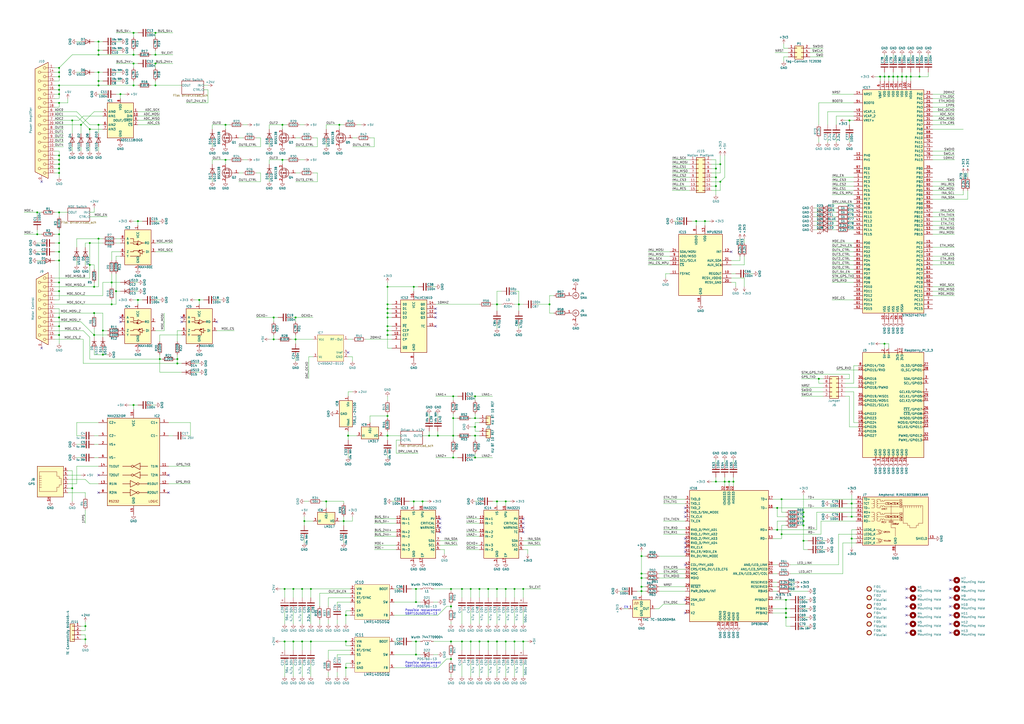
<source format=kicad_sch>
(kicad_sch (version 20211123) (generator eeschema)
  (paper "A2")
  (junction (at 298.45 372.11))
  (junction (at 241.3 379.73))
  (junction (at 34.29 54.61))
  (junction (at 261.62 382.27))
  (junction (at 90.17 31.75))
  (junction (at 57.15 46.99))
  (junction (at 200.66 372.11))
  (junction (at 240.03 290.83))
  (junction (at 415.29 102.87))
  (junction (at 422.91 279.4))
  (junction (at 224.79 194.31))
  (junction (at 171.45 184.15))
  (junction (at 189.23 290.83))
  (junction (at 474.98 219.71))
  (junction (at 158.75 196.85))
  (junction (at 455.93 347.98))
  (junction (at 450.85 294.64))
  (junction (at 34.29 95.25))
  (junction (at 21.59 135.89))
  (junction (at 49.53 370.84))
  (junction (at 41.91 283.21))
  (junction (at 262.89 242.57))
  (junction (at 241.3 372.11))
  (junction (at 415.29 107.95))
  (junction (at 54.61 181.61))
  (junction (at 77.47 49.53))
  (junction (at 275.59 252.73))
  (junction (at 34.29 184.15))
  (junction (at 261.62 351.79))
  (junction (at 102.87 208.28))
  (junction (at 224.79 181.61))
  (junction (at 34.29 44.45))
  (junction (at 403.86 128.27))
  (junction (at 34.29 140.97))
  (junction (at 293.37 372.11))
  (junction (at 52.07 153.67))
  (junction (at 417.83 95.25))
  (junction (at 34.29 39.37))
  (junction (at 34.29 168.91))
  (junction (at 21.59 123.19))
  (junction (at 372.11 335.28))
  (junction (at 278.13 372.11))
  (junction (at 300.99 176.53))
  (junction (at 283.21 341.63))
  (junction (at 267.97 341.63))
  (junction (at 34.29 135.89))
  (junction (at 466.09 304.8))
  (junction (at 180.34 372.11))
  (junction (at 372.11 322.58))
  (junction (at 224.79 184.15))
  (junction (at 455.93 353.06))
  (junction (at 520.7 44.45))
  (junction (at 52.07 74.93))
  (junction (at 80.01 173.99))
  (junction (at 254 252.73))
  (junction (at 59.69 205.74))
  (junction (at 533.4 44.45))
  (junction (at 528.32 44.45))
  (junction (at 176.53 302.26))
  (junction (at 34.29 146.05))
  (junction (at 80.01 128.27))
  (junction (at 175.26 341.63))
  (junction (at 69.85 54.61))
  (junction (at 165.1 372.11))
  (junction (at 171.45 196.85))
  (junction (at 34.29 194.31))
  (junction (at 513.08 199.39))
  (junction (at 224.79 166.37))
  (junction (at 49.53 363.22))
  (junction (at 466.09 299.72))
  (junction (at 77.47 234.95))
  (junction (at 34.29 163.83))
  (junction (at 262.89 252.73))
  (junction (at 224.79 191.77))
  (junction (at 57.15 41.91))
  (junction (at 518.16 44.45))
  (junction (at 262.89 229.87))
  (junction (at 275.59 265.43))
  (junction (at 523.24 44.45))
  (junction (at 224.79 189.23))
  (junction (at 90.17 49.53))
  (junction (at 224.79 241.3))
  (junction (at 34.29 92.71))
  (junction (at 64.77 163.83))
  (junction (at 453.39 289.56))
  (junction (at 240.03 166.37))
  (junction (at 510.54 44.45))
  (junction (at 34.29 151.13))
  (junction (at 450.85 307.34))
  (junction (at 273.05 372.11))
  (junction (at 130.81 72.39))
  (junction (at 34.29 100.33))
  (junction (at 288.29 290.83))
  (junction (at 57.15 72.39))
  (junction (at 199.39 302.26))
  (junction (at 494.03 292.1))
  (junction (at 92.71 208.28))
  (junction (at 425.45 279.4))
  (junction (at 455.93 358.14))
  (junction (at 46.99 72.39))
  (junction (at 158.75 184.15))
  (junction (at 77.47 19.05))
  (junction (at 34.29 189.23))
  (junction (at 163.83 72.39))
  (junction (at 372.11 340.36))
  (junction (at 415.29 279.4))
  (junction (at 408.94 128.27))
  (junction (at 52.07 140.97))
  (junction (at 293.37 290.83))
  (junction (at 261.62 341.63))
  (junction (at 57.15 29.21))
  (junction (at 453.39 309.88))
  (junction (at 525.78 44.45))
  (junction (at 196.85 72.39))
  (junction (at 64.77 176.53))
  (junction (at 318.77 176.53))
  (junction (at 275.59 229.87))
  (junction (at 248.92 252.73))
  (junction (at 267.97 372.11))
  (junction (at 288.29 372.11))
  (junction (at 34.29 41.91))
  (junction (at 455.93 355.6))
  (junction (at 130.81 92.71))
  (junction (at 57.15 49.53))
  (junction (at 34.29 49.53))
  (junction (at 200.66 356.87))
  (junction (at 275.59 242.57))
  (junction (at 420.37 279.4))
  (junction (at 275.59 247.65))
  (junction (at 175.26 372.11))
  (junction (at 515.62 44.45))
  (junction (at 90.17 36.83))
  (junction (at 241.3 341.63))
  (junction (at 34.29 59.69))
  (junction (at 41.91 69.85))
  (junction (at 115.57 173.99))
  (junction (at 170.18 341.63))
  (junction (at 54.61 166.37))
  (junction (at 34.29 90.17))
  (junction (at 293.37 341.63))
  (junction (at 494.03 299.72))
  (junction (at 34.29 97.79))
  (junction (at 201.93 252.73))
  (junction (at 303.53 341.63))
  (junction (at 288.29 176.53))
  (junction (at 262.89 265.43))
  (junction (at 77.47 31.75))
  (junction (at 283.21 372.11))
  (junction (at 492.76 69.85))
  (junction (at 34.29 52.07))
  (junction (at 170.18 372.11))
  (junction (at 241.3 349.25))
  (junction (at 180.34 341.63))
  (junction (at 261.62 372.11))
  (junction (at 278.13 341.63))
  (junction (at 200.66 387.35))
  (junction (at 224.79 252.73))
  (junction (at 372.11 342.9))
  (junction (at 224.79 176.53))
  (junction (at 102.87 210.82))
  (junction (at 273.05 341.63))
  (junction (at 165.1 341.63))
  (junction (at 224.79 179.07))
  (junction (at 494.03 312.42))
  (junction (at 245.11 290.83))
  (junction (at 54.61 194.31))
  (junction (at 59.69 191.77))
  (junction (at 417.83 105.41))
  (junction (at 163.83 92.71))
  (junction (at 466.09 297.18))
  (junction (at 303.53 372.11))
  (junction (at 466.09 302.26))
  (junction (at 57.15 31.75))
  (junction (at 415.29 97.79))
  (junction (at 57.15 24.13))
  (junction (at 77.47 36.83))
  (junction (at 34.29 123.19))
  (junction (at 372.11 332.74))
  (junction (at 90.17 19.05))
  (junction (at 298.45 341.63))
  (junction (at 288.29 341.63))
  (junction (at 67.31 168.91))
  (junction (at 513.08 44.45))
  (junction (at 57.15 138.43))
  (junction (at 466.09 313.69))
  (no_connect (at 97.79 285.75))
  (no_connect (at 525.78 341.63))
  (no_connect (at 397.51 312.42))
  (no_connect (at 125.73 186.69))
  (no_connect (at 255.27 308.61))
  (no_connect (at 97.79 275.59))
  (no_connect (at 252.73 189.23))
  (no_connect (at 303.53 303.53))
  (no_connect (at 69.85 184.15))
  (no_connect (at 252.73 179.07))
  (no_connect (at 525.78 361.95))
  (no_connect (at 57.15 275.59))
  (no_connect (at 397.51 355.6))
  (no_connect (at 57.15 285.75))
  (no_connect (at 69.85 186.69))
  (no_connect (at 551.18 346.71))
  (no_connect (at 551.18 356.87))
  (no_connect (at 525.78 367.03))
  (no_connect (at 24.13 201.93))
  (no_connect (at 397.51 299.72))
  (no_connect (at 397.51 297.18))
  (no_connect (at 397.51 294.64))
  (no_connect (at 255.27 306.07))
  (no_connect (at 525.78 351.79))
  (no_connect (at 303.53 306.07))
  (no_connect (at 255.27 300.99))
  (no_connect (at 525.78 356.87))
  (no_connect (at 525.78 346.71))
  (no_connect (at 424.18 146.05))
  (no_connect (at 201.93 204.47))
  (no_connect (at 551.18 361.95))
  (no_connect (at 397.51 314.96))
  (no_connect (at 303.53 308.61))
  (no_connect (at 397.51 317.5))
  (no_connect (at 255.27 303.53))
  (no_connect (at 252.73 184.15))
  (no_connect (at 551.18 336.55))
  (no_connect (at 397.51 327.66))
  (no_connect (at 105.41 186.69))
  (no_connect (at 105.41 184.15))
  (no_connect (at 551.18 367.03))
  (no_connect (at 551.18 351.79))
  (no_connect (at 397.51 347.98))
  (no_connect (at 303.53 300.99))
  (no_connect (at 252.73 181.61))
  (no_connect (at 551.18 341.63))
  (no_connect (at 24.13 105.41))
  (no_connect (at 397.51 320.04))
  (wire (pts (xy 204.47 207.01) (xy 204.47 209.55)))
  (wire (pts (xy 52.07 153.67) (xy 52.07 140.97)))
  (wire (pts (xy 283.21 354.33) (xy 283.21 361.95)))
  (wire (pts (xy 113.03 173.99) (xy 115.57 173.99)))
  (wire (pts (xy 275.59 265.43) (xy 285.75 265.43)))
  (wire (pts (xy 156.21 102.87) (xy 156.21 105.41)))
  (wire (pts (xy 482.6 151.13) (xy 495.3 151.13)))
  (wire (pts (xy 252.73 166.37) (xy 250.19 166.37)))
  (wire (pts (xy 77.47 163.83) (xy 80.01 163.83)))
  (wire (pts (xy 466.09 318.77) (xy 468.63 318.77)))
  (wire (pts (xy 261.62 350.52) (xy 261.62 351.79)))
  (wire (pts (xy 92.71 215.9) (xy 92.71 208.28)))
  (wire (pts (xy 49.53 370.84) (xy 49.53 373.38)))
  (wire (pts (xy 492.76 123.19) (xy 495.3 123.19)))
  (wire (pts (xy 200.66 384.81) (xy 200.66 387.35)))
  (wire (pts (xy 389.89 100.33) (xy 400.05 100.33)))
  (wire (pts (xy 458.47 337.82) (xy 461.01 337.82)))
  (wire (pts (xy 123.19 72.39) (xy 130.81 72.39)))
  (wire (pts (xy 472.44 128.27) (xy 474.98 128.27)))
  (wire (pts (xy 306.07 318.77) (xy 306.07 321.31)))
  (wire (pts (xy 49.53 285.75) (xy 49.53 288.29)))
  (wire (pts (xy 270.51 316.23) (xy 278.13 316.23)))
  (wire (pts (xy 523.24 31.75) (xy 523.24 34.29)))
  (wire (pts (xy 31.75 77.47) (xy 36.83 77.47)))
  (wire (pts (xy 165.1 346.71) (xy 165.1 341.63)))
  (wire (pts (xy 195.58 379.73) (xy 203.2 379.73)))
  (wire (pts (xy 90.17 191.77) (xy 95.25 191.77)))
  (wire (pts (xy 495.3 143.51) (xy 482.6 143.51)))
  (wire (pts (xy 110.49 280.67) (xy 97.79 280.67)))
  (wire (pts (xy 464.82 217.17) (xy 492.76 217.17)))
  (wire (pts (xy 318.77 176.53) (xy 318.77 181.61)))
  (wire (pts (xy 298.45 341.63) (xy 303.53 341.63)))
  (wire (pts (xy 171.45 196.85) (xy 181.61 196.85)))
  (wire (pts (xy 130.81 92.71) (xy 133.35 92.71)))
  (wire (pts (xy 288.29 372.11) (xy 288.29 377.19)))
  (wire (pts (xy 189.23 82.55) (xy 189.23 85.09)))
  (wire (pts (xy 39.37 278.13) (xy 49.53 278.13)))
  (wire (pts (xy 518.16 44.45) (xy 520.7 44.45)))
  (wire (pts (xy 420.37 266.7) (xy 420.37 269.24)))
  (wire (pts (xy 463.55 302.26) (xy 466.09 302.26)))
  (wire (pts (xy 180.34 354.33) (xy 180.34 361.95)))
  (wire (pts (xy 199.39 302.26) (xy 204.47 302.26)))
  (wire (pts (xy 64.77 151.13) (xy 64.77 146.05)))
  (wire (pts (xy 92.71 194.31) (xy 92.71 198.12)))
  (wire (pts (xy 57.15 72.39) (xy 59.69 72.39)))
  (wire (pts (xy 125.73 191.77) (xy 135.89 191.77)))
  (wire (pts (xy 118.11 49.53) (xy 120.65 49.53)))
  (wire (pts (xy 171.45 184.15) (xy 171.45 186.69)))
  (wire (pts (xy 448.31 337.82) (xy 450.85 337.82)))
  (wire (pts (xy 275.59 252.73) (xy 273.05 252.73)))
  (wire (pts (xy 523.24 41.91) (xy 523.24 44.45)))
  (wire (pts (xy 151.13 105.41) (xy 151.13 100.33)))
  (wire (pts (xy 190.5 382.27) (xy 190.5 377.19)))
  (wire (pts (xy 31.75 161.29) (xy 52.07 161.29)))
  (wire (pts (xy 46.99 252.73) (xy 44.45 252.73)))
  (wire (pts (xy 495.3 227.33) (xy 490.22 227.33)))
  (wire (pts (xy 448.31 294.64) (xy 450.85 294.64)))
  (wire (pts (xy 77.47 234.95) (xy 77.47 237.49)))
  (wire (pts (xy 170.18 354.33) (xy 170.18 361.95)))
  (wire (pts (xy 175.26 384.81) (xy 175.26 392.43)))
  (wire (pts (xy 448.31 289.56) (xy 453.39 289.56)))
  (wire (pts (xy 52.07 85.09) (xy 52.07 87.63)))
  (wire (pts (xy 190.5 389.89) (xy 190.5 392.43)))
  (wire (pts (xy 54.61 166.37) (xy 57.15 166.37)))
  (wire (pts (xy 293.37 372.11) (xy 293.37 377.19)))
  (wire (pts (xy 474.98 59.69) (xy 474.98 72.39)))
  (wire (pts (xy 490.22 222.25) (xy 495.3 222.25)))
  (wire (pts (xy 195.58 351.79) (xy 195.58 349.25)))
  (wire (pts (xy 415.29 97.79) (xy 415.29 102.87)))
  (wire (pts (xy 561.34 110.49) (xy 561.34 115.57)))
  (wire (pts (xy 158.75 186.69) (xy 158.75 184.15)))
  (wire (pts (xy 74.93 234.95) (xy 77.47 234.95)))
  (wire (pts (xy 34.29 123.19) (xy 34.29 125.73)))
  (wire (pts (xy 389.89 110.49) (xy 400.05 110.49)))
  (wire (pts (xy 494.03 287.02) (xy 494.03 292.1)))
  (wire (pts (xy 90.17 19.05) (xy 100.33 19.05)))
  (wire (pts (xy 528.32 41.91) (xy 528.32 44.45)))
  (wire (pts (xy 463.55 304.8) (xy 466.09 304.8)))
  (wire (pts (xy 175.26 341.63) (xy 175.26 346.71)))
  (wire (pts (xy 200.66 387.35) (xy 203.2 387.35)))
  (wire (pts (xy 64.77 173.99) (xy 64.77 176.53)))
  (wire (pts (xy 59.69 171.45) (xy 59.69 163.83)))
  (wire (pts (xy 275.59 229.87) (xy 275.59 232.41)))
  (wire (pts (xy 52.07 74.93) (xy 52.07 77.47)))
  (wire (pts (xy 52.07 72.39) (xy 57.15 72.39)))
  (wire (pts (xy 34.29 92.71) (xy 31.75 92.71)))
  (wire (pts (xy 34.29 39.37) (xy 34.29 41.91)))
  (wire (pts (xy 561.34 100.33) (xy 561.34 102.87)))
  (wire (pts (xy 288.29 341.63) (xy 288.29 346.71)))
  (wire (pts (xy 102.87 208.28) (xy 102.87 205.74)))
  (wire (pts (xy 229.87 262.89) (xy 242.57 262.89)))
  (wire (pts (xy 163.83 95.25) (xy 163.83 92.71)))
  (wire (pts (xy 49.53 295.91) (xy 49.53 303.53)))
  (wire (pts (xy 453.39 289.56) (xy 496.57 289.56)))
  (wire (pts (xy 203.2 384.81) (xy 200.66 384.81)))
  (wire (pts (xy 311.15 176.53) (xy 318.77 176.53)))
  (wire (pts (xy 54.61 153.67) (xy 52.07 153.67)))
  (wire (pts (xy 379.73 353.06) (xy 382.27 353.06)))
  (wire (pts (xy 214.63 80.01) (xy 217.17 80.01)))
  (wire (pts (xy 67.31 19.05) (xy 77.47 19.05)))
  (wire (pts (xy 171.45 100.33) (xy 173.99 100.33)))
  (wire (pts (xy 453.39 309.88) (xy 453.39 312.42)))
  (wire (pts (xy 57.15 41.91) (xy 59.69 41.91)))
  (wire (pts (xy 558.8 113.03) (xy 558.8 110.49)))
  (wire (pts (xy 148.59 100.33) (xy 151.13 100.33)))
  (wire (pts (xy 24.13 135.89) (xy 21.59 135.89)))
  (wire (pts (xy 77.47 36.83) (xy 80.01 36.83)))
  (wire (pts (xy 49.53 140.97) (xy 49.53 143.51)))
  (wire (pts (xy 533.4 44.45) (xy 538.48 44.45)))
  (wire (pts (xy 34.29 135.89) (xy 34.29 140.97)))
  (wire (pts (xy 39.37 285.75) (xy 49.53 285.75)))
  (wire (pts (xy 463.55 297.18) (xy 466.09 297.18)))
  (wire (pts (xy 255.27 313.69) (xy 265.43 313.69)))
  (wire (pts (xy 252.73 176.53) (xy 278.13 176.53)))
  (wire (pts (xy 228.6 372.11) (xy 231.14 372.11)))
  (wire (pts (xy 523.24 44.45) (xy 523.24 46.99)))
  (wire (pts (xy 386.08 158.75) (xy 386.08 161.29)))
  (wire (pts (xy 224.79 241.3) (xy 224.79 242.57)))
  (wire (pts (xy 49.53 278.13) (xy 52.07 280.67)))
  (wire (pts (xy 41.91 31.75) (xy 57.15 31.75)))
  (wire (pts (xy 494.03 312.42) (xy 496.57 312.42)))
  (wire (pts (xy 52.07 74.93) (xy 59.69 74.93)))
  (wire (pts (xy 273.05 341.63) (xy 278.13 341.63)))
  (wire (pts (xy 227.33 290.83) (xy 229.87 290.83)))
  (wire (pts (xy 189.23 290.83) (xy 199.39 290.83)))
  (wire (pts (xy 34.29 39.37) (xy 31.75 39.37)))
  (wire (pts (xy 31.75 69.85) (xy 41.91 69.85)))
  (wire (pts (xy 513.08 199.39) (xy 513.08 201.93)))
  (wire (pts (xy 80.01 173.99) (xy 82.55 173.99)))
  (wire (pts (xy 44.45 41.91) (xy 46.99 41.91)))
  (wire (pts (xy 275.59 242.57) (xy 273.05 242.57)))
  (wire (pts (xy 64.77 176.53) (xy 67.31 176.53)))
  (wire (pts (xy 382.27 353.06) (xy 384.81 350.52)))
  (wire (pts (xy 412.75 92.71) (xy 415.29 92.71)))
  (wire (pts (xy 179.07 207.01) (xy 181.61 207.01)))
  (wire (pts (xy 455.93 358.14) (xy 455.93 363.22)))
  (wire (pts (xy 39.37 57.15) (xy 39.37 59.69)))
  (wire (pts (xy 422.91 279.4) (xy 422.91 281.94)))
  (wire (pts (xy 90.17 49.53) (xy 87.63 49.53)))
  (wire (pts (xy 224.79 181.61) (xy 227.33 181.61)))
  (wire (pts (xy 361.95 353.06) (xy 364.49 353.06)))
  (wire (pts (xy 528.32 44.45) (xy 533.4 44.45)))
  (wire (pts (xy 171.45 196.85) (xy 168.91 196.85)))
  (wire (pts (xy 251.46 379.73) (xy 254 379.73)))
  (wire (pts (xy 189.23 72.39) (xy 189.23 74.93)))
  (wire (pts (xy 57.15 29.21) (xy 59.69 29.21)))
  (wire (pts (xy 77.47 19.05) (xy 80.01 19.05)))
  (wire (pts (xy 495.3 140.97) (xy 482.6 140.97)))
  (wire (pts (xy 275.59 265.43) (xy 275.59 262.89)))
  (wire (pts (xy 90.17 31.75) (xy 100.33 31.75)))
  (wire (pts (xy 64.77 163.83) (xy 69.85 163.83)))
  (wire (pts (xy 49.53 368.3) (xy 49.53 370.84)))
  (wire (pts (xy 420.37 279.4) (xy 415.29 279.4)))
  (wire (pts (xy 224.79 189.23) (xy 227.33 189.23)))
  (wire (pts (xy 372.11 340.36) (xy 374.65 340.36)))
  (wire (pts (xy 533.4 31.75) (xy 533.4 34.29)))
  (wire (pts (xy 156.21 72.39) (xy 163.83 72.39)))
  (wire (pts (xy 57.15 49.53) (xy 57.15 46.99)))
  (wire (pts (xy 107.95 252.73) (xy 110.49 252.73)))
  (wire (pts (xy 241.3 372.11) (xy 241.3 379.73)))
  (wire (pts (xy 476.25 318.77) (xy 478.79 318.77)))
  (wire (pts (xy 288.29 290.83) (xy 293.37 290.83)))
  (wire (pts (xy 520.7 44.45) (xy 523.24 44.45)))
  (wire (pts (xy 52.07 161.29) (xy 52.07 153.67)))
  (wire (pts (xy 293.37 341.63) (xy 298.45 341.63)))
  (wire (pts (xy 224.79 252.73) (xy 232.41 252.73)))
  (wire (pts (xy 240.03 290.83) (xy 245.11 290.83)))
  (wire (pts (xy 190.5 351.79) (xy 190.5 346.71)))
  (wire (pts (xy 455.93 353.06) (xy 458.47 353.06)))
  (wire (pts (xy 240.03 290.83) (xy 240.03 293.37)))
  (wire (pts (xy 168.91 184.15) (xy 171.45 184.15)))
  (wire (pts (xy 474.98 59.69) (xy 495.3 59.69)))
  (wire (pts (xy 195.58 389.89) (xy 195.58 392.43)))
  (wire (pts (xy 67.31 41.91) (xy 69.85 41.91)))
  (wire (pts (xy 492.76 72.39) (xy 492.76 69.85)))
  (wire (pts (xy 288.29 372.11) (xy 293.37 372.11)))
  (wire (pts (xy 488.95 314.96) (xy 496.57 314.96)))
  (wire (pts (xy 520.7 44.45) (xy 520.7 46.99)))
  (wire (pts (xy 448.31 332.74) (xy 450.85 332.74)))
  (wire (pts (xy 77.47 29.21) (xy 77.47 31.75)))
  (wire (pts (xy 34.29 184.15) (xy 34.29 189.23)))
  (wire (pts (xy 46.99 365.76) (xy 49.53 365.76)))
  (wire (pts (xy 453.39 304.8) (xy 453.39 309.88)))
  (wire (pts (xy 495.3 158.75) (xy 482.6 158.75)))
  (wire (pts (xy 224.79 181.61) (xy 224.79 179.07)))
  (wire (pts (xy 283.21 384.81) (xy 283.21 392.43)))
  (wire (pts (xy 455.93 363.22) (xy 458.47 363.22)))
  (wire (pts (xy 123.19 92.71) (xy 130.81 92.71)))
  (wire (pts (xy 165.1 377.19) (xy 165.1 372.11)))
  (wire (pts (xy 251.46 341.63) (xy 261.62 341.63)))
  (wire (pts (xy 273.05 341.63) (xy 273.05 346.71)))
  (wire (pts (xy 227.33 194.31) (xy 224.79 194.31)))
  (wire (pts (xy 494.03 317.5) (xy 494.03 312.42)))
  (wire (pts (xy 203.2 354.33) (xy 200.66 354.33)))
  (wire (pts (xy 285.75 176.53) (xy 288.29 176.53)))
  (wire (pts (xy 275.59 245.11) (xy 278.13 245.11)))
  (wire (pts (xy 497.84 212.09) (xy 495.3 212.09)))
  (wire (pts (xy 455.93 302.26) (xy 450.85 302.26)))
  (wire (pts (xy 31.75 140.97) (xy 34.29 140.97)))
  (wire (pts (xy 241.3 379.73) (xy 228.6 379.73)))
  (wire (pts (xy 510.54 199.39) (xy 513.08 199.39)))
  (wire (pts (xy 224.79 184.15) (xy 224.79 189.23)))
  (wire (pts (xy 293.37 372.11) (xy 298.45 372.11)))
  (wire (pts (xy 541.02 110.49) (xy 553.72 110.49)))
  (wire (pts (xy 222.25 252.73) (xy 224.79 252.73)))
  (wire (pts (xy 87.63 36.83) (xy 90.17 36.83)))
  (wire (pts (xy 397.51 302.26) (xy 384.81 302.26)))
  (wire (pts (xy 92.71 208.28) (xy 92.71 205.74)))
  (wire (pts (xy 448.31 353.06) (xy 455.93 353.06)))
  (wire (pts (xy 473.71 297.18) (xy 496.57 297.18)))
  (wire (pts (xy 186.69 290.83) (xy 189.23 290.83)))
  (wire (pts (xy 541.02 123.19) (xy 553.72 123.19)))
  (wire (pts (xy 429.26 138.43) (xy 429.26 140.97)))
  (wire (pts (xy 273.05 354.33) (xy 273.05 361.95)))
  (wire (pts (xy 450.85 294.64) (xy 496.57 294.64)))
  (wire (pts (xy 31.75 72.39) (xy 46.99 72.39)))
  (wire (pts (xy 374.65 342.9) (xy 372.11 342.9)))
  (wire (pts (xy 300.99 168.91) (xy 300.99 176.53)))
  (wire (pts (xy 482.6 110.49) (xy 495.3 110.49)))
  (wire (pts (xy 180.34 372.11) (xy 200.66 372.11)))
  (wire (pts (xy 31.75 181.61) (xy 54.61 181.61)))
  (wire (pts (xy 34.29 163.83) (xy 34.29 168.91)))
  (wire (pts (xy 262.89 229.87) (xy 265.43 229.87)))
  (wire (pts (xy 261.62 391.16) (xy 261.62 392.43)))
  (wire (pts (xy 476.25 313.69) (xy 478.79 313.69)))
  (wire (pts (xy 31.75 59.69) (xy 34.29 59.69)))
  (wire (pts (xy 123.19 102.87) (xy 123.19 105.41)))
  (wire (pts (xy 303.53 318.77) (xy 306.07 318.77)))
  (wire (pts (xy 388.62 158.75) (xy 386.08 158.75)))
  (wire (pts (xy 59.69 191.77) (xy 59.69 195.58)))
  (wire (pts (xy 31.75 67.31) (xy 44.45 67.31)))
  (wire (pts (xy 34.29 57.15) (xy 34.29 54.61)))
  (wire (pts (xy 34.29 41.91) (xy 31.75 41.91)))
  (wire (pts (xy 138.43 105.41) (xy 151.13 105.41)))
  (wire (pts (xy 110.49 252.73) (xy 110.49 245.11)))
  (wire (pts (xy 321.31 181.61) (xy 318.77 181.61)))
  (wire (pts (xy 288.29 290.83) (xy 288.29 293.37)))
  (wire (pts (xy 21.59 125.73) (xy 21.59 123.19)))
  (wire (pts (xy 525.78 44.45) (xy 528.32 44.45)))
  (wire (pts (xy 485.14 80.01) (xy 485.14 82.55)))
  (wire (pts (xy 391.16 128.27) (xy 393.7 128.27)))
  (wire (pts (xy 245.11 290.83) (xy 245.11 293.37)))
  (wire (pts (xy 492.76 133.35) (xy 495.3 133.35)))
  (wire (pts (xy 412.75 100.33) (xy 417.83 100.33)))
  (wire (pts (xy 454.66 25.4) (xy 454.66 27.94)))
  (wire (pts (xy 261.62 372.11) (xy 261.62 373.38)))
  (wire (pts (xy 34.29 90.17) (xy 34.29 87.63)))
  (wire (pts (xy 162.56 372.11) (xy 165.1 372.11)))
  (wire (pts (xy 181.61 100.33) (xy 184.15 100.33)))
  (wire (pts (xy 490.22 229.87) (xy 492.76 229.87)))
  (wire (pts (xy 204.47 80.01) (xy 207.01 80.01)))
  (wire (pts (xy 389.89 102.87) (xy 400.05 102.87)))
  (wire (pts (xy 480.06 80.01) (xy 480.06 82.55)))
  (wire (pts (xy 283.21 341.63) (xy 283.21 346.71)))
  (wire (pts (xy 541.02 153.67) (xy 553.72 153.67)))
  (wire (pts (xy 429.26 151.13) (xy 429.26 148.59)))
  (wire (pts (xy 425.45 266.7) (xy 425.45 269.24)))
  (wire (pts (xy 482.6 156.21) (xy 495.3 156.21)))
  (wire (pts (xy 261.62 341.63) (xy 261.62 342.9)))
  (wire (pts (xy 227.33 201.93) (xy 224.79 201.93)))
  (wire (pts (xy 254 242.57) (xy 254 240.03)))
  (wire (pts (xy 52.07 140.97) (xy 59.69 140.97)))
  (wire (pts (xy 179.07 219.71) (xy 179.07 207.01)))
  (wire (pts (xy 541.02 143.51) (xy 553.72 143.51)))
  (wire (pts (xy 80.01 49.53) (xy 77.47 49.53)))
  (wire (pts (xy 200.66 356.87) (xy 200.66 361.95)))
  (wire (pts (xy 48.26 196.85) (xy 48.26 210.82)))
  (wire (pts (xy 492.76 69.85) (xy 495.3 69.85)))
  (wire (pts (xy 415.29 266.7) (xy 415.29 269.24)))
  (wire (pts (xy 148.59 80.01) (xy 151.13 80.01)))
  (wire (pts (xy 455.93 353.06) (xy 455.93 355.6)))
  (wire (pts (xy 278.13 372.11) (xy 278.13 377.19)))
  (wire (pts (xy 426.72 163.83) (xy 426.72 166.37)))
  (wire (pts (xy 54.61 41.91) (xy 57.15 41.91)))
  (wire (pts (xy 217.17 85.09) (xy 217.17 80.01)))
  (wire (pts (xy 110.49 245.11) (xy 97.79 245.11)))
  (wire (pts (xy 492.76 247.65) (xy 497.84 247.65)))
  (wire (pts (xy 267.97 341.63) (xy 273.05 341.63)))
  (wire (pts (xy 31.75 151.13) (xy 34.29 151.13)))
  (wire (pts (xy 190.5 359.41) (xy 190.5 361.95)))
  (wire (pts (xy 176.53 302.26) (xy 181.61 302.26)))
  (wire (pts (xy 482.6 105.41) (xy 495.3 105.41)))
  (wire (pts (xy 31.75 85.09) (xy 36.83 85.09)))
  (wire (pts (xy 518.16 44.45) (xy 518.16 46.99)))
  (wire (pts (xy 217.17 318.77) (xy 229.87 318.77)))
  (wire (pts (xy 474.98 219.71) (xy 464.82 219.71)))
  (wire (pts (xy 224.79 232.41) (xy 224.79 229.87)))
  (wire (pts (xy 200.66 387.35) (xy 200.66 392.43)))
  (wire (pts (xy 41.91 283.21) (xy 41.91 273.05)))
  (wire (pts (xy 482.6 54.61) (xy 495.3 54.61)))
  (wire (pts (xy 201.93 252.73) (xy 201.93 255.27)))
  (wire (pts (xy 422.91 279.4) (xy 420.37 279.4)))
  (wire (pts (xy 412.75 102.87) (xy 415.29 102.87)))
  (wire (pts (xy 90.17 29.21) (xy 90.17 31.75)))
  (wire (pts (xy 558.8 100.33) (xy 558.8 102.87)))
  (wire (pts (xy 171.45 105.41) (xy 184.15 105.41)))
  (wire (pts (xy 273.05 372.11) (xy 273.05 377.19)))
  (wire (pts (xy 57.15 270.51) (xy 44.45 270.51)))
  (wire (pts (xy 102.87 210.82) (xy 102.87 208.28)))
  (wire (pts (xy 57.15 252.73) (xy 54.61 252.73)))
  (wire (pts (xy 382.27 340.36) (xy 397.51 340.36)))
  (wire (pts (xy 161.29 196.85) (xy 158.75 196.85)))
  (wire (pts (xy 34.29 97.79) (xy 34.29 100.33)))
  (wire (pts (xy 466.09 304.8) (xy 466.09 302.26)))
  (wire (pts (xy 163.83 74.93) (xy 163.83 72.39)))
  (wire (pts (xy 165.1 372.11) (xy 170.18 372.11)))
  (wire (pts (xy 485.14 67.31) (xy 485.14 72.39)))
  (wire (pts (xy 92.71 194.31) (xy 105.41 194.31)))
  (wire (pts (xy 190.5 346.71) (xy 203.2 346.71)))
  (wire (pts (xy 476.25 302.26) (xy 476.25 309.88)))
  (wire (pts (xy 298.45 168.91) (xy 300.99 168.91)))
  (wire (pts (xy 255.27 318.77) (xy 257.81 318.77)))
  (wire (pts (xy 448.31 312.42) (xy 453.39 312.42)))
  (wire (pts (xy 39.37 283.21) (xy 41.91 283.21)))
  (wire (pts (xy 77.47 173.99) (xy 80.01 173.99)))
  (wire (pts (xy 156.21 82.55) (xy 156.21 85.09)))
  (wire (pts (xy 156.21 92.71) (xy 156.21 95.25)))
  (wire (pts (xy 241.3 349.25) (xy 243.84 349.25)))
  (wire (pts (xy 64.77 163.83) (xy 64.77 166.37)))
  (wire (pts (xy 46.99 368.3) (xy 49.53 368.3)))
  (wire (pts (xy 372.11 332.74) (xy 374.65 332.74)))
  (wire (pts (xy 52.07 123.19) (xy 54.61 123.19)))
  (wire (pts (xy 265.43 252.73) (xy 262.89 252.73)))
  (wire (pts (xy 24.13 146.05) (xy 21.59 146.05)))
  (wire (pts (xy 288.29 176.53) (xy 290.83 176.53)))
  (wire (pts (xy 90.17 36.83) (xy 90.17 39.37)))
  (wire (pts (xy 64.77 146.05) (xy 69.85 146.05)))
  (wire (pts (xy 448.31 327.66) (xy 450.85 327.66)))
  (wire (pts (xy 130.81 74.93) (xy 130.81 72.39)))
  (wire (pts (xy 303.53 372.11) (xy 306.07 372.11)))
  (wire (pts (xy 389.89 92.71) (xy 400.05 92.71)))
  (wire (pts (xy 482.6 102.87) (xy 495.3 102.87)))
  (wire (pts (xy 195.58 349.25) (xy 203.2 349.25)))
  (wire (pts (xy 41.91 283.21) (xy 41.91 290.83)))
  (wire (pts (xy 90.17 31.75) (xy 87.63 31.75)))
  (wire (pts (xy 482.6 173.99) (xy 495.3 173.99)))
  (wire (pts (xy 300.99 180.34) (xy 300.99 176.53)))
  (wire (pts (xy 494.03 292.1) (xy 494.03 299.72)))
  (wire (pts (xy 67.31 46.99) (xy 69.85 46.99)))
  (wire (pts (xy 275.59 252.73) (xy 278.13 252.73)))
  (wire (pts (xy 224.79 250.19) (xy 224.79 252.73)))
  (wire (pts (xy 80.01 64.77) (xy 92.71 64.77)))
  (wire (pts (xy 275.59 242.57) (xy 278.13 242.57)))
  (wire (pts (xy 513.08 31.75) (xy 513.08 34.29)))
  (wire (pts (xy 31.75 186.69) (xy 46.99 186.69)))
  (wire (pts (xy 384.81 292.1) (xy 397.51 292.1)))
  (wire (pts (xy 31.75 123.19) (xy 34.29 123.19)))
  (wire (pts (xy 57.15 265.43) (xy 54.61 265.43)))
  (wire (pts (xy 261.62 382.27) (xy 261.62 383.54)))
  (wire (pts (xy 80.01 176.53) (xy 80.01 173.99)))
  (wire (pts (xy 448.31 355.6) (xy 455.93 355.6)))
  (wire (pts (xy 77.47 21.59) (xy 77.47 19.05)))
  (wire (pts (xy 458.47 332.74) (xy 488.95 332.74)))
  (wire (pts (xy 217.17 316.23) (xy 229.87 316.23)))
  (wire (pts (xy 472.44 125.73) (xy 474.98 125.73)))
  (wire (pts (xy 453.39 309.88) (xy 476.25 309.88)))
  (wire (pts (xy 224.79 176.53) (xy 227.33 176.53)))
  (wire (pts (xy 214.63 241.3) (xy 224.79 241.3)))
  (wire (pts (xy 176.53 312.42) (xy 176.53 314.96)))
  (wire (pts (xy 113.03 210.82) (xy 115.57 210.82)))
  (wire (pts (xy 212.09 196.85) (xy 227.33 196.85)))
  (wire (pts (xy 67.31 148.59) (xy 67.31 151.13)))
  (wire (pts (xy 450.85 307.34) (xy 473.71 307.34)))
  (wire (pts (xy 180.34 372.11) (xy 180.34 377.19)))
  (wire (pts (xy 31.75 74.93) (xy 36.83 74.93)))
  (wire (pts (xy 200.66 374.65) (xy 200.66 372.11)))
  (wire (pts (xy 488.95 314.96) (xy 488.95 332.74)))
  (wire (pts (xy 31.75 191.77) (xy 48.26 191.77)))
  (wire (pts (xy 466.09 287.02) (xy 466.09 297.18)))
  (wire (pts (xy 480.06 64.77) (xy 495.3 64.77)))
  (wire (pts (xy 44.45 64.77) (xy 52.07 72.39)))
  (wire (pts (xy 261.62 360.68) (xy 261.62 361.95)))
  (wire (pts (xy 67.31 24.13) (xy 69.85 24.13)))
  (wire (pts (xy 482.6 118.11) (xy 495.3 118.11)))
  (wire (pts (xy 34.29 95.25) (xy 31.75 95.25)))
  (wire (pts (xy 180.34 384.81) (xy 180.34 392.43)))
  (wire (pts (xy 31.75 184.15) (xy 34.29 184.15)))
  (wire (pts (xy 21.59 135.89) (xy 21.59 133.35)))
  (wire (pts (xy 273.05 384.81) (xy 273.05 392.43)))
  (wire (pts (xy 185.42 359.41) (xy 185.42 361.95)))
  (wire (pts (xy 463.55 299.72) (xy 466.09 299.72)))
  (wire (pts (xy 59.69 181.61) (xy 54.61 181.61)))
  (wire (pts (xy 101.6 208.28) (xy 102.87 208.28)))
  (wire (pts (xy 415.29 279.4) (xy 415.29 276.86)))
  (wire (pts (xy 54.61 24.13) (xy 57.15 24.13)))
  (wire (pts (xy 288.29 384.81) (xy 288.29 392.43)))
  (wire (pts (xy 180.34 372.11) (xy 175.26 372.11)))
  (wire (pts (xy 46.99 257.81) (xy 44.45 257.81)))
  (wire (pts (xy 412.75 97.79) (xy 415.29 97.79)))
  (wire (pts (xy 232.41 255.27) (xy 229.87 255.27)))
  (wire (pts (xy 303.53 341.63) (xy 303.53 346.71)))
  (wire (pts (xy 31.75 176.53) (xy 64.77 176.53)))
  (wire (pts (xy 303.53 313.69) (xy 313.69 313.69)))
  (wire (pts (xy 34.29 151.13) (xy 34.29 163.83)))
  (wire (pts (xy 80.01 67.31) (xy 92.71 67.31)))
  (wire (pts (xy 525.78 44.45) (xy 525.78 46.99)))
  (wire (pts (xy 214.63 241.3) (xy 214.63 245.11)))
  (wire (pts (xy 31.75 49.53) (xy 34.29 49.53)))
  (wire (pts (xy 163.83 72.39) (xy 166.37 72.39)))
  (wire (pts (xy 54.61 163.83) (xy 54.61 166.37)))
  (wire (pts (xy 204.47 299.72) (xy 204.47 302.26)))
  (wire (pts (xy 102.87 191.77) (xy 105.41 191.77)))
  (wire (pts (xy 57.15 166.37) (xy 57.15 138.43)))
  (wire (pts (xy 541.02 57.15) (xy 553.72 57.15)))
  (wire (pts (xy 425.45 279.4) (xy 422.91 279.4)))
  (wire (pts (xy 31.75 173.99) (xy 34.29 173.99)))
  (wire (pts (xy 34.29 97.79) (xy 34.29 95.25)))
  (wire (pts (xy 31.75 97.79) (xy 34.29 97.79)))
  (wire (pts (xy 389.89 97.79) (xy 400.05 97.79)))
  (wire (pts (xy 34.29 100.33) (xy 34.29 102.87)))
  (wire (pts (xy 90.17 49.53) (xy 105.41 49.53)))
  (wire (pts (xy 196.85 72.39) (xy 199.39 72.39)))
  (wire (pts (xy 54.61 205.74) (xy 59.69 205.74)))
  (wire (pts (xy 384.81 350.52) (xy 397.51 350.52)))
  (wire (pts (xy 184.15 105.41) (xy 184.15 100.33)))
  (wire (pts (xy 372.11 335.28) (xy 374.65 335.28)))
  (wire (pts (xy 495.3 163.83) (xy 482.6 163.83)))
  (wire (pts (xy 262.89 232.41) (xy 262.89 229.87)))
  (wire (pts (xy 474.98 82.55) (xy 474.98 80.01)))
  (wire (pts (xy 515.62 44.45) (xy 518.16 44.45)))
  (wire (pts (xy 31.75 194.31) (xy 34.29 194.31)))
  (wire (pts (xy 80.01 128.27) (xy 82.55 128.27)))
  (wire (pts (xy 31.75 168.91) (xy 34.29 168.91)))
  (wire (pts (xy 21.59 123.19) (xy 24.13 123.19)))
  (wire (pts (xy 90.17 173.99) (xy 92.71 173.99)))
  (wire (pts (xy 201.93 207.01) (xy 204.47 207.01)))
  (wire (pts (xy 34.29 49.53) (xy 34.29 52.07)))
  (wire (pts (xy 171.45 85.09) (xy 184.15 85.09)))
  (wire (pts (xy 171.45 80.01) (xy 173.99 80.01)))
  (wire (pts (xy 278.13 341.63) (xy 283.21 341.63)))
  (wire (pts (xy 31.75 179.07) (xy 34.29 179.07)))
  (wire (pts (xy 293.37 384.81) (xy 293.37 392.43)))
  (wire (pts (xy 270.51 308.61) (xy 278.13 308.61)))
  (wire (pts (xy 513.08 199.39) (xy 515.62 199.39)))
  (wire (pts (xy 382.27 332.74) (xy 397.51 332.74)))
  (wire (pts (xy 34.29 168.91) (xy 34.29 173.99)))
  (wire (pts (xy 156.21 92.71) (xy 163.83 92.71)))
  (wire (pts (xy 49.53 151.13) (xy 49.53 153.67)))
  (wire (pts (xy 278.13 372.11) (xy 283.21 372.11)))
  (wire (pts (xy 69.85 54.61) (xy 67.31 54.61)))
  (wire (pts (xy 431.8 161.29) (xy 431.8 166.37)))
  (wire (pts (xy 67.31 36.83) (xy 77.47 36.83)))
  (wire (pts (xy 541.02 87.63) (xy 553.72 87.63)))
  (wire (pts (xy 200.66 356.87) (xy 203.2 356.87)))
  (wire (pts (xy 48.26 191.77) (xy 52.07 195.58)))
  (wire (pts (xy 455.93 297.18) (xy 453.39 297.18)))
  (wire (pts (xy 158.75 194.31) (xy 158.75 196.85)))
  (wire (pts (xy 77.47 168.91) (xy 80.01 168.91)))
  (wire (pts (xy 90.17 19.05) (xy 90.17 21.59)))
  (wire (pts (xy 123.19 72.39) (xy 123.19 74.93)))
  (wire (pts (xy 185.42 344.17) (xy 203.2 344.17)))
  (wire (pts (xy 298.45 372.11) (xy 303.53 372.11)))
  (wire (pts (xy 288.29 187.96) (xy 288.29 190.5)))
  (wire (pts (xy 270.51 303.53) (xy 278.13 303.53)))
  (wire (pts (xy 31.75 82.55) (xy 36.83 82.55)))
  (wire (pts (xy 397.51 307.34) (xy 384.81 307.34)))
  (wire (pts (xy 180.34 341.63) (xy 203.2 341.63)))
  (wire (pts (xy 528.32 31.75) (xy 528.32 34.29)))
  (wire (pts (xy 90.17 140.97) (xy 100.33 140.97)))
  (wire (pts (xy 372.11 342.9) (xy 372.11 340.36)))
  (wire (pts (xy 417.83 95.25) (xy 412.75 95.25)))
  (wire (pts (xy 466.09 358.14) (xy 468.63 358.14)))
  (wire (pts (xy 412.75 110.49) (xy 417.83 110.49)))
  (wire (pts (xy 303.53 316.23) (xy 313.69 316.23)))
  (wire (pts (xy 458.47 342.9) (xy 468.63 342.9)))
  (wire (pts (xy 156.21 72.39) (xy 156.21 74.93)))
  (wire (pts (xy 34.29 140.97) (xy 34.29 146.05)))
  (wire (pts (xy 92.71 208.28) (xy 93.98 208.28)))
  (wire (pts (xy 34.29 87.63) (xy 31.75 87.63)))
  (wire (pts (xy 90.17 234.95) (xy 87.63 234.95)))
  (wire (pts (xy 238.76 372.11) (xy 241.3 372.11)))
  (wire (pts (xy 293.37 290.83) (xy 293.37 293.37)))
  (wire (pts (xy 241.3 341.63) (xy 243.84 341.63)))
  (wire (pts (xy 195.58 359.41) (xy 195.58 361.95)))
  (wire (pts (xy 158.75 196.85) (xy 156.21 196.85)))
  (wire (pts (xy 67.31 29.21) (xy 69.85 29.21)))
  (wire (pts (xy 34.29 41.91) (xy 34.29 44.45)))
  (wire (pts (xy 508 44.45) (xy 510.54 44.45)))
  (wire (pts (xy 278.13 354.33) (xy 278.13 361.95)))
  (wire (pts (xy 57.15 46.99) (xy 59.69 46.99)))
  (wire (pts (xy 228.6 387.35) (xy 254 387.35)))
  (wire (pts (xy 541.02 171.45) (xy 553.72 171.45)))
  (wire (pts (xy 199.39 312.42) (xy 199.39 314.96)))
  (wire (pts (xy 195.58 382.27) (xy 195.58 379.73)))
  (wire (pts (xy 424.18 163.83) (xy 426.72 163.83)))
  (wire (pts (xy 170.18 384.81) (xy 170.18 392.43)))
  (wire (pts (xy 44.45 252.73) (xy 44.45 245.11)))
  (wire (pts (xy 41.91 273.05) (xy 39.37 273.05)))
  (wire (pts (xy 140.97 92.71) (xy 143.51 92.71)))
  (wire (pts (xy 273.05 229.87) (xy 275.59 229.87)))
  (wire (pts (xy 57.15 72.39) (xy 57.15 77.47)))
  (wire (pts (xy 382.27 342.9) (xy 397.51 342.9)))
  (wire (pts (xy 105.41 215.9) (xy 92.71 215.9)))
  (wire (pts (xy 204.47 85.09) (xy 217.17 85.09)))
  (wire (pts (xy 420.37 279.4) (xy 420.37 281.94)))
  (wire (pts (xy 492.76 229.87) (xy 492.76 247.65)))
  (wire (pts (xy 34.29 52.07) (xy 31.75 52.07)))
  (wire (pts (xy 455.93 358.14) (xy 458.47 358.14)))
  (wire (pts (xy 241.3 341.63) (xy 241.3 349.25)))
  (wire (pts (xy 382.27 322.58) (xy 397.51 322.58)))
  (wire (pts (xy 303.53 354.33) (xy 303.53 361.95)))
  (wire (pts (xy 171.45 209.55) (xy 171.45 207.01)))
  (wire (pts (xy 450.85 302.26) (xy 450.85 307.34)))
  (wire (pts (xy 57.15 46.99) (xy 57.15 41.91)))
  (wire (pts (xy 303.53 372.11) (xy 303.53 377.19)))
  (wire (pts (xy 454.66 27.94) (xy 457.2 27.94)))
  (wire (pts (xy 415.29 102.87) (xy 415.29 107.95)))
  (wire (pts (xy 34.29 90.17) (xy 31.75 90.17)))
  (wire (pts (xy 482.6 133.35) (xy 485.14 133.35)))
  (wire (pts (xy 189.23 290.83) (xy 189.23 294.64)))
  (wire (pts (xy 270.51 300.99) (xy 278.13 300.99)))
  (wire (pts (xy 417.83 110.49) (xy 417.83 105.41)))
  (wire (pts (xy 469.9 30.48) (xy 477.52 30.48)))
  (wire (pts (xy 300.99 176.53) (xy 303.53 176.53)))
  (wire (pts (xy 224.79 184.15) (xy 224.79 181.61)))
  (wire (pts (xy 482.6 146.05) (xy 495.3 146.05)))
  (wire (pts (xy 480.06 72.39) (xy 480.06 64.77)))
  (wire (pts (xy 217.17 308.61) (xy 229.87 308.61)))
  (wire (pts (xy 54.61 181.61) (xy 54.61 182.88)))
  (wire (pts (xy 224.79 262.89) (xy 224.79 265.43)))
  (wire (pts (xy 115.57 176.53) (xy 115.57 173.99)))
  (wire (pts (xy 252.73 265.43) (xy 262.89 265.43)))
  (wire (pts (xy 21.59 151.13) (xy 24.13 151.13)))
  (wire (pts (xy 24.13 140.97) (xy 21.59 140.97)))
  (wire (pts (xy 510.54 46.99) (xy 510.54 44.45)))
  (wire (pts (xy 401.32 128.27) (xy 403.86 128.27)))
  (wire (pts (xy 21.59 123.19) (xy 13.97 123.19)))
  (wire (pts (xy 454.66 33.02) (xy 454.66 35.56)))
  (wire (pts (xy 458.47 327.66) (xy 486.41 327.66)))
  (wire (pts (xy 165.1 341.63) (xy 170.18 341.63)))
  (wire (pts (xy 495.3 245.11) (xy 495.3 227.33)))
  (wire (pts (xy 184.15 85.09) (xy 184.15 80.01)))
  (wire (pts (xy 513.08 41.91) (xy 513.08 44.45)))
  (wire (pts (xy 473.71 307.34) (xy 473.71 297.18)))
  (wire (pts (xy 389.89 95.25) (xy 400.05 95.25)))
  (wire (pts (xy 397.51 289.56) (xy 384.81 289.56)))
  (wire (pts (xy 67.31 138.43) (xy 69.85 138.43)))
  (wire (pts (xy 458.47 340.36) (xy 461.01 340.36)))
  (wire (pts (xy 262.89 265.43) (xy 265.43 265.43)))
  (wire (pts (xy 495.3 161.29) (xy 482.6 161.29)))
  (wire (pts (xy 515.62 44.45) (xy 515.62 46.99)))
  (wire (pts (xy 464.82 229.87) (xy 477.52 229.87)))
  (wire (pts (xy 175.26 372.11) (xy 175.26 377.19)))
  (wire (pts (xy 448.31 342.9) (xy 450.85 342.9)))
  (wire (pts (xy 482.6 148.59) (xy 495.3 148.59)))
  (wire (pts (xy 207.01 72.39) (xy 209.55 72.39)))
  (wire (pts (xy 34.29 92.71) (xy 34.29 90.17)))
  (wire (pts (xy 283.21 372.11) (xy 288.29 372.11)))
  (wire (pts (xy 267.97 341.63) (xy 267.97 346.71)))
  (wire (pts (xy 541.02 107.95) (xy 553.72 107.95)))
  (wire (pts (xy 44.45 280.67) (xy 39.37 280.67)))
  (wire (pts (xy 372.11 322.58) (xy 372.11 332.74)))
  (wire (pts (xy 151.13 85.09) (xy 151.13 80.01)))
  (wire (pts (xy 46.99 72.39) (xy 46.99 77.47)))
  (wire (pts (xy 44.45 138.43) (xy 57.15 138.43)))
  (wire (pts (xy 257.81 318.77) (xy 257.81 321.31)))
  (wire (pts (xy 57.15 85.09) (xy 57.15 87.63)))
  (wire (pts (xy 495.3 212.09) (xy 495.3 222.25)))
  (wire (pts (xy 173.99 92.71) (xy 176.53 92.71)))
  (wire (pts (xy 248.92 242.57) (xy 248.92 240.03)))
  (wire (pts (xy 199.39 299.72) (xy 199.39 302.26)))
  (wire (pts (xy 44.45 270.51) (xy 44.45 280.67)))
  (wire (pts (xy 485.14 214.63) (xy 497.84 214.63)))
  (wire (pts (xy 46.99 275.59) (xy 39.37 275.59)))
  (wire (pts (xy 541.02 72.39) (xy 553.72 72.39)))
  (wire (pts (xy 52.07 280.67) (xy 57.15 280.67)))
  (wire (pts (xy 46.99 265.43) (xy 44.45 265.43)))
  (wire (pts (xy 180.34 341.63) (xy 180.34 346.71)))
  (wire (pts (xy 303.53 341.63) (xy 313.69 341.63)))
  (wire (pts (xy 482.6 128.27) (xy 485.14 128.27)))
  (wire (pts (xy 472.44 130.81) (xy 474.98 130.81)))
  (wire (pts (xy 44.45 143.51) (xy 44.45 138.43)))
  (wire (pts (xy 49.53 370.84) (xy 46.99 370.84)))
  (wire (pts (xy 34.29 49.53) (xy 57.15 49.53)))
  (wire (pts (xy 228.6 341.63) (xy 231.14 341.63)))
  (wire (pts (xy 44.45 245.11) (xy 57.15 245.11)))
  (wire (pts (xy 34.29 54.61) (xy 31.75 54.61)))
  (wire (pts (xy 201.93 250.19) (xy 201.93 252.73)))
  (wire (pts (xy 120.65 52.07) (xy 120.65 59.69)))
  (wire (pts (xy 375.92 151.13) (xy 388.62 151.13)))
  (wire (pts (xy 495.3 67.31) (xy 485.14 67.31)))
  (wire (pts (xy 492.76 219.71) (xy 492.76 217.17)))
  (wire (pts (xy 455.93 347.98) (xy 455.93 353.06)))
  (wire (pts (xy 278.13 384.81) (xy 278.13 392.43)))
  (wire (pts (xy 491.49 299.72) (xy 494.03 299.72)))
  (wire (pts (xy 412.75 107.95) (xy 415.29 107.95)))
  (wire (pts (xy 288.29 180.34) (xy 288.29 176.53)))
  (wire (pts (xy 44.45 151.13) (xy 44.45 153.67)))
  (wire (pts (xy 140.97 72.39) (xy 143.51 72.39)))
  (wire (pts (xy 482.6 120.65) (xy 485.14 120.65)))
  (wire (pts (xy 69.85 54.61) (xy 69.85 57.15)))
  (wire (pts (xy 474.98 219.71) (xy 474.98 222.25)))
  (wire (pts (xy 275.59 229.87) (xy 285.75 229.87)))
  (wire (pts (xy 180.34 341.63) (xy 175.26 341.63)))
  (wire (pts (xy 469.9 27.94) (xy 477.52 27.94)))
  (wire (pts (xy 34.29 95.25) (xy 34.29 92.71)))
  (wire (pts (xy 541.02 69.85) (xy 553.72 69.85)))
  (wire (pts (xy 494.03 299.72) (xy 496.57 299.72)))
  (wire (pts (xy 67.31 140.97) (xy 69.85 140.97)))
  (wire (pts (xy 466.09 297.18) (xy 466.09 299.72)))
  (wire (pts (xy 245.11 290.83) (xy 247.65 290.83)))
  (wire (pts (xy 224.79 179.07) (xy 224.79 176.53)))
  (wire (pts (xy 77.47 39.37) (xy 77.47 36.83)))
  (wire (pts (xy 123.19 82.55) (xy 123.19 85.09)))
  (wire (pts (xy 259.08 351.79) (xy 261.62 351.79)))
  (wire (pts (xy 541.02 62.23) (xy 553.72 62.23)))
  (wire (pts (xy 245.11 252.73) (xy 248.92 252.73)))
  (wire (pts (xy 492.76 130.81) (xy 495.3 130.81)))
  (wire (pts (xy 203.2 374.65) (xy 200.66 374.65)))
  (wire (pts (xy 34.29 179.07) (xy 34.29 184.15)))
  (wire (pts (xy 288.29 354.33) (xy 288.29 361.95)))
  (wire (pts (xy 474.98 222.25) (xy 477.52 222.25)))
  (wire (pts (xy 424.18 161.29) (xy 431.8 161.29)))
  (wire (pts (xy 482.6 153.67) (xy 495.3 153.67)))
  (wire (pts (xy 262.89 240.03) (xy 262.89 242.57)))
  (wire (pts (xy 148.59 184.15) (xy 158.75 184.15)))
  (wire (pts (xy 49.53 360.68) (xy 49.53 363.22)))
  (wire (pts (xy 466.09 302.26) (xy 466.09 299.72)))
  (wire (pts (xy 31.75 57.15) (xy 34.29 57.15)))
  (wire (pts (xy 115.57 173.99) (xy 118.11 173.99)))
  (wire (pts (xy 44.45 24.13) (xy 46.99 24.13)))
  (wire (pts (xy 553.72 151.13) (xy 541.02 151.13)))
  (wire (pts (xy 553.72 105.41) (xy 541.02 105.41)))
  (wire (pts (xy 298.45 341.63) (xy 298.45 346.71)))
  (wire (pts (xy 130.81 95.25) (xy 130.81 92.71)))
  (wire (pts (xy 163.83 92.71) (xy 166.37 92.71)))
  (wire (pts (xy 120.65 59.69) (xy 107.95 59.69)))
  (wire (pts (xy 200.66 354.33) (xy 200.66 356.87)))
  (wire (pts (xy 77.47 128.27) (xy 80.01 128.27)))
  (wire (pts (xy 382.27 335.28) (xy 397.51 335.28)))
  (wire (pts (xy 201.93 262.89) (xy 201.93 265.43)))
  (wire (pts (xy 171.45 184.15) (xy 181.61 184.15)))
  (wire (pts (xy 204.47 227.33) (xy 201.93 227.33)))
  (wire (pts (xy 34.29 39.37) (xy 41.91 31.75)))
  (wire (pts (xy 541.02 113.03) (xy 558.8 113.03)))
  (wire (pts (xy 67.31 168.91) (xy 69.85 168.91)))
  (wire (pts (xy 34.29 133.35) (xy 34.29 135.89)))
  (wire (pts (xy 403.86 128.27) (xy 408.94 128.27)))
  (wire (pts (xy 54.61 194.31) (xy 54.61 190.5)))
  (wire (pts (xy 31.75 196.85) (xy 48.26 196.85)))
  (wire (pts (xy 541.02 54.61) (xy 553.72 54.61)))
  (wire (pts (xy 541.02 92.71) (xy 553.72 92.71)))
  (wire (pts (xy 54.61 120.65) (xy 54.61 123.19)))
  (wire (pts (xy 494.03 307.34) (xy 496.57 307.34)))
  (wire (pts (xy 248.92 252.73) (xy 254 252.73)))
  (wire (pts (xy 254 356.87) (xy 259.08 351.79)))
  (wire (pts (xy 97.79 270.51) (xy 110.49 270.51)))
  (wire (pts (xy 170.18 341.63) (xy 170.18 346.71)))
  (wire (pts (xy 466.09 304.8) (xy 466.09 313.69)))
  (wire (pts (xy 52.07 208.28) (xy 92.71 208.28)))
  (wire (pts (xy 375.92 153.67) (xy 388.62 153.67)))
  (wire (pts (xy 553.72 125.73) (xy 541.02 125.73)))
  (wire (pts (xy 497.84 245.11) (xy 495.3 245.11)))
  (wire (pts (xy 241.3 379.73) (xy 243.84 379.73)))
  (wire (pts (xy 384.81 330.2) (xy 397.51 330.2)))
  (wire (pts (xy 80.01 69.85) (xy 92.71 69.85)))
  (wire (pts (xy 541.02 74.93) (xy 558.8 74.93)))
  (wire (pts (xy 201.93 252.73) (xy 207.01 252.73)))
  (wire (pts (xy 59.69 163.83) (xy 64.77 163.83)))
  (wire (pts (xy 123.19 92.71) (xy 123.19 95.25)))
  (wire (pts (xy 273.05 247.65) (xy 275.59 247.65)))
  (wire (pts (xy 513.08 44.45) (xy 513.08 46.99)))
  (wire (pts (xy 403.86 128.27) (xy 403.86 130.81)))
  (wire (pts (xy 270.51 311.15) (xy 278.13 311.15)))
  (wire (pts (xy 482.6 107.95) (xy 495.3 107.95)))
  (wire (pts (xy 34.29 62.23) (xy 31.75 62.23)))
  (wire (pts (xy 541.02 166.37) (xy 553.72 166.37)))
  (wire (pts (xy 59.69 181.61) (xy 59.69 191.77)))
  (wire (pts (xy 251.46 349.25) (xy 254 349.25)))
  (wire (pts (xy 293.37 354.33) (xy 293.37 361.95)))
  (wire (pts (xy 541.02 148.59) (xy 553.72 148.59)))
  (wire (pts (xy 372.11 322.58) (xy 374.65 322.58)))
  (wire (pts (xy 490.22 224.79) (xy 497.84 224.79)))
  (wire (pts (xy 45.72 69.85) (xy 48.26 67.31)))
  (wire (pts (xy 466.09 353.06) (xy 468.63 353.06)))
  (wire (pts (xy 261.62 341.63) (xy 267.97 341.63)))
  (wire (pts (xy 318.77 171.45) (xy 318.77 176.53)))
  (wire (pts (xy 372.11 342.9) (xy 372.11 345.44)))
  (wire (pts (xy 283.21 372.11) (xy 283.21 377.19)))
  (wire (pts (xy 59.69 191.77) (xy 62.23 191.77)))
  (wire (pts (xy 241.3 349.25) (xy 228.6 349.25)))
  (wire (pts (xy 415.29 107.95) (xy 415.29 113.03)))
  (wire (pts (xy 67.31 168.91) (xy 67.31 158.75)))
  (wire (pts (xy 125.73 173.99) (xy 128.27 173.99)))
  (wire (pts (xy 199.39 290.83) (xy 199.39 292.1)))
  (wire (pts (xy 13.97 135.89) (xy 21.59 135.89)))
  (wire (pts (xy 472.44 123.19) (xy 474.98 123.19)))
  (wire (pts (xy 533.4 44.45) (xy 533.4 41.91)))
  (wire (pts (xy 118.11 52.07) (xy 120.65 52.07)))
  (wire (pts (xy 217.17 300.99) (xy 229.87 300.99)))
  (wire (pts (xy 34.29 194.31) (xy 34.29 189.23)))
  (wire (pts (xy 415.29 92.71) (xy 415.29 97.79)))
  (wire (pts (xy 54.61 64.77) (xy 59.69 64.77)))
  (wire (pts (xy 224.79 240.03) (xy 224.79 241.3)))
  (wire (pts (xy 293.37 290.83) (xy 295.91 290.83)))
  (wire (pts (xy 224.79 189.23) (xy 224.79 191.77)))
  (wire (pts (xy 528.32 44.45) (xy 528.32 46.99)))
  (wire (pts (xy 48.26 210.82) (xy 102.87 210.82)))
  (wire (pts (xy 278.13 341.63) (xy 278.13 346.71)))
  (wire (pts (xy 237.49 290.83) (xy 240.03 290.83)))
  (wire (pts (xy 90.17 128.27) (xy 92.71 128.27)))
  (wire (pts (xy 54.61 194.31) (xy 62.23 194.31)))
  (wire (pts (xy 476.25 302.26) (xy 496.57 302.26)))
  (wire (pts (xy 457.2 30.48) (xy 449.58 30.48)))
  (wire (pts (xy 492.76 80.01) (xy 492.76 82.55)))
  (wire (pts (xy 72.39 54.61) (xy 69.85 54.61)))
  (wire (pts (xy 57.15 257.81) (xy 54.61 257.81)))
  (wire (pts (xy 515.62 199.39) (xy 515.62 201.93)))
  (wire (pts (xy 466.09 363.22) (xy 468.63 363.22)))
  (wire (pts (xy 425.45 281.94) (xy 425.45 279.4)))
  (wire (pts (xy 494.03 312.42) (xy 494.03 307.34)))
  (wire (pts (xy 417.83 105.41) (xy 420.37 102.87)))
  (wire (pts (xy 190.5 377.19) (xy 203.2 377.19)))
  (wire (pts (xy 469.9 33.02) (xy 477.52 33.02)))
  (wire (pts (xy 412.75 105.41) (xy 417.83 105.41)))
  (wire (pts (xy 34.29 46.99) (xy 34.29 44.45)))
  (wire (pts (xy 455.93 347.98) (xy 458.47 347.98)))
  (wire (pts (xy 477.52 219.71) (xy 474.98 219.71)))
  (wire (pts (xy 224.79 191.77) (xy 227.33 191.77)))
  (wire (pts (xy 466.09 347.98) (xy 468.63 347.98)))
  (wire (pts (xy 31.75 171.45) (xy 59.69 171.45)))
  (wire (pts (xy 261.62 351.79) (xy 261.62 353.06)))
  (wire (pts (xy 49.53 363.22) (xy 46.99 363.22)))
  (wire (pts (xy 255.27 316.23) (xy 265.43 316.23)))
  (wire (pts (xy 248.92 252.73) (xy 248.92 250.19)))
  (wire (pts (xy 224.79 166.37) (xy 224.79 163.83)))
  (wire (pts (xy 541.02 135.89) (xy 553.72 135.89)))
  (wire (pts (xy 41.91 69.85) (xy 41.91 77.47)))
  (wire (pts (xy 52.07 140.97) (xy 49.53 140.97)))
  (wire (pts (xy 59.69 205.74) (xy 62.23 205.74)))
  (wire (pts (xy 389.89 105.41) (xy 400.05 105.41)))
  (wire (pts (xy 224.79 252.73) (xy 224.79 255.27)))
  (wire (pts (xy 298.45 384.81) (xy 298.45 392.43)))
  (wire (pts (xy 518.16 31.75) (xy 518.16 34.29)))
  (wire (pts (xy 261.62 372.11) (xy 267.97 372.11)))
  (wire (pts (xy 185.42 351.79) (xy 185.42 344.17)))
  (wire (pts (xy 176.53 299.72) (xy 176.53 302.26)))
  (wire (pts (xy 424.18 158.75) (xy 426.72 158.75)))
  (wire (pts (xy 77.47 46.99) (xy 77.47 49.53)))
  (wire (pts (xy 224.79 166.37) (xy 224.79 176.53)))
  (wire (pts (xy 472.44 133.35) (xy 474.98 133.35)))
  (wire (pts (xy 227.33 184.15) (xy 224.79 184.15)))
  (wire (pts (xy 242.57 166.37) (xy 240.03 166.37)))
  (wire (pts (xy 46.99 186.69) (xy 54.61 194.31)))
  (wire (pts (xy 293.37 341.63) (xy 293.37 346.71)))
  (wire (pts (xy 262.89 242.57) (xy 262.89 252.73)))
  (wire (pts (xy 254 387.35) (xy 259.08 382.27)))
  (wire (pts (xy 538.48 44.45) (xy 538.48 41.91)))
  (wire (pts (xy 262.89 255.27) (xy 262.89 252.73)))
  (wire (pts (xy 494.03 292.1) (xy 496.57 292.1)))
  (wire (pts (xy 424.18 151.13) (xy 429.26 151.13)))
  (wire (pts (xy 298.45 354.33) (xy 298.45 361.95)))
  (wire (pts (xy 448.31 347.98) (xy 455.93 347.98)))
  (wire (pts (xy 298.45 372.11) (xy 298.45 377.19)))
  (wire (pts (xy 513.08 44.45) (xy 515.62 44.45)))
  (wire (pts (xy 466.09 313.69) (xy 466.09 318.77)))
  (wire (pts (xy 113.03 215.9) (xy 115.57 215.9)))
  (wire (pts (xy 138.43 85.09) (xy 151.13 85.09)))
  (wire (pts (xy 34.29 52.07) (xy 34.29 54.61)))
  (wire (pts (xy 275.59 240.03) (xy 275.59 242.57)))
  (wire (pts (xy 273.05 265.43) (xy 275.59 265.43)))
  (wire (pts (xy 453.39 289.56) (xy 453.39 297.18)))
  (wire (pts (xy 31.75 80.01) (xy 36.83 80.01)))
  (wire (pts (xy 288.29 341.63) (xy 293.37 341.63)))
  (wire (pts (xy 482.6 130.81) (xy 485.14 130.81)))
  (wire (pts (xy 408.94 128.27) (xy 411.48 128.27)))
  (wire (pts (xy 450.85 299.72) (xy 450.85 294.64)))
  (wire (pts (xy 457.2 33.02) (xy 454.66 33.02)))
  (wire (pts (xy 241.3 372.11) (xy 243.84 372.11)))
  (wire (pts (xy 175.26 354.33) (xy 175.26 361.95)))
  (wire (pts (xy 158.75 184.15) (xy 161.29 184.15)))
  (wire (pts (xy 466.09 313.69) (xy 468.63 313.69)))
  (wire (pts (xy 240.03 166.37) (xy 240.03 168.91)))
  (wire (pts (xy 300.99 176.53) (xy 298.45 176.53)))
  (wire (pts (xy 59.69 203.2) (xy 59.69 205.74)))
  (wire (pts (xy 217.17 303.53) (xy 229.87 303.53)))
  (wire (pts (xy 189.23 72.39) (xy 196.85 72.39)))
  (wire (pts (xy 417.83 90.17) (xy 417.83 95.25)))
  (wire (pts (xy 196.85 302.26) (xy 199.39 302.26)))
  (wire (pts (xy 553.72 59.69) (xy 541.02 59.69)))
  (wire (pts (xy 77.47 49.53) (xy 57.15 49.53)))
  (wire (pts (xy 46.99 85.09) (xy 46.99 87.63)))
  (wire (pts (xy 254 252.73) (xy 262.89 252.73)))
  (wire (pts (xy 361.95 342.9) (xy 359.41 342.9)))
  (wire (pts (xy 100.33 252.73) (xy 97.79 252.73)))
  (wire (pts (xy 54.61 156.21) (xy 54.61 153.67)))
  (wire (pts (xy 541.02 130.81) (xy 553.72 130.81)))
  (wire (pts (xy 41.91 85.09) (xy 41.91 87.63)))
  (wire (pts (xy 275.59 290.83) (xy 278.13 290.83)))
  (wire (pts (xy 201.93 196.85) (xy 204.47 196.85)))
  (wire (pts (xy 138.43 80.01) (xy 140.97 80.01)))
  (wire (pts (xy 523.24 44.45) (xy 525.78 44.45)))
  (wire (pts (xy 228.6 356.87) (xy 254 356.87)))
  (wire (pts (xy 372.11 335.28) (xy 372.11 332.74)))
  (wire (pts (xy 175.26 372.11) (xy 170.18 372.11)))
  (wire (pts (xy 417.83 100.33) (xy 417.83 95.25)))
  (wire (pts (xy 48.26 67.31) (xy 59.69 67.31)))
  (wire (pts (xy 415.29 279.4) (xy 412.75 279.4)))
  (wire (pts (xy 34.29 123.19) (xy 39.37 123.19)))
  (wire (pts (xy 196.85 74.93) (xy 196.85 72.39)))
  (wire (pts (xy 176.53 302.26) (xy 176.53 304.8)))
  (wire (pts (xy 165.1 354.33) (xy 165.1 361.95)))
  (wire (pts (xy 472.44 120.65) (xy 474.98 120.65)))
  (wire (pts (xy 201.93 229.87) (xy 201.93 227.33)))
  (wire (pts (xy 464.82 224.79) (xy 477.52 224.79)))
  (wire (pts (xy 541.02 168.91) (xy 553.72 168.91)))
  (wire (pts (xy 31.75 163.83) (xy 34.29 163.83)))
  (wire (pts (xy 375.92 146.05) (xy 388.62 146.05)))
  (wire (pts (xy 283.21 341.63) (xy 288.29 341.63)))
  (wire (pts (xy 64.77 158.75) (xy 64.77 163.83)))
  (wire (pts (xy 541.02 133.35) (xy 553.72 133.35)))
  (wire (pts (xy 285.75 290.83) (xy 288.29 290.83)))
  (wire (pts (xy 278.13 250.19) (xy 275.59 250.19)))
  (wire (pts (xy 173.99 72.39) (xy 176.53 72.39)))
  (wire (pts (xy 464.82 227.33) (xy 477.52 227.33)))
  (wire (pts (xy 57.15 31.75) (xy 57.15 29.21)))
  (wire (pts (xy 224.79 179.07) (xy 227.33 179.07)))
  (wire (pts (xy 31.75 135.89) (xy 34.29 135.89)))
  (wire (pts (xy 171.45 194.31) (xy 171.45 196.85)))
  (wire (pts (xy 267.97 384.81) (xy 267.97 392.43)))
  (wire (pts (xy 481.33 292.1) (xy 483.87 292.1)))
  (wire (pts (xy 492.76 128.27) (xy 495.3 128.27)))
  (wire (pts (xy 541.02 90.17) (xy 553.72 90.17)))
  (wire (pts (xy 318.77 171.45) (xy 321.31 171.45)))
  (wire (pts (xy 369.57 342.9) (xy 372.11 342.9)))
  (wire (pts (xy 267.97 372.11) (xy 273.05 372.11)))
  (wire (pts (xy 90.17 146.05) (xy 100.33 146.05)))
  (wire (pts (xy 482.6 123.19) (xy 485.14 123.19)))
  (wire (pts (xy 90.17 36.83) (xy 100.33 36.83)))
  (wire (pts (xy 170.18 372.11) (xy 170.18 377.19)))
  (wire (pts (xy 486.41 309.88) (xy 486.41 327.66)))
  (wire (pts (xy 176.53 290.83) (xy 179.07 290.83)))
  (wire (pts (xy 200.66 372.11) (xy 203.2 372.11)))
  (wire (pts (xy 238.76 341.63) (xy 241.3 341.63)))
  (wire (pts (xy 102.87 210.82) (xy 105.41 210.82)))
  (wire (pts (xy 389.89 107.95) (xy 400.05 107.95)))
  (wire (pts (xy 46.99 72.39) (xy 54.61 64.77)))
  (wire (pts (xy 165.1 384.81) (xy 165.1 392.43)))
  (wire (pts (xy 80.01 234.95) (xy 77.47 234.95)))
  (wire (pts (xy 138.43 100.33) (xy 140.97 100.33)))
  (wire (pts (xy 54.61 203.2) (xy 54.61 205.74)))
  (wire (pts (xy 31.75 100.33) (xy 34.29 100.33)))
  (wire (pts (xy 87.63 19.05) (xy 90.17 19.05)))
  (wire (pts (xy 102.87 191.77) (xy 102.87 198.12)))
  (wire (pts (xy 57.15 31.75) (xy 77.47 31.75)))
  (wire (pts (xy 375.92 148.59) (xy 388.62 148.59)))
  (wire (pts (xy 31.75 146.05) (xy 34.29 146.05)))
  (wire (pts (xy 420.37 90.17) (xy 420.37 102.87)))
  (wire (pts (xy 431.8 153.67) (xy 431.8 148.59)))
  (wire (pts (xy 162.56 341.63) (xy 165.1 341.63)))
  (wire (pts (xy 270.51 318.77) (xy 278.13 318.77)))
  (wire (pts (xy 455.93 304.8) (xy 453.39 304.8)))
  (wire (pts (xy 273.05 372.11) (xy 278.13 372.11)))
  (wire (pts (xy 175.26 341.63) (xy 170.18 341.63)))
  (wire (pts (xy 267.97 354.33) (xy 267.97 361.95)))
  (wire (pts (xy 275.59 250.19) (xy 275.59 247.65)))
  (wire (pts (xy 538.48 31.75) (xy 538.48 34.29)))
  (wire (pts (xy 300.99 187.96) (xy 300.99 190.5)))
  (wire (pts (xy 252.73 229.87) (xy 262.89 229.87)))
  (wire (pts (xy 80.01 72.39) (xy 92.71 72.39)))
  (wire (pts (xy 57.15 138.43) (xy 59.69 138.43)))
  (wire (pts (xy 44.45 67.31) (xy 52.07 74.93)))
  (wire (pts (xy 510.54 44.45) (xy 513.08 44.45)))
  (wire (pts (xy 69.85 148.59) (xy 67.31 148.59)))
  (wire (pts (xy 267.97 372.11) (xy 267.97 377.19)))
  (wire (pts (xy 59.69 54.61) (xy 57.15 54.61)))
  (wire (pts (xy 455.93 299.72) (xy 450.85 299.72)))
  (wire (pts (xy 448.31 307.34) (xy 450.85 307.34)))
  (wire (pts (xy 424.18 153.67) (xy 431.8 153.67)))
  (wire (pts (xy 303.53 384.81) (xy 303.53 392.43)))
  (wire (pts (xy 31.75 46.99) (xy 34.29 46.99)))
  (wire (pts (xy 372.11 320.04) (xy 372.11 322.58)))
  (wire (pts (xy 67.31 176.53) (xy 67.31 168.91)))
  (wire (pts (xy 90.17 46.99) (xy 90.17 49.53)))
  (wire (pts (xy 492.76 120.65) (xy 495.3 120.65)))
  (wire (pts (xy 95.25 181.61) (xy 95.25 191.77)))
  (wire (pts (xy 492.76 125.73) (xy 495.3 125.73)))
  (wire (pts (xy 130.81 72.39) (xy 133.35 72.39)))
  (wire (pts (xy 224.79 191.77) (xy 224.79 194.31)))
  (wire (pts (xy 431.8 138.43) (xy 431.8 140.97)))
  (wire (pts (xy 384.81 309.88) (xy 397.51 309.88)))
  (wire (pts (xy 49.53 365.76) (xy 49.53 363.22)))
  (wire (pts (xy 455.93 355.6) (xy 455.93 358.14)))
  (wire (pts (xy 541.02 64.77) (xy 553.72 64.77)))
  (wire (pts (xy 171.45 199.39) (xy 171.45 196.85)))
  (wire (pts (xy 34.29 59.69) (xy 34.29 62.23)))
  (wire (pts (xy 481.33 299.72) (xy 483.87 299.72)))
  (wire (pts (xy 372.11 340.36) (xy 372.11 335.28)))
  (wire (pts (xy 41.91 69.85) (xy 45.72 69.85)))
  (wire (pts (xy 199.39 302.26) (xy 199.39 304.8)))
  (wire (pts (xy 31.75 64.77) (xy 44.45 64.77)))
  (wire (pts (xy 34.29 194.31) (xy 34.29 199.39)))
  (wire (pts (xy 52.07 125.73) (xy 62.23 125.73)))
  (wire (pts (xy 262.89 262.89) (xy 262.89 265.43)))
  (wire (pts (xy 57.15 24.13) (xy 57.15 29.21)))
  (wire (pts (xy 541.02 67.31) (xy 553.72 67.31)))
  (wire (pts (xy 34.29 59.69) (xy 39.37 59.69)))
  (wire (pts (xy 275.59 247.65) (xy 275.59 245.11)))
  (wire (pts (xy 229.87 255.27) (xy 229.87 262.89)))
  (wire (pts (xy 434.34 158.75) (xy 436.88 158.75)))
  (wire (pts (xy 217.17 311.15) (xy 229.87 311.15)))
  (wire (pts (xy 490.22 219.71) (xy 492.76 219.71)))
  (wire (pts (xy 275.59 255.27) (xy 275.59 252.73)))
  (wire (pts (xy 57.15 24.13) (xy 59.69 24.13)))
  (wire (pts (xy 259.08 382.27) (xy 261.62 382.27)))
  (wire (pts (xy 34.29 146.05) (xy 34.29 151.13)))
  (wire (pts (xy 518.16 41.91) (xy 518.16 44.45)))
  (wire (pts (xy 254 252.73) (xy 254 250.19)))
  (wire (pts (xy 265.43 242.57) (xy 262.89 242.57)))
  (wire (pts (xy 80.01 128.27) (xy 80.01 130.81)))
  (wire (pts (xy 490.22 69.85) (xy 492.76 69.85)))
  (wire (pts (xy 491.49 292.1) (xy 494.03 292.1)))
  (wire (pts (xy 425.45 276.86) (xy 425.45 279.4)))
  (wire (pts (xy 288.29 168.91) (xy 290.83 168.91)))
  (wire (pts (xy 482.6 113.03) (xy 495.3 113.03)))
  (wire (pts (xy 34.29 44.45) (xy 31.75 44.45)))
  (wire (pts (xy 553.72 128.27) (xy 541.02 128.27)))
  (wire (pts (xy 31.75 166.37) (xy 54.61 166.37)))
  (wire (pts (xy 482.6 125.73) (xy 485.14 125.73)))
  (wire (pts (xy 224.79 201.93) (xy 224.79 194.31)))
  (wire (pts (xy 261.62 381) (xy 261.62 382.27)))
  (wire (pts (xy 486.41 309.88) (xy 496.57 309.88)))
  (wire (pts (xy 54.61 194.31) (xy 54.61 195.58)))
  (wire (pts (xy 541.02 115.57) (xy 561.34 115.57)))
  (wire (pts (xy 448.31 340.36) (xy 450.85 340.36)))
  (wire (pts (xy 288.29 176.53) (xy 288.29 168.91)))
  (wire (pts (xy 420.37 276.86) (xy 420.37 279.4)))
  (wire (pts (xy 408.94 128.27) (xy 408.94 130.81)))
  (wire (pts (xy 34.29 189.23) (xy 31.75 189.23)))
  (wire (pts (xy 251.46 372.11) (xy 261.62 372.11)))
  (wire (pts (xy 80.01 31.75) (xy 77.47 31.75)))
  (wire (pts (xy 181.61 80.01) (xy 184.15 80.01)))
  (wire (pts (xy 224.79 166.37) (xy 240.03 166.37)))
  (wire (pts (xy 52.07 195.58) (xy 52.07 208.28)))
  (text "EN" (at 361.95 353.06 0) (effects (font (size 1.27 1.27)) (justify left bottom)))
  (text "Possible replacement\nSBRT10U50SP5-13" (at 234.95 356.87 0) (effects (font (size 1.27 1.27)) (justify left bottom)))
  (text "Possible replacement\nSBRT10U50SP5-13" (at 234.95 387.35 0) (effects (font (size 1.27 1.27)) (justify left bottom)))
  (label "ADC_CS" (at 92.71 72.39 180))
  (label "ETH_RX0" (at 384.81 307.34 0))
  (label "GPS_RXD" (at 110.49 280.67 180))
  (label "ETH_OSC" (at 384.81 350.52 0))
  (label "ADC_MOSI" (at 92.71 67.31 180))
  (label "ETH_TXEN" (at 384.81 302.26 0))
  (label "OUT_5V_EN" (at 482.6 158.75 0))
  (label "OUT0_CTRL" (at 482.6 156.21 0))
  (label "ETH_MDC" (at 384.81 332.74 0))
  (label "TD-" (at 468.63 294.64 0))
  (label "INA_SDA" (at 265.43 313.69 180))
  (label "LNA1-" (at 270.51 303.53 0))
  (label "OUT3_CTRL" (at 482.6 148.59 0))
  (label "ETH_MDC" (at 553.72 143.51 180))
  (label "DRV_LNA_EN" (at 242.57 262.89 180))
  (label "IMU_MISO" (at 553.72 133.35 180))
  (label "LNA2+" (at 252.73 265.43 0))
  (label "MDE_SCK" (at 553.72 166.37 180))
  (label "ADC_SCK" (at 553.72 67.31 180))
  (label "SWCLK" (at 553.72 90.17 180))
  (label "OUT3" (at 36.83 82.55 180))
  (label "RD-" (at 468.63 309.88 0))
  (label "IMU_RES" (at 553.72 107.95 180))
  (label "ADC_MOSI" (at 553.72 110.49 180))
  (label "MDE_MOSI" (at 95.25 181.61 270))
  (label "ADC2" (at 36.83 69.85 180))
  (label "ADC_SCK" (at 92.71 64.77 180))
  (label "STM_GPS_TXD" (at 482.6 161.29 0))
  (label "ETH_RX0" (at 553.72 151.13 180))
  (label "GPS_TXD" (at 464.82 219.71 0))
  (label "OCXO-" (at 270.51 318.77 0))
  (label "ETH_RX1" (at 384.81 309.88 0))
  (label "OCXO+" (at 181.61 184.15 180))
  (label "BUS_24V-" (at 67.31 36.83 0))
  (label "MDE_MOSI" (at 553.72 171.45 180))
  (label "NRST" (at 464.82 224.79 0))
  (label "MDE_MISO_A" (at 49.53 166.37 180))
  (label "IMU_SCK" (at 553.72 123.19 180))
  (label "NRST" (at 449.58 30.48 0))
  (label "INA_SCL" (at 265.43 316.23 180))
  (label "ETH_TX0" (at 384.81 289.56 0))
  (label "OUT1_CTRL" (at 482.6 153.67 0))
  (label "IMU_SCK" (at 389.89 92.71 0))
  (label "INA_SDA" (at 553.72 115.57 180))
  (label "IMU_RES" (at 389.89 110.49 0))
  (label "OUT0" (at 36.83 74.93 180))
  (label "IMU_CS3" (at 482.6 105.41 0))
  (label "ETH_TX1" (at 553.72 130.81 180))
  (label "RD+" (at 468.63 307.34 0))
  (label "OUT4" (at 189.23 72.39 0))
  (label "SWO" (at 477.52 33.02 180))
  (label "TD+" (at 468.63 289.56 0))
  (label "BUS_5V-" (at 67.31 19.05 0))
  (label "SWDIO" (at 477.52 27.94 180))
  (label "5V_EXT" (at 100.33 31.75 180))
  (label "IMU_CS1" (at 482.6 110.49 0))
  (label "OUT4_CTRL" (at 204.47 85.09 0))
  (label "DAC_OCXO" (at 179.07 219.71 90))
  (label "ADC1" (at 36.83 67.31 180))
  (label "OUT3_CTRL" (at 171.45 105.41 0))
  (label "OUT4" (at 36.83 85.09 180))
  (label "IMU_EN" (at 482.6 102.87 0))
  (label "LED_ACT" (at 471.17 332.74 180))
  (label "5V_EXT" (at 313.69 341.63 180))
  (label "BUS_5V-" (at 217.17 303.53 0))
  (label "LNA2+" (at 270.51 308.61 0))
  (label "NRST" (at 384.81 340.36 0))
  (label "MDE_MISO" (at 100.33 140.97 180))
  (label "MDE_MISO_B" (at 49.53 161.29 180))
  (label "IMU_MISO" (at 375.92 148.59 0))
  (label "LNA1+" (at 270.51 300.99 0))
  (label "ETH_OSC" (at 553.72 57.15 180))
  (label "GPS_TXD" (at 110.49 270.51 180))
  (label "INA_SCL" (at 313.69 316.23 180))
  (label "MDE_SCK_Z" (at 49.53 171.45 180))
  (label "MDE_CS" (at 482.6 173.99 0))
  (label "ETH_TX0" (at 553.72 128.27 180))
  (label "MDE_CS" (at 135.89 191.77 180))
  (label "MDE_MOSI_Y" (at 46.99 186.69 180))
  (label "MDE_EN" (at 482.6 140.97 0))
  (label "BUS_5V+" (at 100.33 19.05 180))
  (label "ETH_TX1" (at 384.81 292.1 0))
  (label "ADC0" (at 36.83 64.77 180))
  (label "IMU_CS_MPU" (at 375.92 153.67 0))
  (label "OUT2" (at 36.83 80.01 180))
  (label "MDE-" (at 13.97 135.89 0))
  (label "MDE_CS_Y" (at 46.99 191.77 180))
  (label "IMU_MISO" (at 389.89 100.33 0))
  (label "MDE_SCK_Y" (at 49.53 176.53 180))
  (label "BUS_24V+" (at 217.17 308.61 0))
  (label "LNA1-" (at 285.75 229.87 180))
  (label "OUT2_CTRL" (at 171.45 85.09 0))
  (label "20MHZ" (at 214.63 196.85 0))
  (label "SWCLK" (at 477.52 30.48 180))
  (label "MDE_MISO" (at 553.72 168.91 180))
  (label "LNA1+" (at 252.73 229.87 0))
  (label "OCXO+" (at 270.51 316.23 0))
  (label "OUT_24V_EN" (at 482.6 143.51 0))
  (label "INA_SDA" (at 313.69 313.69 180))
  (label "LNA2-" (at 270.51 311.15 0))
  (label "IMU_SCK" (at 375.92 151.13 0))
  (label "BUS_5V+" (at 217.17 300.99 0))
  (label "MDE+" (at 13.97 123.19 0))
  (label "OUT2_CTRL" (at 482.6 151.13 0))
  (label "DRV_LNA_EN" (at 482.6 118.11 0))
  (label "OUT2" (at 156.21 72.39 0))
  (label "OUT1_CTRL" (at 138.43 105.41 0))
  (label "1PPS" (at 553.72 62.23 180))
  (label "SWCLK" (at 464.82 229.87 0))
  (label "ETH_MDIO" (at 553.72 59.69 180))
  (label "10MHZ" (at 553.72 92.71 180))
  (label "MDE_CS_Z" (at 46.99 196.85 180))
  (label "SWDIO" (at 464.82 227.33 0))
  (label "ETH_TXEN" (at 553.72 125.73 180))
  (label "DAC_OCXO" (at 553.72 64.77 180))
  (label "1PPS" (at 49.53 303.53 90))
  (label "ETH_CRS" (at 384.81 330.2 0))
  (label "OUT1" (at 36.83 77.47 180))
  (label "IMU_CS3" (at 389.89 105.41 0))
  (label "OUT_24V_EN" (at 107.95 59.69 0))
  (label "OUT0" (at 123.19 72.39 0))
  (label "OUT3" (at 156.21 92.71 0))
  (label "ADC_MISO" (at 92.71 69.85 180))
  (label "BOOT0" (at 482.6 59.69 0))
  (label "MDE+" (at 217.17 316.23 0))
  (label "MDE_SCK" (at 100.33 146.05 180))
  (label "OUT_5V_EN" (at 190.5 344.17 0))
  (label "SWDIO" (at 553.72 87.63 180))
  (label "BUS_24V+" (at 100.33 36.83 180))
  (label "OUT4_CTRL" (at 482.6 146.05 0))
  (label "ADC_CS" (at 553.72 148.59 180))
  (label "ADC3" (at 36.83 72.39 180))
  (label "BUS_24V-" (at 217.17 311.15 0))
  (label "OUT0_CTRL" (at 138.43 85.09 0))
  (label "10MHZ" (at 260.35 176.53 180))
  (label "ETH_CRS" (at 553.72 72.39 180))
  (label "ADC_MISO" (at 553.72 69.85 180))
  (label "STM_GPS_TXD" (at 464.82 217.17 0))
  (label "MDE_EN" (at 62.23 125.73 180))
  (label "PFB" (at 453.39 347.98 180))
  (label "MDE-" (at 217.17 318.77 0))
  (label "LED_LINK" (at 471.17 327.66 180))
  (label "LNA2-" (at 285.75 265.43 180))
  (label "IMU_CS2" (at 389.89 102.87 0))
  (label "SWO" (at 553.72 105.41 180))
  (label "IMU_CS_MPU" (at 482.6 113.03 0))
  (label "IMU_EN" (at 389.89 107.95 0))
  (label "NRST" (at 482.6 54.61 0))
  (label "INA_SCL" (at 553.72 113.03 180))
  (label "GPS_RXD" (at 482.6 163.83 0))
  (label "IMU_CS2" (at 482.6 107.95 0))
  (label "MDE_MOSI_Z" (at 46.99 181.61 180))
  (label "GPS_RXD" (at 485.14 214.63 0))
  (label "ETH_RX1" (at 553.72 153.67 180))
  (label "20MHZ" (at 553.72 54.61 180))
  (label "IMU_MOSI" (at 553.72 135.89 180))
  (label "IMU_CS1" (at 389.89 97.79 0))
  (label "IMU_MOSI" (at 375.92 146.05 0))
  (label "ETH_MDIO" (at 384.81 335.28 0))
  (label "IMU_MOSI" (at 389.89 95.25 0))
  (label "OUT1" (at 123.19 92.71 0))
  (label "OCXO-" (at 148.59 184.15 0))
  (symbol (lib_id "pecan:GND") (at 254 240.03 0) (mirror x) (unit 1)
    (property "Reference" "#PWR0300" (effects hide))
    (property "Value" "GND" (at 254 236.22 0))
  )
  (symbol (lib_id "Power_Management:INA3221") (at 290.83 311.15 0) (unit 1)
    (property "Reference" "IC14" (at 280.67 294.64 0) (effects (justify left)))
    (property "Value" "INA3221" (at 297.815 294.64 0))
    (property "Footprint" "Package_DFN_QFN:Texas_RGV_S-PVQFN-N16_EP2.1x2.1mm" (effects hide))
    (property "Datasheet" "http://www.ti.com/lit/ds/symlink/ina3221.pdf" (effects hide))
  )
  (symbol (lib_id "pecan:GND") (at 123.19 85.09 0) (unit 1)
    (property "Reference" "#PWR0277" (effects hide))
    (property "Value" "GND" (at 123.19 88.9 0))
  )
  (symbol (lib_id "pecan:GND") (at 508 267.97 0) (unit 1)
    (property "Reference" "#PWR0159" (effects hide))
    (property "Value" "GND" (at 508 273.05 90))
  )
  (symbol (lib_id "Device:C") (at 397.51 128.27 270) (mirror x) (unit 1)
    (property "Reference" "C62" (at 396.24 127 90) (effects (justify right)))
    (property "Value" "100n" (at 396.24 129.54 90) (effects (justify right)))
    (property "Footprint" "Capacitor_SMD:C_0603_1608Metric" (effects hide))
  )
  (symbol (lib_id "pecan:GND") (at 80.01 163.83 90) (unit 1)
    (property "Reference" "#PWR0266" (effects hide))
    (property "Value" "GND" (at 83.82 163.83 0))
  )
  (symbol (lib_id "power:+3.3V") (at 431.8 138.43 0) (unit 1)
    (property "Reference" "#PWR0316" (effects hide))
    (property "Value" "+3.3V" (at 431.8 132.715 90))
  )
  (symbol (lib_id "Device:R") (at 429.26 144.78 0) (unit 1)
    (property "Reference" "R51" (at 427.99 142.24 90) (effects (justify left)))
    (property "Value" "2.2k" (at 429.26 144.78 90))
    (property "Footprint" "Resistor_SMD:R_0603_1608Metric" (effects hide))
  )
  (symbol (lib_id "Diode:US1D") (at 73.66 168.91 0) (unit 1)
    (property "Reference" "D13" (at 74.93 170.18 0) (effects (justify left)))
    (property "Value" "US1D" (at 74.93 167.64 0) (effects (justify left)))
    (property "Footprint" "Diode_SMD:D_SMA" (effects hide))
    (property "Datasheet" "https://www.diodes.com/assets/Datasheets/ds16008.pdf" (effects hide))
  )
  (symbol (lib_id "Device:R") (at 454.66 340.36 90) (unit 1)
    (property "Reference" "R67" (at 457.2 339.09 90) (effects (justify right)))
    (property "Value" "2.2k" (at 454.66 340.36 90))
    (property "Footprint" "Resistor_SMD:R_0603_1608Metric" (effects hide))
  )
  (symbol (lib_id "Device:C") (at 86.36 128.27 90) (unit 1)
    (property "Reference" "C15" (at 87.63 127 90) (effects (justify right)))
    (property "Value" "100n" (at 87.63 129.54 90) (effects (justify right)))
    (property "Footprint" "Capacitor_SMD:C_0603_1608Metric" (effects hide))
  )
  (symbol (lib_id "pecan:GND") (at 156.21 105.41 0) (unit 1)
    (property "Reference" "#PWR0280" (effects hide))
    (property "Value" "GND" (at 156.21 109.22 0))
  )
  (symbol (lib_id "pecan:GND") (at 415.29 113.03 0) (unit 1)
    (property "Reference" "#PWR0137" (effects hide))
    (property "Value" "GND" (at 415.29 116.84 0))
  )
  (symbol (lib_id "MCU_ST_STM32F4:STM32F407VGTx") (at 518.16 115.57 0) (unit 1)
    (property "Reference" "IC17" (at 500.38 50.8 0) (effects (justify left)))
    (property "Value" "STM32F407VGT" (at 523.24 182.88 0) (effects (justify left)))
    (property "Footprint" "Package_QFP:LQFP-100_14x14mm_P0.5mm" (effects hide))
    (property "Datasheet" "http://www.st.com/st-web-ui/static/active/en/resource/technical/document/datasheet/DM00037051.pdf" (effects hide))
  )
  (symbol (lib_id "power:+24V") (at 204.47 227.33 270) (unit 1)
    (property "Reference" "#PWR0297" (effects hide))
    (property "Value" "+24V" (at 210.185 227.33 90))
  )
  (symbol (lib_id "Device:C") (at 195.58 386.08 0) (mirror x) (unit 1)
    (property "Reference" "C31" (at 196.85 384.81 90) (effects (justify right)))
    (property "Value" "27n" (at 194.31 384.81 90) (effects (justify right)))
    (property "Footprint" "Capacitor_SMD:C_0603_1608Metric" (effects hide))
  )
  (symbol (lib_id "pecan:GND") (at 227.33 290.83 270) (unit 1)
    (property "Reference" "#PWR0247" (effects hide))
    (property "Value" "GND" (at 223.52 290.83 0))
  )
  (symbol (lib_id "power:+5V") (at 510.54 199.39 90) (unit 1)
    (property "Reference" "#PWR0132" (effects hide))
    (property "Value" "+5V" (at 505.46 199.39 90))
  )
  (symbol (lib_id "power:+3.3V") (at 461.01 337.82 270) (unit 1)
    (property "Reference" "#PWR0168" (effects hide))
    (property "Value" "+3.3V" (at 466.725 337.82 90))
  )
  (symbol (lib_id "Device:C") (at 21.59 129.54 180) (unit 1)
    (property "Reference" "C1" (at 20.32 128.27 90) (effects (justify right)))
    (property "Value" "100n" (at 22.86 128.27 90) (effects (justify right)))
    (property "Footprint" "Capacitor_SMD:C_0603_1608Metric" (effects hide))
  )
  (symbol (lib_id "Diode:US1D") (at 73.66 163.83 0) (unit 1)
    (property "Reference" "D12" (at 74.93 165.1 0) (effects (justify left)))
    (property "Value" "US1D" (at 74.93 162.56 0) (effects (justify left)))
    (property "Footprint" "Diode_SMD:D_SMA" (effects hide))
    (property "Datasheet" "https://www.diodes.com/assets/Datasheets/ds16008.pdf" (effects hide))
  )
  (symbol (lib_id "Device:LED") (at 478.79 125.73 0) (unit 1)
    (property "Reference" "D25" (at 477.52 124.46 0) (effects (justify right)))
    (property "Value" "YEL" (at 480.06 124.46 0) (effects (justify left)))
    (property "Footprint" "LED_SMD:LED_0603_1608Metric" (effects hide))
  )
  (symbol (lib_id "Device:C") (at 269.24 229.87 90) (unit 1)
    (property "Reference" "C43" (at 270.51 228.6 90) (effects (justify right)))
    (property "Value" "100n" (at 270.51 231.14 90) (effects (justify right)))
    (property "Footprint" "Capacitor_SMD:C_0603_1608Metric" (effects hide))
  )
  (symbol (lib_id "Connector:RJ45_Amphenol_RJMG1BD3B8K1ANR") (at 519.43 302.26 0) (unit 1)
    (property "Reference" "J7" (at 500.38 287.02 0) (effects (justify left)))
    (property "Value" "Amphenol RJMG1BD3B8K1ANR" (at 538.48 287.02 0) (effects (justify right)))
    (property "Footprint" "Connector_RJ:RJ45_Amphenol_RJMG1BD3B8K1ANR" (effects hide))
    (property "Datasheet" "https://www.amphenolcanada.com/ProductSearch/Drawings/AC/RJMG1BD3B8K1ANR.PDF" (effects hide))
  )
  (symbol (lib_id "Connector_Generic:Conn_01x02") (at 283.21 252.73 0) (mirror x) (unit 1)
    (property "Reference" "J2" (at 283.21 255.27 0))
    (property "Value" "KU BT 10 REF" (at 285.75 248.92 90) (effects (justify left)))
    (property "Footprint" "seatel:KU_BT_10_REF" (effects hide))
  )
  (symbol (lib_id "Device:R") (at 459.74 304.8 270) (unit 1)
    (property "Reference" "R72" (at 462.28 303.53 90) (effects (justify left)))
    (property "Value" "50R" (at 459.74 304.8 90))
    (property "Footprint" "Resistor_SMD:R_0603_1608Metric" (effects hide))
  )
  (symbol (lib_id "Device:R") (at 90.17 43.18 0) (unit 1)
    (property "Reference" "R18" (at 92.202 43.18 90))
    (property "Value" "4.7R" (at 90.17 43.18 90) (effects (font (size 1.1 1.1))))
    (property "Footprint" "Resistor_SMD:R_0603_1608Metric" (effects hide))
  )
  (symbol (lib_id "pecan:GND") (at 472.44 130.81 270) (unit 1)
    (property "Reference" "#PWR0124" (effects hide))
    (property "Value" "GND" (at 467.36 130.81 90))
  )
  (symbol (lib_id "power:+5V") (at 143.51 72.39 270) (mirror x) (unit 1)
    (property "Reference" "#PWR0270" (effects hide))
    (property "Value" "+5V" (at 146.685 72.39 90) (effects (justify left)))
  )
  (symbol (lib_id "pecan:GND") (at 474.98 82.55 0) (unit 1)
    (property "Reference" "#PWR0113" (effects hide))
    (property "Value" "GND" (at 474.98 86.36 0))
  )
  (symbol (lib_id "Device:C") (at 415.29 273.05 180) (unit 1)
    (property "Reference" "C63" (at 414.02 271.78 90) (effects (justify right)))
    (property "Value" "100n" (at 416.56 271.78 90) (effects (justify right)))
    (property "Footprint" "Capacitor_SMD:C_0603_1608Metric" (effects hide))
  )
  (symbol (lib_id "pecan:GND") (at 77.47 298.45 0) (mirror y) (unit 1)
    (property "Reference" "#PWR0241" (effects hide))
    (property "Value" "GND" (at 77.47 302.26 0))
  )
  (symbol (lib_id "pecan:GND") (at 200.66 361.95 0) (unit 1)
    (property "Reference" "#PWR0236" (effects hide))
    (property "Value" "GND" (at 200.66 365.76 0))
  )
  (symbol (lib_id "Mechanical:MountingHole_Pad") (at 528.32 367.03 270) (mirror x) (unit 1)
    (property "Reference" "H6" (at 532.13 366.014 90) (effects (justify left)))
    (property "Value" "Mounting Hole" (at 532.13 368.046 90) (effects (justify left)))
    (property "Footprint" "MountingHole:MountingHole_3.5mm_Pad" (effects hide))
  )
  (symbol (lib_id "Device:R") (at 261.62 377.19 0) (mirror x) (unit 1)
    (property "Reference" "R47" (at 263.652 377.19 90))
    (property "Value" "56k" (at 261.62 377.19 90) (effects (font (size 1.1 1.1))))
    (property "Footprint" "Resistor_SMD:R_0603_1608Metric" (effects hide))
  )
  (symbol (lib_id "pecan:GND") (at 170.18 361.95 0) (mirror y) (unit 1)
    (property "Reference" "#PWR0233" (effects hide))
    (property "Value" "GND" (at 170.18 365.76 0))
  )
  (symbol (lib_id "Device:C") (at 83.82 36.83 90) (unit 1)
    (property "Reference" "C12" (at 85.09 35.56 90) (effects (justify right)))
    (property "Value" "100n" (at 85.09 38.1 90) (effects (justify right)))
    (property "Footprint" "Capacitor_SMD:C_0603_1608Metric" (effects hide))
  )
  (symbol (lib_id "power:+3.3V") (at 454.66 25.4 0) (unit 1)
    (property "Reference" "#PWR0118" (effects hide))
    (property "Value" "+3.3V" (at 454.66 21.59 0))
  )
  (symbol (lib_id "pecan:GND") (at 224.79 229.87 180) (unit 1)
    (property "Reference" "#PWR0299" (effects hide))
    (property "Value" "GND" (at 224.79 226.06 0))
  )
  (symbol (lib_id "Device:C") (at 180.34 350.52 0) (unit 1)
    (property "Reference" "C28" (at 181.61 351.79 90) (effects (justify right)))
    (property "Value" "2.2u 50V" (at 179.07 351.79 90) (effects (justify right)))
    (property "Footprint" "Capacitor_SMD:C_1206_3216Metric" (effects hide))
  )
  (symbol (lib_id "Diode:US1D") (at 50.8 41.91 180) (unit 1)
    (property "Reference" "D6" (at 49.53 40.64 0) (effects (justify left)))
    (property "Value" "US1D" (at 49.53 43.18 0) (effects (justify left)))
    (property "Footprint" "Diode_SMD:D_SMA" (effects hide))
    (property "Datasheet" "https://www.diodes.com/assets/Datasheets/ds16008.pdf" (effects hide))
  )
  (symbol (lib_id "power:+5V") (at 39.37 57.15 0) (unit 1)
    (property "Reference" "#PWR0253" (effects hide))
    (property "Value" "+5V" (at 39.37 53.34 0))
  )
  (symbol (lib_id "Diode:US1D") (at 54.61 199.39 270) (unit 1)
    (property "Reference" "D9" (at 53.34 200.66 0) (effects (justify left)))
    (property "Value" "US1D" (at 55.88 200.66 0) (effects (justify left)))
    (property "Footprint" "Diode_SMD:D_SMA" (effects hide))
    (property "Datasheet" "https://www.diodes.com/assets/Datasheets/ds16008.pdf" (effects hide))
  )
  (symbol (lib_id "Device:R") (at 102.87 201.93 0) (unit 1)
    (property "Reference" "R22" (at 104.902 201.93 90))
    (property "Value" "100R" (at 102.87 201.93 90))
    (property "Footprint" "Resistor_SMD:R_0603_1608Metric" (effects hide))
  )
  (symbol (lib_id "pecan:GND") (at 199.39 314.96 0) (unit 1)
    (property "Reference" "#PWR0242" (effects hide))
    (property "Value" "GND" (at 199.39 318.77 0))
  )
  (symbol (lib_id "pecan:GND") (at 513.08 186.69 0) (unit 1)
    (property "Reference" "#PWR0130" (effects hide))
    (property "Value" "GND" (at 513.08 191.77 90))
  )
  (symbol (lib_id "pecan:GND") (at 298.45 361.95 0) (unit 1)
    (property "Reference" "#PWR0186" (effects hide))
    (property "Value" "GND" (at 298.45 365.76 0))
  )
  (symbol (lib_id "power:+3.3V") (at 561.34 100.33 0) (unit 1)
    (property "Reference" "#PWR0105" (effects hide))
    (property "Value" "+3.3V" (at 561.34 94.615 90))
  )
  (symbol (lib_id "pecan:GND") (at 80.01 168.91 90) (unit 1)
    (property "Reference" "#PWR0202" (effects hide))
    (property "Value" "GND" (at 83.82 168.91 0))
  )
  (symbol (lib_id "seatel:LMR14050SQ") (at 215.9 379.73 0) (unit 1)
    (property "Reference" "IC11" (at 205.74 368.3 0) (effects (font (size 1.524 1.524)) (justify left)))
    (property "Value" "LMR14050SQ" (at 226.06 391.16 0) (effects (font (size 1.524 1.524)) (justify right)))
    (property "Footprint" "Package_SO:SOIC-8-1EP_3.9x4.9mm_P1.27mm_EP2.514x3.2mm_ThermalVias" (effects hide))
  )
  (symbol (lib_id "pecan:GND") (at 533.4 31.75 180) (unit 1)
    (property "Reference" "#PWR0109" (effects hide))
    (property "Value" "GND" (at 533.4 27.94 0))
  )
  (symbol (lib_id "pecan:GND") (at 420.37 363.22 0) (unit 1)
    (property "Reference" "#PWR0148" (effects hide))
    (property "Value" "GND" (at 420.37 368.3 90))
  )
  (symbol (lib_id "pecan:GND") (at 189.23 85.09 0) (unit 1)
    (property "Reference" "#PWR0287" (effects hide))
    (property "Value" "GND" (at 189.23 88.9 0))
  )
  (symbol (lib_id "Device:C") (at 199.39 308.61 0) (mirror y) (unit 1)
    (property "Reference" "C32" (at 198.12 309.88 90) (effects (justify right)))
    (property "Value" "10u 50V" (at 200.66 309.88 90) (effects (font (size 0.9525 0.9525)) (justify right)))
    (property "Footprint" "Capacitor_SMD:C_1206_3216Metric" (effects hide))
  )
  (symbol (lib_id "Device:C") (at 224.79 259.08 0) (mirror y) (unit 1)
    (property "Reference" "C34" (at 223.52 260.35 90) (effects (justify right)))
    (property "Value" "10u 50V" (at 226.06 260.35 90) (effects (font (size 0.9525 0.9525)) (justify right)))
    (property "Footprint" "Capacitor_SMD:C_1206_3216Metric" (effects hide))
  )
  (symbol (lib_id "pecan:GND") (at 21.59 146.05 270) (mirror x) (unit 1)
    (property "Reference" "#PWR0257" (effects hide))
    (property "Value" "GND" (at 17.78 146.05 0))
  )
  (symbol (lib_id "pecan:GND") (at 472.44 133.35 270) (unit 1)
    (property "Reference" "#PWR0228" (effects hide))
    (property "Value" "GND" (at 467.36 133.35 90))
  )
  (symbol (lib_id "pecan:GND") (at 518.16 186.69 0) (unit 1)
    (property "Reference" "#PWR0127" (effects hide))
    (property "Value" "GND" (at 518.16 191.77 90))
  )
  (symbol (lib_id "Transistor_FET:BSS138") (at 199.39 80.01 0) (mirror y) (unit 1)
    (property "Reference" "Q5" (at 203.2 82.55 0) (effects (justify left)))
    (property "Value" "BSS138" (at 193.04 80.01 90))
    (property "Footprint" "Package_TO_SOT_SMD:SOT-23" (effects hide))
    (property "Datasheet" "https://www.onsemi.com/pub/Collateral/BSS138-D.PDF" (effects hide))
  )
  (symbol (lib_id "Power_Management:INA3221") (at 242.57 311.15 0) (unit 1)
    (property "Reference" "IC13" (at 232.41 294.64 0) (effects (justify left)))
    (property "Value" "INA3221" (at 249.555 294.64 0))
    (property "Footprint" "Package_DFN_QFN:Texas_RGV_S-PVQFN-N16_EP2.1x2.1mm" (effects hide))
    (property "Datasheet" "http://www.ti.com/lit/ds/symlink/ina3221.pdf" (effects hide))
  )
  (symbol (lib_id "power:+5V") (at 72.39 54.61 270) (mirror x) (unit 1)
    (property "Reference" "#PWR0273" (effects hide))
    (property "Value" "+5V" (at 75.565 54.61 90) (effects (justify left)))
  )
  (symbol (lib_id "Device:R") (at 177.8 80.01 90) (unit 1)
    (property "Reference" "R32" (at 177.8 77.978 90))
    (property "Value" "10R" (at 177.8 80.01 90))
    (property "Footprint" "Resistor_SMD:R_0603_1608Metric" (effects hide))
  )
  (symbol (lib_id "Device:LED") (at 478.79 123.19 0) (unit 1)
    (property "Reference" "D24" (at 477.52 121.92 0) (effects (justify right)))
    (property "Value" "GRN" (at 480.06 121.92 0) (effects (justify left)))
    (property "Footprint" "LED_SMD:LED_0603_1608Metric" (effects hide))
  )
  (symbol (lib_id "Device:R") (at 378.46 322.58 90) (unit 1)
    (property "Reference" "R59" (at 378.46 320.548 90))
    (property "Value" "2.2k" (at 378.46 322.58 90))
    (property "Footprint" "Resistor_SMD:R_0603_1608Metric" (effects hide))
  )
  (symbol (lib_id "Mechanical:Fiducial") (at 504.19 346.71 0) (unit 1)
    (property "Reference" "FID2" (at 506.73 345.4399 0) (effects (justify left)))
    (property "Value" "Fiducial" (at 506.73 347.9799 0) (effects (justify left)))
    (property "Footprint" "MountingHole:MountingHole_2.5mm" (effects hide))
  )
  (symbol (lib_id "pecan:GND") (at 273.05 247.65 270) (unit 1)
    (property "Reference" "#PWR0104" (effects hide))
    (property "Value" "GND" (at 269.24 247.65 0))
  )
  (symbol (lib_id "pecan:GND") (at 46.99 87.63 0) (unit 1)
    (property "Reference" "#PWR0264" (effects hide))
    (property "Value" "GND" (at 46.99 91.44 0))
  )
  (symbol (lib_id "pecan:GND") (at 165.1 392.43 0) (mirror y) (unit 1)
    (property "Reference" "#PWR0224" (effects hide))
    (property "Value" "GND" (at 165.1 396.24 0))
  )
  (symbol (lib_id "pecan:GND") (at 283.21 361.95 0) (unit 1)
    (property "Reference" "#PWR0180" (effects hide))
    (property "Value" "GND" (at 283.21 365.76 0))
  )
  (symbol (lib_id "Device:R") (at 459.74 299.72 270) (unit 1)
    (property "Reference" "R70" (at 462.28 298.45 90) (effects (justify left)))
    (property "Value" "50R" (at 459.74 299.72 90))
    (property "Footprint" "Resistor_SMD:R_0603_1608Metric" (effects hide))
  )
  (symbol (lib_id "Diode:US1D") (at 44.45 147.32 270) (unit 1)
    (property "Reference" "D3" (at 43.18 148.59 0) (effects (justify left)))
    (property "Value" "US1D" (at 45.72 148.59 0) (effects (justify left)))
    (property "Footprint" "Diode_SMD:D_SMA" (effects hide))
    (property "Datasheet" "https://www.diodes.com/assets/Datasheets/ds16008.pdf" (effects hide))
  )
  (symbol (lib_id "pecan:GND") (at 252.73 166.37 90) (mirror x) (unit 1)
    (property "Reference" "#PWR0307" (effects hide))
    (property "Value" "GND" (at 256.54 166.37 0))
  )
  (symbol (lib_id "Device:LED") (at 478.79 130.81 0) (unit 1)
    (property "Reference" "D27" (at 477.52 129.54 0) (effects (justify right)))
    (property "Value" "LED" (at 480.06 129.54 0) (effects (justify left)))
    (property "Footprint" "LED_SMD:LED_0603_1608Metric" (effects hide))
  )
  (symbol (lib_id "pecan:GND") (at 130.81 85.09 0) (unit 1)
    (property "Reference" "#PWR0281" (effects hide))
    (property "Value" "GND" (at 130.81 88.9 0))
  )
  (symbol (lib_id "power:+24V") (at 162.56 341.63 90) (mirror x) (unit 1)
    (property "Reference" "#PWR0240" (effects hide))
    (property "Value" "+24V" (at 158.75 341.63 0))
  )
  (symbol (lib_id "Device:C") (at 269.24 265.43 90) (mirror x) (unit 1)
    (property "Reference" "C44" (at 270.51 266.7 90) (effects (justify right)))
    (property "Value" "100n" (at 270.51 264.16 90) (effects (justify right)))
    (property "Footprint" "Capacitor_SMD:C_0603_1608Metric" (effects hide))
  )
  (symbol (lib_id "pecan:GND") (at 29.21 290.83 0) (mirror y) (unit 1)
    (property "Reference" "#PWR0217" (effects hide))
    (property "Value" "GND" (at 29.21 294.64 0))
  )
  (symbol (lib_id "Device:C") (at 288.29 184.15 0) (mirror y) (unit 1)
    (property "Reference" "C84" (at 287.02 185.42 90) (effects (justify right)))
    (property "Value" "470p" (at 289.56 185.42 90) (effects (justify right)))
    (property "Footprint" "Capacitor_SMD:C_0603_1608Metric" (effects hide))
  )
  (symbol (lib_id "Diode:US1D") (at 109.22 210.82 0) (unit 1)
    (property "Reference" "D14" (at 110.49 212.09 0) (effects (justify left)))
    (property "Value" "US1D" (at 110.49 209.55 0) (effects (justify left)))
    (property "Footprint" "Diode_SMD:D_SMA" (effects hide))
    (property "Datasheet" "https://www.diodes.com/assets/Datasheets/ds16008.pdf" (effects hide))
  )
  (symbol (lib_id "Device:C") (at 538.48 38.1 180) (unit 1)
    (property "Reference" "C83" (at 537.21 36.83 90) (effects (justify right)))
    (property "Value" "100n" (at 539.75 36.83 90) (effects (justify right)))
    (property "Footprint" "Capacitor_SMD:C_0603_1608Metric" (effects hide))
  )
  (symbol (lib_id "power:+3.3V") (at 490.22 69.85 90) (unit 1)
    (property "Reference" "#PWR0115" (effects hide))
    (property "Value" "+3.3V" (at 488.95 71.755 90))
  )
  (symbol (lib_id "Device:C") (at 288.29 381 0) (mirror y) (unit 1)
    (property "Reference" "C54" (at 287.02 382.27 90) (effects (justify right)))
    (property "Value" "47u 10V" (at 289.56 382.27 90) (effects (justify right)))
    (property "Footprint" "Capacitor_SMD:C_1206_3216Metric" (effects hide))
  )
  (symbol (lib_id "pecan:GND") (at 278.13 392.43 0) (unit 1)
    (property "Reference" "#PWR0193" (effects hide))
    (property "Value" "GND" (at 278.13 396.24 0))
  )
  (symbol (lib_id "Device:C") (at 298.45 350.52 0) (mirror y) (unit 1)
    (property "Reference" "C57" (at 297.18 351.79 90) (effects (justify right)))
    (property "Value" "47u 10V" (at 299.72 351.79 90) (effects (justify right)))
    (property "Footprint" "Capacitor_SMD:C_1206_3216Metric" (effects hide))
  )
  (symbol (lib_id "Device:R") (at 66.04 194.31 270) (unit 1)
    (property "Reference" "R12" (at 66.04 196.342 90))
    (property "Value" "100R" (at 66.04 194.31 90))
    (property "Footprint" "Resistor_SMD:R_0603_1608Metric" (effects hide))
  )
  (symbol (lib_id "pecan:GND") (at 254 379.73 90) (unit 1)
    (property "Reference" "#PWR0230" (effects hide))
    (property "Value" "GND" (at 257.81 379.73 0))
  )
  (symbol (lib_id "Diode:US1D") (at 52.07 81.28 270) (unit 1)
    (property "Reference" "D8" (at 50.8 80.01 0) (effects (justify right)))
    (property "Value" "US1D" (at 50.8 82.55 0) (effects (justify left)))
    (property "Footprint" "Diode_SMD:D_SMA" (effects hide))
    (property "Datasheet" "https://www.diodes.com/assets/Datasheets/ds16008.pdf" (effects hide))
  )
  (symbol (lib_id "Device:R") (at 64.77 154.94 180) (unit 1)
    (property "Reference" "R9" (at 62.738 154.94 90))
    (property "Value" "100R" (at 64.77 154.94 90))
    (property "Footprint" "Resistor_SMD:R_0603_1608Metric" (effects hide))
  )
  (symbol (lib_id "Diode:US1D") (at 189.23 78.74 270) (unit 1)
    (property "Reference" "D20" (at 187.96 80.01 0) (effects (justify left)))
    (property "Value" "US1D" (at 190.5 80.01 0) (effects (justify left)))
    (property "Footprint" "Diode_SMD:D_SMA" (effects hide))
    (property "Datasheet" "https://www.diodes.com/assets/Datasheets/ds16008.pdf" (effects hide))
  )
  (symbol (lib_id "pecan:GND") (at 478.79 318.77 90) (unit 1)
    (property "Reference" "#PWR0171" (effects hide))
    (property "Value" "GND" (at 482.6 318.77 0))
  )
  (symbol (lib_id "pecan:GND") (at 472.44 123.19 270) (unit 1)
    (property "Reference" "#PWR0123" (effects hide))
    (property "Value" "GND" (at 467.36 123.19 90))
  )
  (symbol (lib_id "Transistor_FET:BSS138") (at 166.37 100.33 0) (mirror y) (unit 1)
    (property "Reference" "Q4" (at 170.18 102.87 0) (effects (justify left)))
    (property "Value" "BSS138" (at 160.02 100.33 90))
    (property "Footprint" "Package_TO_SOT_SMD:SOT-23" (effects hide))
    (property "Datasheet" "https://www.onsemi.com/pub/Collateral/BSS138-D.PDF" (effects hide))
  )
  (symbol (lib_id "Device:C") (at 283.21 350.52 0) (mirror y) (unit 1)
    (property "Reference" "C51" (at 281.94 351.79 90) (effects (justify right)))
    (property "Value" "47u 10V" (at 284.48 351.79 90) (effects (justify right)))
    (property "Footprint" "Capacitor_SMD:C_1206_3216Metric" (effects hide))
  )
  (symbol (lib_id "pecan:GND") (at 518.16 267.97 0) (unit 1)
    (property "Reference" "#PWR0156" (effects hide))
    (property "Value" "GND" (at 518.16 273.05 90))
  )
  (symbol (lib_id "Device:C") (at 63.5 54.61 270) (mirror x) (unit 1)
    (property "Reference" "C11" (at 62.23 53.34 90) (effects (justify right)))
    (property "Value" "100n" (at 62.23 55.88 90) (effects (justify right)))
    (property "Footprint" "Capacitor_SMD:C_0603_1608Metric" (effects hide))
  )
  (symbol (lib_id "Device:C") (at 175.26 350.52 0) (unit 1)
    (property "Reference" "C25" (at 176.53 351.79 90) (effects (justify right)))
    (property "Value" "4.7u 50V" (at 173.99 351.79 90) (effects (justify right)))
    (property "Footprint" "Capacitor_SMD:C_1206_3216Metric" (effects hide))
  )
  (symbol (lib_id "pecan:GND") (at 468.63 342.9 90) (unit 1)
    (property "Reference" "#PWR0149" (effects hide))
    (property "Value" "GND" (at 472.44 342.9 0))
  )
  (symbol (lib_id "pecan:GND") (at 468.63 347.98 90) (unit 1)
    (property "Reference" "#PWR0166" (effects hide))
    (property "Value" "GND" (at 472.44 347.98 0))
  )
  (symbol (lib_id "pecan:GND") (at 303.53 361.95 0) (unit 1)
    (property "Reference" "#PWR0179" (effects hide))
    (property "Value" "GND" (at 303.53 365.76 0))
  )
  (symbol (lib_id "Device:R") (at 262.89 236.22 0) (unit 1)
    (property "Reference" "R49" (at 264.922 236.22 90))
    (property "Value" "4.7R" (at 262.89 236.22 90) (effects (font (size 1.1 1.1))))
    (property "Footprint" "Resistor_SMD:R_0603_1608Metric" (effects hide))
  )
  (symbol (lib_id "Mechanical:Fiducial") (at 504.19 356.87 0) (unit 1)
    (property "Reference" "FID4" (at 506.73 355.5999 0) (effects (justify left)))
    (property "Value" "Fiducial" (at 506.73 358.1399 0) (effects (justify left)))
    (property "Footprint" "MountingHole:MountingHole_2.5mm" (effects hide))
  )
  (symbol (lib_id "pecan:GND") (at 538.48 31.75 180) (unit 1)
    (property "Reference" "#PWR0110" (effects hide))
    (property "Value" "GND" (at 538.48 27.94 0))
  )
  (symbol (lib_id "Device:R") (at 170.18 72.39 90) (unit 1)
    (property "Reference" "R29" (at 170.18 70.358 90))
    (property "Value" "100k" (at 170.18 72.39 90))
    (property "Footprint" "Resistor_SMD:R_0603_1608Metric" (effects hide))
  )
  (symbol (lib_id "pecan:GND") (at 69.85 29.21 90) (mirror x) (unit 1)
    (property "Reference" "#PWR0272" (effects hide))
    (property "Value" "GND" (at 73.66 29.21 0))
  )
  (symbol (lib_id "pecan:GND") (at 261.62 361.95 0) (unit 1)
    (property "Reference" "#PWR0184" (effects hide))
    (property "Value" "GND" (at 261.62 365.76 0))
  )
  (symbol (lib_id "pecan:GND") (at 273.05 392.43 0) (unit 1)
    (property "Reference" "#PWR0190" (effects hide))
    (property "Value" "GND" (at 273.05 396.24 0))
  )
  (symbol (lib_id "power:+3.3V") (at 295.91 290.83 270) (unit 1)
    (property "Reference" "#PWR0290" (effects hide))
    (property "Value" "+3.3V" (at 301.625 290.83 90))
  )
  (symbol (lib_id "pecan:GND") (at 194.31 240.03 270) (unit 1)
    (property "Reference" "#PWR0296" (effects hide))
    (property "Value" "GND" (at 190.5 240.03 0))
  )
  (symbol (lib_id "pecan:GND") (at 175.26 361.95 0) (mirror y) (unit 1)
    (property "Reference" "#PWR0234" (effects hide))
    (property "Value" "GND" (at 175.26 365.76 0))
  )
  (symbol (lib_id "pecan:GND") (at 69.85 82.55 0) (unit 1)
    (property "Reference" "#PWR0263" (effects hide))
    (property "Value" "GND" (at 69.85 86.36 0))
  )
  (symbol (lib_id "Device:C") (at 234.95 341.63 270) (mirror x) (unit 1)
    (property "Reference" "C36" (at 233.68 340.36 90) (effects (justify right)))
    (property "Value" "100n" (at 233.68 342.9 90) (effects (justify right)))
    (property "Footprint" "Capacitor_SMD:C_0603_1608Metric" (effects hide))
  )
  (symbol (lib_id "pecan:GND") (at 436.88 158.75 90) (unit 1)
    (property "Reference" "#PWR0140" (effects hide))
    (property "Value" "GND" (at 440.69 158.75 0))
  )
  (symbol (lib_id "Mechanical:MountingHole_Pad") (at 553.72 336.55 270) (mirror x) (unit 1)
    (property "Reference" "H7" (at 557.53 335.534 90) (effects (justify left)))
    (property "Value" "Mounting Hole" (at 557.53 337.566 90) (effects (justify left)))
    (property "Footprint" "MountingHole:MountingHole_3.5mm_Pad" (effects hide))
  )
  (symbol (lib_id "Device:C") (at 104.14 252.73 90) (unit 1)
    (property "Reference" "C17" (at 105.41 251.46 90) (effects (justify right)))
    (property "Value" "1u 25V" (at 105.41 254 90) (effects (justify right)))
    (property "Footprint" "Capacitor_SMD:C_0805_2012Metric" (effects hide))
  )
  (symbol (lib_id "Device:R") (at 203.2 72.39 90) (unit 1)
    (property "Reference" "R40" (at 203.2 70.358 90))
    (property "Value" "100k" (at 203.2 72.39 90))
    (property "Footprint" "Resistor_SMD:R_0603_1608Metric" (effects hide))
  )
  (symbol (lib_id "Device:L") (at 247.65 372.11 90) (unit 1)
    (property "Reference" "L2" (at 247.65 373.38 90))
    (property "Value" "Wurth 7447709004" (at 247.65 369.57 90))
    (property "Footprint" "seatel:SELF-WE-PD-XXL" (effects hide))
  )
  (symbol (lib_id "Device:R") (at 190.5 355.6 0) (mirror y) (unit 1)
    (property "Reference" "R37" (at 188.468 355.6 90))
    (property "Value" "56k" (at 190.5 355.6 90) (effects (font (size 1.1 1.1))))
    (property "Footprint" "Resistor_SMD:R_0603_1608Metric" (effects hide))
  )
  (symbol (lib_id "power:+3.3V") (at 224.79 163.83 0) (mirror y) (unit 1)
    (property "Reference" "#PWR0303" (effects hide))
    (property "Value" "+3.3V" (at 224.79 160.02 0))
  )
  (symbol (lib_id "pecan:GND") (at 115.57 215.9 90) (unit 1)
    (property "Reference" "#PWR0209" (effects hide))
    (property "Value" "GND" (at 119.38 215.9 0))
  )
  (symbol (lib_id "pecan:GND") (at 520.7 267.97 0) (unit 1)
    (property "Reference" "#PWR0154" (effects hide))
    (property "Value" "GND" (at 520.7 273.05 90))
  )
  (symbol (lib_id "pecan:GND") (at 334.01 186.69 0) (unit 1)
    (property "Reference" "#PWR0304" (effects hide))
    (property "Value" "GND" (at 334.01 190.5 0))
  )
  (symbol (lib_id "Mechanical:Fiducial") (at 504.19 341.63 0) (unit 1)
    (property "Reference" "FID1" (at 506.73 340.3599 0) (effects (justify left)))
    (property "Value" "Fiducial" (at 506.73 342.8999 0) (effects (justify left)))
    (property "Footprint" "MountingHole:MountingHole_2.5mm" (effects hide))
  )
  (symbol (lib_id "Device:C") (at 300.99 184.15 0) (mirror y) (unit 1)
    (property "Reference" "C86" (at 299.72 185.42 90) (effects (justify right)))
    (property "Value" "470p" (at 302.26 185.42 90) (effects (justify right)))
    (property "Footprint" "Capacitor_SMD:C_0603_1608Metric" (effects hide))
  )
  (symbol (lib_id "pecan:GND") (at 90.17 234.95 90) (mirror x) (unit 1)
    (property "Reference" "#PWR0215" (effects hide))
    (property "Value" "GND" (at 93.98 234.95 0))
  )
  (symbol (lib_id "pecan:GND") (at 224.79 265.43 0) (unit 1)
    (property "Reference" "#PWR0293" (effects hide))
    (property "Value" "GND" (at 224.79 269.24 0))
  )
  (symbol (lib_id "pecan:GND") (at 44.45 153.67 0) (unit 1)
    (property "Reference" "#PWR0205" (effects hide))
    (property "Value" "GND" (at 44.45 157.48 0))
  )
  (symbol (lib_id "pecan:GND") (at 427.99 363.22 0) (unit 1)
    (property "Reference" "#PWR0147" (effects hide))
    (property "Value" "GND" (at 427.99 368.3 90))
  )
  (symbol (lib_id "Device:R") (at 77.47 43.18 0) (unit 1)
    (property "Reference" "R14" (at 79.502 43.18 90))
    (property "Value" "4.7R" (at 77.47 43.18 90) (effects (font (size 1.1 1.1))))
    (property "Footprint" "Resistor_SMD:R_0603_1608Metric" (effects hide))
  )
  (symbol (lib_id "pecan:GND") (at 34.29 199.39 0) (unit 1)
    (property "Reference" "#PWR0213" (effects hide))
    (property "Value" "GND" (at 34.29 203.2 0))
  )
  (symbol (lib_id "pecan:GND") (at 34.29 102.87 0) (unit 1)
    (property "Reference" "#PWR0265" (effects hide))
    (property "Value" "GND" (at 34.29 106.68 0))
  )
  (symbol (lib_id "Diode:US1D") (at 109.22 215.9 0) (unit 1)
    (property "Reference" "D15" (at 110.49 217.17 0) (effects (justify left)))
    (property "Value" "US1D" (at 110.49 214.63 0) (effects (justify left)))
    (property "Footprint" "Diode_SMD:D_SMA" (effects hide))
    (property "Datasheet" "https://www.diodes.com/assets/Datasheets/ds16008.pdf" (effects hide))
  )
  (symbol (lib_id "Diode:US1D") (at 123.19 99.06 270) (unit 1)
    (property "Reference" "D17" (at 121.92 100.33 0) (effects (justify left)))
    (property "Value" "US1D" (at 124.46 100.33 0) (effects (justify left)))
    (property "Footprint" "Diode_SMD:D_SMA" (effects hide))
    (property "Datasheet" "https://www.diodes.com/assets/Datasheets/ds16008.pdf" (effects hide))
  )
  (symbol (lib_id "pecan:GND") (at 525.78 267.97 0) (unit 1)
    (property "Reference" "#PWR0158" (effects hide))
    (property "Value" "GND" (at 525.78 273.05 90))
  )
  (symbol (lib_id "pecan:GND") (at 170.18 392.43 0) (mirror y) (unit 1)
    (property "Reference" "#PWR0221" (effects hide))
    (property "Value" "GND" (at 170.18 396.24 0))
  )
  (symbol (lib_id "pecan:GND") (at 62.23 205.74 90) (unit 1)
    (property "Reference" "#PWR0200" (effects hide))
    (property "Value" "GND" (at 66.04 205.74 0))
  )
  (symbol (lib_id "Device:R") (at 459.74 302.26 270) (unit 1)
    (property "Reference" "R71" (at 462.28 300.99 90) (effects (justify left)))
    (property "Value" "50R" (at 459.74 302.26 90))
    (property "Footprint" "Resistor_SMD:R_0603_1608Metric" (effects hide))
  )
  (symbol (lib_id "Diode:US1D") (at 156.21 99.06 270) (unit 1)
    (property "Reference" "D19" (at 154.94 100.33 0) (effects (justify left)))
    (property "Value" "US1D" (at 157.48 100.33 0) (effects (justify left)))
    (property "Footprint" "Diode_SMD:D_SMA" (effects hide))
    (property "Datasheet" "https://www.diodes.com/assets/Datasheets/ds16008.pdf" (effects hide))
  )
  (symbol (lib_id "Device:C") (at 472.44 318.77 90) (unit 1)
    (property "Reference" "C72" (at 473.71 317.5 90) (effects (justify right)))
    (property "Value" "100n" (at 473.71 320.04 90) (effects (justify right)))
    (property "Footprint" "Capacitor_SMD:C_0603_1608Metric" (effects hide))
  )
  (symbol (lib_id "pecan:GND") (at 240.03 209.55 0) (unit 1)
    (property "Reference" "#PWR0298" (effects hide))
    (property "Value" "GND" (at 240.03 213.36 0))
  )
  (symbol (lib_id "Device:C") (at 83.82 234.95 90) (unit 1)
    (property "Reference" "C14" (at 85.09 233.68 90) (effects (justify right)))
    (property "Value" "100n" (at 85.09 236.22 90) (effects (justify right)))
    (property "Footprint" "Capacitor_SMD:C_0603_1608Metric" (effects hide))
  )
  (symbol (lib_id "Connector_Generic:Conn_01x02") (at 283.21 242.57 0) (unit 1)
    (property "Reference" "J1" (at 283.21 247.65 0))
    (property "Value" "KU BT 10 REF" (at 285.75 246.38 90) (effects (justify left)))
    (property "Footprint" "seatel:KU_BT_10_REF" (effects hide))
  )
  (symbol (lib_id "Connector_Generic:Conn_02x08_Odd_Even") (at 405.13 100.33 0) (unit 1)
    (property "Reference" "J115" (at 406.4 87.63 0))
    (property "Value" "Motion Platform" (at 406.4 90.17 0))
    (property "Footprint" "Connector_IDC:IDC-Header_2x08-1MP_P2.54mm_Latch6.5mm_Vertical" (effects hide))
  )
  (symbol (lib_id "Device:C_Polarized") (at 165.1 350.52 0) (unit 1)
    (property "Reference" "C20" (at 163.83 351.79 90) (effects (justify right)))
    (property "Value" "56u 63V" (at 166.37 351.79 90) (effects (justify right)))
    (property "Footprint" "Capacitor_SMD:CP_Elec_10x10" (effects hide))
  )
  (symbol (lib_id "pecan:GND") (at 57.15 54.61 270) (mirror x) (unit 1)
    (property "Reference" "#PWR0252" (effects hide))
    (property "Value" "GND" (at 53.34 54.61 0))
  )
  (symbol (lib_id "power:+3.3V") (at 508 44.45 90) (unit 1)
    (property "Reference" "#PWR0114" (effects hide))
    (property "Value" "+3.3V" (at 501.65 44.45 90))
  )
  (symbol (lib_id "Device:R") (at 97.79 208.28 90) (unit 1)
    (property "Reference" "R21" (at 97.79 206.248 90))
    (property "Value" "120R" (at 97.79 208.28 90))
    (property "Footprint" "Resistor_SMD:R_0603_1608Metric" (effects hide))
  )
  (symbol (lib_id "Device:R") (at 92.71 201.93 180) (unit 1)
    (property "Reference" "R20" (at 90.678 201.93 90))
    (property "Value" "100R" (at 92.71 201.93 90))
    (property "Footprint" "Resistor_SMD:R_0603_1608Metric" (effects hide))
  )
  (symbol (lib_id "Mechanical:MountingHole_Pad") (at 553.72 367.03 270) (mirror x) (unit 1)
    (property "Reference" "H13" (at 557.53 366.014 90) (effects (justify left)))
    (property "Value" "Mounting Hole" (at 557.53 368.046 90) (effects (justify left)))
    (property "Footprint" "MountingHole:MountingHole_3.5mm_Pad" (effects hide))
  )
  (symbol (lib_id "pecan:GND") (at 513.08 267.97 0) (unit 1)
    (property "Reference" "#PWR0160" (effects hide))
    (property "Value" "GND" (at 513.08 273.05 90))
  )
  (symbol (lib_id "power:+5V") (at 176.53 72.39 270) (mirror x) (unit 1)
    (property "Reference" "#PWR0286" (effects hide))
    (property "Value" "+5V" (at 179.705 72.39 90) (effects (justify left)))
  )
  (symbol (lib_id "power:+5V") (at 209.55 72.39 270) (mirror x) (unit 1)
    (property "Reference" "#PWR0289" (effects hide))
    (property "Value" "+5V" (at 212.725 72.39 90) (effects (justify left)))
  )
  (symbol (lib_id "Device:R") (at 224.79 236.22 180) (unit 1)
    (property "Reference" "R43" (at 222.758 236.22 90))
    (property "Value" "56k" (at 224.79 236.22 90))
    (property "Footprint" "Resistor_SMD:R_0603_1608Metric" (effects hide))
  )
  (symbol (lib_id "pecan:GND") (at 165.1 361.95 0) (mirror y) (unit 1)
    (property "Reference" "#PWR0232" (effects hide))
    (property "Value" "GND" (at 165.1 365.76 0))
  )
  (symbol (lib_id "pecan:GND") (at 298.45 392.43 0) (unit 1)
    (property "Reference" "#PWR0196" (effects hide))
    (property "Value" "GND" (at 298.45 396.24 0))
  )
  (symbol (lib_id "power:+24V") (at 120.65 49.53 270) (unit 1)
    (property "Reference" "#PWR0269" (effects hide))
    (property "Value" "+24V" (at 121.92 47.625 90))
  )
  (symbol (lib_id "Device:C") (at 480.06 76.2 0) (mirror y) (unit 1)
    (property "Reference" "C73" (at 478.79 77.47 90) (effects (justify right)))
    (property "Value" "2.2u" (at 481.33 77.47 90) (effects (justify right)))
    (property "Footprint" "Capacitor_SMD:C_0603_1608Metric" (effects hide))
  )
  (symbol (lib_id "power:+24V") (at 49.53 360.68 0) (mirror y) (unit 1)
    (property "Reference" "#PWR0101" (effects hide))
    (property "Value" "+24V" (at 49.53 356.87 0))
  )
  (symbol (lib_id "Device:C") (at 298.45 381 0) (mirror y) (unit 1)
    (property "Reference" "C58" (at 297.18 382.27 90) (effects (justify right)))
    (property "Value" "47u 10V" (at 299.72 382.27 90) (effects (justify right)))
    (property "Footprint" "Capacitor_SMD:C_1206_3216Metric" (effects hide))
  )
  (symbol (lib_id "Device:R") (at 77.47 25.4 0) (unit 1)
    (property "Reference" "R15" (at 79.502 25.4 90))
    (property "Value" "4.7R" (at 77.47 25.4 90) (effects (font (size 1.1 1.1))))
    (property "Footprint" "Resistor_SMD:R_0603_1608Metric" (effects hide))
  )
  (symbol (lib_id "Device:C") (at 518.16 38.1 180) (unit 1)
    (property "Reference" "C79" (at 516.89 36.83 90) (effects (justify right)))
    (property "Value" "100n" (at 519.43 36.83 90) (effects (justify right)))
    (property "Footprint" "Capacitor_SMD:C_0603_1608Metric" (effects hide))
  )
  (symbol (lib_id "pecan:GND") (at 481.33 292.1 270) (unit 1)
    (property "Reference" "#PWR0164" (effects hide))
    (property "Value" "GND" (at 477.52 292.1 0))
  )
  (symbol (lib_id "Device:R") (at 67.31 154.94 0) (unit 1)
    (property "Reference" "R13" (at 69.342 154.94 90))
    (property "Value" "100R" (at 67.31 154.94 90))
    (property "Footprint" "Resistor_SMD:R_0603_1608Metric" (effects hide))
  )
  (symbol (lib_id "power:+3.3V") (at 411.48 128.27 270) (unit 1)
    (property "Reference" "#PWR0134" (effects hide))
    (property "Value" "+3.3V" (at 417.195 128.27 90))
  )
  (symbol (lib_id "Device:R") (at 378.46 335.28 270) (unit 1)
    (property "Reference" "R61" (at 379.984 337.312 90))
    (property "Value" "2.2k" (at 378.46 335.28 90))
    (property "Footprint" "Resistor_SMD:R_0603_1608Metric" (effects hide))
  )
  (symbol (lib_id "Device:C") (at 513.08 38.1 180) (unit 1)
    (property "Reference" "C78" (at 511.81 36.83 90) (effects (justify right)))
    (property "Value" "100n" (at 514.35 36.83 90) (effects (justify right)))
    (property "Footprint" "Capacitor_SMD:C_0603_1608Metric" (effects hide))
  )
  (symbol (lib_id "Device:R") (at 454.66 332.74 90) (unit 1)
    (property "Reference" "R65" (at 454.66 330.708 90))
    (property "Value" "2.2k" (at 454.66 332.74 90))
    (property "Footprint" "Resistor_SMD:R_0603_1608Metric" (effects hide))
  )
  (symbol (lib_id "pecan:GND") (at 425.45 266.7 180) (unit 1)
    (property "Reference" "#PWR0151" (effects hide))
    (property "Value" "GND" (at 425.45 262.89 0))
  )
  (symbol (lib_id "pecan:GND") (at 128.27 173.99 90) (unit 1)
    (property "Reference" "#PWR0212" (effects hide))
    (property "Value" "GND" (at 132.08 173.99 0))
  )
  (symbol (lib_id "Diode:US1D") (at 57.15 81.28 270) (unit 1)
    (property "Reference" "D10" (at 55.88 80.01 0) (effects (justify right)))
    (property "Value" "US1D" (at 55.88 82.55 0) (effects (justify left)))
    (property "Footprint" "Diode_SMD:D_SMA" (effects hide))
    (property "Datasheet" "https://www.diodes.com/assets/Datasheets/ds16008.pdf" (effects hide))
  )
  (symbol (lib_id "pecan:GND") (at 44.45 24.13 270) (unit 1)
    (property "Reference" "#PWR0255" (effects hide))
    (property "Value" "GND" (at 40.64 24.13 0))
  )
  (symbol (lib_id "Device:C_Polarized") (at 303.53 381 0) (unit 1)
    (property "Reference" "C60" (at 302.26 382.27 90) (effects (justify right)))
    (property "Value" "560u 35V" (at 304.8 382.27 90) (effects (justify right)))
    (property "Footprint" "Capacitor_SMD:CP_Elec_10x10" (effects hide))
  )
  (symbol (lib_id "Device:C") (at 63.5 29.21 90) (mirror x) (unit 1)
    (property "Reference" "C10" (at 64.77 30.48 90) (effects (justify right)))
    (property "Value" "10u 50V" (at 64.77 27.94 90) (effects (font (size 0.9525 0.9525)) (justify right)))
    (property "Footprint" "Capacitor_SMD:C_1206_3216Metric" (effects hide))
  )
  (symbol (lib_id "Device:C") (at 50.8 252.73 270) (mirror x) (unit 1)
    (property "Reference" "C4" (at 49.53 251.46 90) (effects (justify right)))
    (property "Value" "1u 25V" (at 49.53 254 90) (effects (font (size 0.9525 0.9525)) (justify right)))
    (property "Footprint" "Capacitor_SMD:C_0805_2012Metric" (effects hide))
  )
  (symbol (lib_id "pecan:GND") (at 334.01 166.37 180) (unit 1)
    (property "Reference" "#PWR0305" (effects hide))
    (property "Value" "GND" (at 334.01 162.56 0))
  )
  (symbol (lib_id "power:+5V") (at 46.99 275.59 270) (mirror x) (unit 1)
    (property "Reference" "#PWR0214" (effects hide))
    (property "Value" "+5V" (at 52.07 275.59 90))
  )
  (symbol (lib_id "pecan:GND") (at 288.29 190.5 0) (unit 1)
    (property "Reference" "#PWR0314" (effects hide))
    (property "Value" "GND" (at 288.29 194.31 0))
  )
  (symbol (lib_id "pecan:GND") (at 485.14 82.55 0) (unit 1)
    (property "Reference" "#PWR0117" (effects hide))
    (property "Value" "GND" (at 485.14 86.36 0))
  )
  (symbol (lib_id "pecan:GND") (at 69.85 46.99 90) (mirror x) (unit 1)
    (property "Reference" "#PWR0275" (effects hide))
    (property "Value" "GND" (at 73.66 46.99 0))
  )
  (symbol (lib_id "Connector_Generic:Conn_01x04") (at 41.91 365.76 0) (mirror y) (unit 1)
    (property "Reference" "J111" (at 43.18 360.68 0))
    (property "Value" "TE Connectivity 640445-4" (at 39.37 367.03 90))
    (property "Footprint" "Connector_JST:JST_VH_B4P-VH_1x04_P3.96mm_Vertical" (effects hide))
  )
  (symbol (lib_id "Device:R") (at 144.78 80.01 90) (unit 1)
    (property "Reference" "R25" (at 144.78 77.978 90))
    (property "Value" "10R" (at 144.78 80.01 90))
    (property "Footprint" "Resistor_SMD:R_0603_1608Metric" (effects hide))
  )
  (symbol (lib_id "Connector:DB15_Female_MountingHoles") (at 24.13 179.07 0) (mirror y) (unit 1)
    (property "Reference" "J9" (at 24.13 157.48 0))
    (property "Value" "Motor Control" (at 19.05 179.07 90))
    (property "Footprint" "Connector_Dsub:DSUB-15_Female_Horizontal_P2.77x2.84mm_EdgePinOffset7.70mm_Housed_MountingHolesOffset9.12mm" (effects hide))
    (property "Datasheet" " ~" (effects hide))
  )
  (symbol (lib_id "Device:R") (at 27.94 123.19 90) (unit 1)
    (property "Reference" "R1" (at 27.94 121.158 90))
    (property "Value" "4.7R" (at 27.94 123.19 90) (effects (font (size 1.1 1.1))))
    (property "Footprint" "Resistor_SMD:R_0603_1608Metric" (effects hide))
  )
  (symbol (lib_id "Device:R") (at 34.29 129.54 180) (unit 1)
    (property "Reference" "R3" (at 32.258 129.54 90))
    (property "Value" "0.01R" (at 34.29 129.54 90) (effects (font (size 1.1 1.1))))
    (property "Footprint" "Resistor_SMD:R_1206_3216Metric" (effects hide))
  )
  (symbol (lib_id "Device:R") (at 63.5 138.43 90) (unit 1)
    (property "Reference" "R7" (at 63.5 136.398 90))
    (property "Value" "100R" (at 63.5 138.43 90))
    (property "Footprint" "Resistor_SMD:R_0603_1608Metric" (effects hide))
  )
  (symbol (lib_id "pecan:GND") (at 515.62 267.97 0) (unit 1)
    (property "Reference" "#PWR0155" (effects hide))
    (property "Value" "GND" (at 515.62 273.05 90))
  )
  (symbol (lib_id "Device:R") (at 137.16 92.71 90) (unit 1)
    (property "Reference" "R24" (at 137.16 90.678 90))
    (property "Value" "100k" (at 137.16 92.71 90))
    (property "Footprint" "Resistor_SMD:R_0603_1608Metric" (effects hide))
  )
  (symbol (lib_id "power:+3.3V") (at 558.8 100.33 0) (unit 1)
    (property "Reference" "#PWR0103" (effects hide))
    (property "Value" "+3.3V" (at 558.8 94.615 90))
  )
  (symbol (lib_id "Device:R") (at 325.12 171.45 90) (unit 1)
    (property "Reference" "R57" (at 325.12 169.418 90))
    (property "Value" "16R" (at 325.12 171.45 90))
    (property "Footprint" "Resistor_SMD:R_0603_1608Metric" (effects hide))
  )
  (symbol (lib_id "Connector_Generic:Conn_02x03_Odd_Even") (at 462.28 30.48 0) (unit 1)
    (property "Reference" "P1" (at 463.55 25.4 0))
    (property "Value" "Tag-Connect TC2030" (at 466.09 35.56 0))
    (property "Footprint" "seatel:Tag-Connect_TC2030-IDC-NL_2x03_P1.27mm_Vertical" (effects hide))
  )
  (symbol (lib_id "pecan:GND") (at 196.85 85.09 0) (unit 1)
    (property "Reference" "#PWR0288" (effects hide))
    (property "Value" "GND" (at 196.85 88.9 0))
  )
  (symbol (lib_id "pecan:GND") (at 254 349.25 90) (unit 1)
    (property "Reference" "#PWR0231" (effects hide))
    (property "Value" "GND" (at 257.81 349.25 0))
  )
  (symbol (lib_id "Device:R") (at 66.04 191.77 90) (unit 1)
    (property "Reference" "R11" (at 66.04 189.738 90))
    (property "Value" "100R" (at 66.04 191.77 90))
    (property "Footprint" "Resistor_SMD:R_0603_1608Metric" (effects hide))
  )
  (symbol (lib_id "Diode:US1D") (at 49.53 147.32 270) (unit 1)
    (property "Reference" "D5" (at 48.26 148.59 0) (effects (justify left)))
    (property "Value" "US1D" (at 50.8 148.59 0) (effects (justify left)))
    (property "Footprint" "Diode_SMD:D_SMA" (effects hide))
    (property "Datasheet" "https://www.diodes.com/assets/Datasheets/ds16008.pdf" (effects hide))
  )
  (symbol (lib_id "Mechanical:MountingHole_Pad") (at 553.72 356.87 270) (mirror x) (unit 1)
    (property "Reference" "H11" (at 557.53 355.854 90) (effects (justify left)))
    (property "Value" "Mounting Hole" (at 557.53 357.886 90) (effects (justify left)))
    (property "Footprint" "MountingHole:MountingHole_3.5mm_Pad" (effects hide))
  )
  (symbol (lib_id "Device:C") (at 420.37 273.05 180) (unit 1)
    (property "Reference" "C64" (at 419.1 271.78 90) (effects (justify right)))
    (property "Value" "100n" (at 421.64 271.78 90) (effects (justify right)))
    (property "Footprint" "Capacitor_SMD:C_0603_1608Metric" (effects hide))
  )
  (symbol (lib_id "seatel:C4550A2") (at 191.77 201.93 0) (unit 1)
    (property "Reference" "IC7" (at 184.15 193.04 0) (effects (justify left)))
    (property "Value" "C4550A2-0110" (at 199.39 210.82 0) (effects (justify right)))
    (property "Footprint" "seatel:C4550A2" (effects hide))
  )
  (symbol (lib_id "Device:R") (at 454.66 327.66 90) (unit 1)
    (property "Reference" "R64" (at 454.66 325.628 90))
    (property "Value" "2.2k" (at 454.66 327.66 90))
    (property "Footprint" "Resistor_SMD:R_0603_1608Metric" (effects hide))
  )
  (symbol (lib_id "Device:C") (at 63.5 41.91 90) (mirror x) (unit 1)
    (property "Reference" "C7" (at 64.77 43.18 90) (effects (justify right)))
    (property "Value" "10u 50V" (at 64.77 40.64 90) (effects (font (size 0.9525 0.9525)) (justify right)))
    (property "Footprint" "Capacitor_SMD:C_1206_3216Metric" (effects hide))
  )
  (symbol (lib_id "Mechanical:MountingHole_Pad") (at 553.72 341.63 270) (mirror x) (unit 1)
    (property "Reference" "H8" (at 557.53 340.614 90) (effects (justify left)))
    (property "Value" "Mounting Hole" (at 557.53 342.646 90) (effects (justify left)))
    (property "Footprint" "MountingHole:MountingHole_3.5mm_Pad" (effects hide))
  )
  (symbol (lib_id "pecan:GND") (at 425.45 363.22 0) (unit 1)
    (property "Reference" "#PWR0145" (effects hide))
    (property "Value" "GND" (at 425.45 368.3 90))
  )
  (symbol (lib_id "pecan:GND") (at 163.83 85.09 0) (unit 1)
    (property "Reference" "#PWR0282" (effects hide))
    (property "Value" "GND" (at 163.83 88.9 0))
  )
  (symbol (lib_id "Device:R") (at 210.82 80.01 90) (unit 1)
    (property "Reference" "R42" (at 210.82 77.978 90))
    (property "Value" "10R" (at 210.82 80.01 90))
    (property "Footprint" "Resistor_SMD:R_0603_1608Metric" (effects hide))
  )
  (symbol (lib_id "Device:C") (at 462.28 353.06 90) (unit 1)
    (property "Reference" "C68" (at 463.55 351.79 90) (effects (justify right)))
    (property "Value" "100n" (at 463.55 354.33 90) (effects (justify right)))
    (property "Footprint" "Capacitor_SMD:C_0603_1608Metric" (effects hide))
  )
  (symbol (lib_id "pecan:GND") (at 478.79 313.69 90) (unit 1)
    (property "Reference" "#PWR0172" (effects hide))
    (property "Value" "GND" (at 482.6 313.69 0))
  )
  (symbol (lib_id "Device:C") (at 528.32 38.1 180) (unit 1)
    (property "Reference" "C81" (at 527.05 36.83 90) (effects (justify right)))
    (property "Value" "100n" (at 529.59 36.83 90) (effects (justify right)))
    (property "Footprint" "Capacitor_SMD:C_0603_1608Metric" (effects hide))
  )
  (symbol (lib_id "Connector:Conn_Coaxial") (at 334.01 171.45 0) (mirror x) (unit 1)
    (property "Reference" "J4" (at 336.55 170.18 0) (effects (justify left)))
    (property "Value" "SMA" (at 336.55 172.72 0) (effects (justify left)))
    (property "Footprint" "Connector_Coaxial:SMA_Amphenol_132291_Vertical" (effects hide))
    (property "Datasheet" " ~" (effects hide))
  )
  (symbol (lib_id "Device:C") (at 492.76 76.2 0) (mirror y) (unit 1)
    (property "Reference" "C77" (at 491.49 77.47 90) (effects (justify right)))
    (property "Value" "100n" (at 494.03 77.47 90) (effects (justify right)))
    (property "Footprint" "Capacitor_SMD:C_0603_1608Metric" (effects hide))
  )
  (symbol (lib_id "pecan:GND") (at 468.63 353.06 90) (unit 1)
    (property "Reference" "#PWR0165" (effects hide))
    (property "Value" "GND" (at 472.44 353.06 0))
  )
  (symbol (lib_id "pecan:GND") (at 542.29 312.42 90) (unit 1)
    (property "Reference" "#PWR0176" (effects hide))
    (property "Value" "GND" (at 546.1 312.42 0))
  )
  (symbol (lib_id "Device:R") (at 488.95 120.65 270) (mirror x) (unit 1)
    (property "Reference" "R74" (at 491.49 119.38 90) (effects (justify left)))
    (property "Value" "1k" (at 488.95 120.65 90))
    (property "Footprint" "Resistor_SMD:R_0603_1608Metric" (effects hide))
  )
  (symbol (lib_id "Sensor_Motion:MPU-9250") (at 406.4 153.67 0) (unit 1)
    (property "Reference" "IC15" (at 393.7 134.62 0) (effects (justify left)))
    (property "Value" "MPU9250" (at 419.1 134.62 0) (effects (justify right)))
    (property "Footprint" "Sensor_Motion:InvenSense_QFN-24_3x3mm_P0.4mm" (effects hide))
    (property "Datasheet" "https://store.invensense.com/datasheets/invensense/MPU9250REV1.0.pdf" (effects hide))
  )
  (symbol (lib_id "pecan:GND") (at 273.05 361.95 0) (unit 1)
    (property "Reference" "#PWR0185" (effects hide))
    (property "Value" "GND" (at 273.05 365.76 0))
  )
  (symbol (lib_id "pecan:GND") (at 267.97 361.95 0) (unit 1)
    (property "Reference" "#PWR0183" (effects hide))
    (property "Value" "GND" (at 267.97 365.76 0))
  )
  (symbol (lib_id "pecan:GND") (at 261.62 392.43 0) (unit 1)
    (property "Reference" "#PWR0188" (effects hide))
    (property "Value" "GND" (at 261.62 396.24 0))
  )
  (symbol (lib_id "Interface_UART:MAX490E") (at 80.01 143.51 0) (mirror y) (unit 1)
    (property "Reference" "IC3" (at 72.39 132.08 0) (effects (justify right)))
    (property "Value" "MAX490E" (at 80.01 154.94 0) (effects (justify right)))
    (property "Footprint" "Package_SO:SO-8_3.9x4.9mm_P1.27mm" (effects hide))
    (property "Datasheet" "https://datasheets.maximintegrated.com/en/ds/MAX1487E-MAX491E.pdf" (effects hide))
  )
  (symbol (lib_id "pecan:GND") (at 44.45 257.81 270) (mirror x) (unit 1)
    (property "Reference" "#PWR0218" (effects hide))
    (property "Value" "GND" (at 40.64 257.81 0))
  )
  (symbol (lib_id "power:+5V") (at 74.93 234.95 90) (mirror x) (unit 1)
    (property "Reference" "#PWR0216" (effects hide))
    (property "Value" "+5V" (at 69.85 234.95 90))
  )
  (symbol (lib_id "Device:R") (at 281.94 176.53 90) (unit 1)
    (property "Reference" "R56" (at 281.94 174.498 90))
    (property "Value" "50R" (at 281.94 176.53 90))
    (property "Footprint" "Resistor_SMD:R_0603_1608Metric" (effects hide))
  )
  (symbol (lib_id "Device:R") (at 269.24 242.57 90) (unit 1)
    (property "Reference" "R52" (at 269.24 240.538 90))
    (property "Value" "0.01R" (at 269.24 242.57 90) (effects (font (size 1.1 1.1))))
    (property "Footprint" "Resistor_SMD:R_1206_3216Metric" (effects hide))
  )
  (symbol (lib_id "Device:C") (at 425.45 273.05 180) (unit 1)
    (property "Reference" "C65" (at 424.18 271.78 90) (effects (justify right)))
    (property "Value" "100n" (at 426.72 271.78 90) (effects (justify right)))
    (property "Footprint" "Capacitor_SMD:C_0603_1608Metric" (effects hide))
  )
  (symbol (lib_id "Connector:Raspberry_Pi_2_3") (at 518.16 234.95 0) (unit 1)
    (property "Reference" "J3" (at 500.38 203.2 0) (effects (justify left)))
    (property "Value" "Raspberry_Pi_2_3" (at 524.51 203.2 0) (effects (justify left)))
    (property "Footprint" "seatel:raspberrypi_2_3" (effects hide))
    (property "Datasheet" "https://www.raspberrypi.org/documentation/hardware/raspberrypi/schematics/rpi_SCH_3bplus_1p0_reduced.pdf" (effects hide))
  )
  (symbol (lib_id "Device:C") (at 273.05 381 0) (mirror y) (unit 1)
    (property "Reference" "C46" (at 271.78 382.27 90) (effects (justify right)))
    (property "Value" "47u 10V" (at 274.32 382.27 90) (effects (justify right)))
    (property "Footprint" "Capacitor_SMD:C_1206_3216Metric" (effects hide))
  )
  (symbol (lib_id "Regulator_Switching:TSR_1-24150") (at 199.39 240.03 270) (unit 1)
    (property "Reference" "IC8" (at 195.58 232.41 0) (effects (justify left)))
    (property "Value" "TSR_1-24150" (at 205.74 240.03 0))
    (property "Footprint" "Converter_DCDC:Converter_DCDC_TRACO_TSR-1_THT" (effects hide))
    (property "Datasheet" "http://www.tracopower.com/products/tsr1.pdf" (effects hide))
  )
  (symbol (lib_id "Interface_UART:MAX490E") (at 80.01 189.23 0) (mirror y) (unit 1)
    (property "Reference" "IC4" (at 72.39 177.8 0) (effects (justify right)))
    (property "Value" "MAX490E" (at 80.01 200.66 0) (effects (justify right)))
    (property "Footprint" "Package_SO:SO-8_3.9x4.9mm_P1.27mm" (effects hide))
    (property "Datasheet" "https://datasheets.maximintegrated.com/en/ds/MAX1487E-MAX491E.pdf" (effects hide))
  )
  (symbol (lib_id "Device:R") (at 190.5 386.08 0) (mirror y) (unit 1)
    (property "Reference" "R38" (at 188.468 386.08 90))
    (property "Value" "56k" (at 190.5 386.08 90) (effects (font (size 1.1 1.1))))
    (property "Footprint" "Resistor_SMD:R_0603_1608Metric" (effects hide))
  )
  (symbol (lib_id "Interface_UART:MAX490E") (at 115.57 189.23 0) (mirror y) (unit 1)
    (property "Reference" "IC5" (at 107.95 177.8 0) (effects (justify right)))
    (property "Value" "MAX490E" (at 115.57 200.66 0) (effects (justify right)))
    (property "Footprint" "Package_SO:SO-8_3.9x4.9mm_P1.27mm" (effects hide))
    (property "Datasheet" "https://datasheets.maximintegrated.com/en/ds/MAX1487E-MAX491E.pdf" (effects hide))
  )
  (symbol (lib_id "power:+24V") (at 54.61 120.65 0) (unit 1)
    (property "Reference" "#PWR0260" (effects hide))
    (property "Value" "+24V" (at 54.61 116.84 0))
  )
  (symbol (lib_id "Device:R") (at 199.39 295.91 180) (unit 1)
    (property "Reference" "R39" (at 197.358 295.91 90))
    (property "Value" "33.2k" (at 199.39 295.91 90) (effects (font (size 1.1 1.1))))
    (property "Footprint" "Resistor_SMD:R_0603_1608Metric" (effects hide))
  )
  (symbol (lib_id "Interface_UART:MAX232") (at 77.47 267.97 0) (mirror y) (unit 1)
    (property "Reference" "IC2" (at 92.71 241.3 0) (effects (justify left)))
    (property "Value" "MAX232IDR" (at 62.23 241.3 0) (effects (justify right)))
    (property "Footprint" "Package_SO:SOIC-16_3.9x9.9mm_P1.27mm" (effects hide))
    (property "Datasheet" "http://www.ti.com/lit/ds/symlink/max232.pdf" (effects hide))
  )
  (symbol (lib_id "Device:R") (at 261.62 356.87 0) (mirror x) (unit 1)
    (property "Reference" "R46" (at 263.652 356.87 90))
    (property "Value" "10k" (at 261.62 356.87 90) (effects (font (size 1.1 1.1))))
    (property "Footprint" "Resistor_SMD:R_0603_1608Metric" (effects hide))
  )
  (symbol (lib_id "Device:R") (at 262.89 259.08 0) (mirror x) (unit 1)
    (property "Reference" "R50" (at 264.922 259.08 90))
    (property "Value" "4.7R" (at 262.89 259.08 90) (effects (font (size 1.1 1.1))))
    (property "Footprint" "Resistor_SMD:R_0603_1608Metric" (effects hide))
  )
  (symbol (lib_id "pecan:GND") (at 372.11 360.68 0) (unit 1)
    (property "Reference" "#PWR0143" (effects hide))
    (property "Value" "GND" (at 372.11 364.49 0))
  )
  (symbol (lib_id "pecan:GND") (at 472.44 125.73 270) (unit 1)
    (property "Reference" "#PWR0126" (effects hide))
    (property "Value" "GND" (at 467.36 125.73 90))
  )
  (symbol (lib_id "Device:C") (at 267.97 381 0) (mirror y) (unit 1)
    (property "Reference" "C42" (at 266.7 382.27 90) (effects (justify right)))
    (property "Value" "1u" (at 269.24 382.27 90) (effects (justify right)))
    (property "Footprint" "Capacitor_SMD:C_0805_2012Metric" (effects hide))
  )
  (symbol (lib_id "Connector_Generic:Conn_02x05_Odd_Even") (at 485.14 224.79 180) (unit 1)
    (property "Reference" "J6" (at 483.87 234.95 0))
    (property "Value" "Jumper" (at 483.87 232.41 0))
    (property "Footprint" "Connector_PinHeader_2.54mm:PinHeader_2x05_P2.54mm_Horizontal" (effects hide))
  )
  (symbol (lib_id "Device:C") (at 50.8 257.81 270) (mirror x) (unit 1)
    (property "Reference" "C5" (at 49.53 256.54 90) (effects (justify right)))
    (property "Value" "1u 25V" (at 49.53 259.08 90) (effects (font (size 0.9525 0.9525)) (justify right)))
    (property "Footprint" "Capacitor_SMD:C_0805_2012Metric" (effects hide))
  )
  (symbol (lib_id "Device:R") (at 378.46 340.36 90) (unit 1)
    (property "Reference" "R62" (at 376.936 338.328 90))
    (property "Value" "2.2k" (at 378.46 340.36 90))
    (property "Footprint" "Resistor_SMD:R_0603_1608Metric" (effects hide))
  )
  (symbol (lib_id "Device:C") (at 523.24 38.1 180) (unit 1)
    (property "Reference" "C80" (at 521.97 36.83 90) (effects (justify right)))
    (property "Value" "100n" (at 524.51 36.83 90) (effects (justify right)))
    (property "Footprint" "Capacitor_SMD:C_0603_1608Metric" (effects hide))
  )
  (symbol (lib_id "Mechanical:MountingHole_Pad") (at 528.32 361.95 270) (mirror x) (unit 1)
    (property "Reference" "H5" (at 532.13 360.934 90) (effects (justify left)))
    (property "Value" "Mounting Hole" (at 532.13 362.966 90) (effects (justify left)))
    (property "Footprint" "MountingHole:MountingHole_3.5mm_Pad" (effects hide))
  )
  (symbol (lib_id "seatel:LMR14050SQ") (at 215.9 349.25 0) (unit 1)
    (property "Reference" "IC10" (at 205.74 337.82 0) (effects (font (size 1.524 1.524)) (justify left)))
    (property "Value" "LMR14050SQ" (at 226.06 360.68 0) (effects (font (size 1.524 1.524)) (justify right)))
    (property "Footprint" "Package_SO:SOIC-8-1EP_3.9x4.9mm_P1.27mm_EP2.514x3.2mm_ThermalVias" (effects hide))
  )
  (symbol (lib_id "Device:R") (at 83.82 31.75 90) (unit 1)
    (property "Reference" "R17" (at 83.82 29.718 90))
    (property "Value" "0.01R" (at 83.82 31.75 90) (effects (font (size 1.1 1.1))))
    (property "Footprint" "Resistor_SMD:R_1206_3216Metric" (effects hide))
  )
  (symbol (lib_id "Device:R") (at 275.59 236.22 0) (unit 1)
    (property "Reference" "R54" (at 277.622 236.22 90))
    (property "Value" "4.7R" (at 275.59 236.22 90) (effects (font (size 1.1 1.1))))
    (property "Footprint" "Resistor_SMD:R_0603_1608Metric" (effects hide))
  )
  (symbol (lib_id "Device:C") (at 176.53 308.61 0) (mirror y) (unit 1)
    (property "Reference" "C27" (at 175.26 309.88 90) (effects (justify right)))
    (property "Value" "10u 50V" (at 177.8 309.88 90) (effects (font (size 0.9525 0.9525)) (justify right)))
    (property "Footprint" "Capacitor_SMD:C_1206_3216Metric" (effects hide))
  )
  (symbol (lib_id "pecan:GND") (at 406.4 176.53 0) (unit 1)
    (property "Reference" "#PWR0135" (effects hide))
    (property "Value" "GND" (at 406.4 180.34 0))
  )
  (symbol (lib_id "Mechanical:MountingHole_Pad") (at 553.72 351.79 270) (mirror x) (unit 1)
    (property "Reference" "H10" (at 557.53 350.774 90) (effects (justify left)))
    (property "Value" "Mounting Hole" (at 557.53 352.806 90) (effects (justify left)))
    (property "Footprint" "MountingHole:MountingHole_3.5mm_Pad" (effects hide))
  )
  (symbol (lib_id "pecan:GND") (at 391.16 128.27 270) (unit 1)
    (property "Reference" "#PWR0133" (effects hide))
    (property "Value" "GND" (at 387.35 128.27 0))
  )
  (symbol (lib_id "pecan:GND") (at 200.66 392.43 0) (unit 1)
    (property "Reference" "#PWR0226" (effects hide))
    (property "Value" "GND" (at 200.66 396.24 0))
  )
  (symbol (lib_id "pecan:GND") (at 176.53 290.83 270) (unit 1)
    (property "Reference" "#PWR0244" (effects hide))
    (property "Value" "GND" (at 172.72 290.83 0))
  )
  (symbol (lib_id "pecan:GND") (at 185.42 361.95 0) (unit 1)
    (property "Reference" "#PWR0238" (effects hide))
    (property "Value" "GND" (at 185.42 365.76 0))
  )
  (symbol (lib_id "Device:C") (at 462.28 363.22 90) (unit 1)
    (property "Reference" "C70" (at 463.55 361.95 90) (effects (justify right)))
    (property "Value" "10u 10V" (at 463.55 364.49 90) (effects (font (size 0.9525 0.9525)) (justify right)))
    (property "Footprint" "Capacitor_SMD:C_0805_2012Metric" (effects hide))
  )
  (symbol (lib_id "Regulator_Linear:LM317_SOT-223") (at 214.63 252.73 0) (mirror x) (unit 1)
    (property "Reference" "IC9" (at 209.55 246.38 0) (effects (justify left)))
    (property "Value" "LM317" (at 219.71 255.905 0) (effects (justify right)))
    (property "Footprint" "Package_TO_SOT_SMD:SOT-223-3_TabPin2" (effects hide))
    (property "Datasheet" "http://www.ti.com/lit/ds/symlink/lm317.pdf" (effects hide))
  )
  (symbol (lib_id "pecan:GND") (at 195.58 361.95 0) (unit 1)
    (property "Reference" "#PWR0239" (effects hide))
    (property "Value" "GND" (at 195.58 365.76 0))
  )
  (symbol (lib_id "power:+5V") (at 420.37 90.17 0) (unit 1)
    (property "Reference" "#PWR0121" (effects hide))
    (property "Value" "+5V" (at 420.37 86.995 90) (effects (justify left)))
  )
  (symbol (lib_id "pecan:GND") (at 492.76 82.55 0) (unit 1)
    (property "Reference" "#PWR0116" (effects hide))
    (property "Value" "GND" (at 492.76 86.36 0))
  )
  (symbol (lib_id "Analog_ADC:ADS1118IDGS") (at 69.85 69.85 0) (unit 1)
    (property "Reference" "IC1" (at 62.23 58.42 0) (effects (justify left)))
    (property "Value" "ADS1118IDGS" (at 69.85 81.28 0) (effects (justify left)))
    (property "Footprint" "Package_SO:VSSOP-10_3x3mm_P0.5mm" (effects hide))
    (property "Datasheet" "http://www.ti.com/lit/ds/symlink/ads1118.pdf" (effects hide))
  )
  (symbol (lib_id "Device:R") (at 83.82 49.53 90) (unit 1)
    (property "Reference" "R16" (at 83.82 47.498 90))
    (property "Value" "0.01R" (at 83.82 49.53 90) (effects (font (size 1.1 1.1))))
    (property "Footprint" "Resistor_SMD:R_1206_3216Metric" (effects hide))
  )
  (symbol (lib_id "Device:R") (at 561.34 106.68 0) (unit 1)
    (property "Reference" "R80" (at 560.07 104.14 90) (effects (justify left)))
    (property "Value" "2.2k" (at 561.34 106.68 90))
    (property "Footprint" "Resistor_SMD:R_0603_1608Metric" (effects hide))
  )
  (symbol (lib_id "pecan:GND") (at 245.11 326.39 0) (unit 1)
    (property "Reference" "#PWR0250" (effects hide))
    (property "Value" "GND" (at 245.11 330.2 0))
  )
  (symbol (lib_id "Device:R") (at 275.59 259.08 0) (mirror x) (unit 1)
    (property "Reference" "R55" (at 277.622 259.08 90))
    (property "Value" "4.7R" (at 275.59 259.08 90) (effects (font (size 1.1 1.1))))
    (property "Footprint" "Resistor_SMD:R_0603_1608Metric" (effects hide))
  )
  (symbol (lib_id "power:+3.3V") (at 412.75 279.4 90) (unit 1)
    (property "Reference" "#PWR0153" (effects hide))
    (property "Value" "+3.3V" (at 406.4 279.4 90))
  )
  (symbol (lib_id "Device:LED") (at 478.79 128.27 0) (unit 1)
    (property "Reference" "D26" (at 477.52 127 0) (effects (justify right)))
    (property "Value" "BLUE" (at 480.06 127 0) (effects (justify left)))
    (property "Footprint" "LED_SMD:LED_0603_1608Metric" (effects hide))
  )
  (symbol (lib_id "pecan:GND") (at 257.81 321.31 0) (unit 1)
    (property "Reference" "#PWR0248" (effects hide))
    (property "Value" "GND" (at 257.81 325.12 0))
  )
  (symbol (lib_id "pecan:GND") (at 468.63 358.14 90) (unit 1)
    (property "Reference" "#PWR0170" (effects hide))
    (property "Value" "GND" (at 472.44 358.14 0))
  )
  (symbol (lib_id "Oscillator:FT5HV") (at 372.11 353.06 0) (unit 1)
    (property "Reference" "X1" (at 367.03 346.71 0) (effects (justify left)))
    (property "Value" "TXC 7C-50.000MBA" (at 382.27 359.41 0))
    (property "Footprint" "Oscillator:Oscillator_SMD_Fox_FT5H_5.0x3.2mm" (effects hide))
    (property "Datasheet" "https://foxonline.com/wp-content/uploads/pdfs/T5HN_T5HV.pdf" (effects hide))
  )
  (symbol (lib_id "Device:R") (at 488.95 130.81 270) (mirror x) (unit 1)
    (property "Reference" "R78" (at 491.49 129.54 90) (effects (justify left)))
    (property "Value" "2.2k" (at 488.95 130.81 90))
    (property "Footprint" "Resistor_SMD:R_0603_1608Metric" (effects hide))
  )
  (symbol (lib_id "Device:R") (at 171.45 190.5 0) (unit 1)
    (property "Reference" "R31" (at 173.482 190.5 90))
    (property "Value" "4.7R" (at 171.45 190.5 90) (effects (font (size 1.1 1.1))))
    (property "Footprint" "Resistor_SMD:R_0603_1608Metric" (effects hide))
  )
  (symbol (lib_id "Device:R") (at 63.5 140.97 270) (unit 1)
    (property "Reference" "R8" (at 63.5 143.002 90))
    (property "Value" "100R" (at 63.5 140.97 90))
    (property "Footprint" "Resistor_SMD:R_0603_1608Metric" (effects hide))
  )
  (symbol (lib_id "pecan:GND") (at 481.33 299.72 270) (unit 1)
    (property "Reference" "#PWR0174" (effects hide))
    (property "Value" "GND" (at 477.52 299.72 0))
  )
  (symbol (lib_id "Device:LED") (at 478.79 120.65 0) (unit 1)
    (property "Reference" "D23" (at 477.52 119.38 0) (effects (justify right)))
    (property "Value" "RED" (at 480.06 119.38 0) (effects (justify left)))
    (property "Footprint" "LED_SMD:LED_0603_1608Metric" (effects hide))
  )
  (symbol (lib_id "Device:L") (at 294.64 176.53 90) (unit 1)
    (property "Reference" "L3" (at 294.64 173.99 90))
    (property "Value" "820n" (at 294.64 177.8 90))
    (property "Footprint" "Inductor_SMD:L_0805_2012Metric" (effects hide))
  )
  (symbol (lib_id "pecan:GND") (at 386.08 161.29 0) (unit 1)
    (property "Reference" "#PWR0136" (effects hide))
    (property "Value" "GND" (at 386.08 165.1 0))
  )
  (symbol (lib_id "pecan:GND") (at 92.71 128.27 90) (unit 1)
    (property "Reference" "#PWR0268" (effects hide))
    (property "Value" "GND" (at 96.52 128.27 0))
  )
  (symbol (lib_id "Device:R") (at 459.74 297.18 270) (unit 1)
    (property "Reference" "R69" (at 462.28 295.91 90) (effects (justify left)))
    (property "Value" "50R" (at 459.74 297.18 90))
    (property "Footprint" "Resistor_SMD:R_0603_1608Metric" (effects hide))
  )
  (symbol (lib_id "Device:C") (at 533.4 38.1 180) (unit 1)
    (property "Reference" "C82" (at 532.13 36.83 90) (effects (justify right)))
    (property "Value" "100n" (at 534.67 36.83 90) (effects (justify right)))
    (property "Footprint" "Capacitor_SMD:C_0603_1608Metric" (effects hide))
  )
  (symbol (lib_id "pecan:GND") (at 171.45 209.55 0) (unit 1)
    (property "Reference" "#PWR0301" (effects hide))
    (property "Value" "GND" (at 171.45 213.36 0))
  )
  (symbol (lib_id "Diode:US1D") (at 46.99 81.28 270) (unit 1)
    (property "Reference" "D2" (at 45.72 80.01 0) (effects (justify right)))
    (property "Value" "US1D" (at 45.72 82.55 0) (effects (justify left)))
    (property "Footprint" "Diode_SMD:D_SMA" (effects hide))
    (property "Datasheet" "https://www.diodes.com/assets/Datasheets/ds16008.pdf" (effects hide))
  )
  (symbol (lib_id "pecan:GND") (at 359.41 342.9 270) (unit 1)
    (property "Reference" "#PWR0177" (effects hide))
    (property "Value" "GND" (at 355.6 342.9 0))
  )
  (symbol (lib_id "Device:C") (at 278.13 350.52 0) (mirror y) (unit 1)
    (property "Reference" "C48" (at 276.86 351.79 90) (effects (justify right)))
    (property "Value" "47u 10V" (at 279.4 351.79 90) (effects (justify right)))
    (property "Footprint" "Capacitor_SMD:C_1206_3216Metric" (effects hide))
  )
  (symbol (lib_id "pecan:GND") (at 288.29 392.43 0) (unit 1)
    (property "Reference" "#PWR0194" (effects hide))
    (property "Value" "GND" (at 288.29 396.24 0))
  )
  (symbol (lib_id "Device:C") (at 485.14 76.2 0) (mirror y) (unit 1)
    (property "Reference" "C74" (at 483.87 77.47 90) (effects (justify right)))
    (property "Value" "2.2u" (at 486.41 77.47 90) (effects (justify right)))
    (property "Footprint" "Capacitor_SMD:C_0603_1608Metric" (effects hide))
  )
  (symbol (lib_id "Mechanical:MountingHole_Pad") (at 528.32 341.63 270) (mirror x) (unit 1)
    (property "Reference" "H1" (at 532.13 340.614 90) (effects (justify left)))
    (property "Value" "Mounting Hole" (at 532.13 342.646 90) (effects (justify left)))
    (property "Footprint" "MountingHole:MountingHole_3.5mm_Pad" (effects hide))
  )
  (symbol (lib_id "Device:C") (at 307.34 176.53 90) (mirror x) (unit 1)
    (property "Reference" "C87" (at 308.61 177.8 90) (effects (justify right)))
    (property "Value" "100n" (at 308.61 175.26 90) (effects (justify right)))
    (property "Footprint" "Capacitor_SMD:C_0603_1608Metric" (effects hide))
  )
  (symbol (lib_id "pecan:GND") (at 248.92 240.03 0) (mirror x) (unit 1)
    (property "Reference" "#PWR0294" (effects hide))
    (property "Value" "GND" (at 248.92 236.22 0))
  )
  (symbol (lib_id "Device:C") (at 487.68 299.72 270) (mirror x) (unit 1)
    (property "Reference" "C76" (at 486.41 298.45 90) (effects (justify right)))
    (property "Value" "100n" (at 486.41 300.99 90) (effects (justify right)))
    (property "Footprint" "Capacitor_SMD:C_0603_1608Metric" (effects hide))
  )
  (symbol (lib_id "Diode:US1D") (at 27.94 151.13 180) (unit 1)
    (property "Reference" "D1" (at 26.67 149.86 0) (effects (justify left)))
    (property "Value" "US1D" (at 26.67 152.4 0) (effects (justify left)))
    (property "Footprint" "Diode_SMD:D_SMA" (effects hide))
    (property "Datasheet" "https://www.diodes.com/assets/Datasheets/ds16008.pdf" (effects hide))
  )
  (symbol (lib_id "Device:C") (at 201.93 259.08 0) (mirror y) (unit 1)
    (property "Reference" "C33" (at 200.66 260.35 90) (effects (justify right)))
    (property "Value" "10u 50V" (at 203.2 260.35 90) (effects (font (size 0.9525 0.9525)) (justify right)))
    (property "Footprint" "Capacitor_SMD:C_1206_3216Metric" (effects hide))
  )
  (symbol (lib_id "pecan:GND") (at 422.91 363.22 0) (unit 1)
    (property "Reference" "#PWR0146" (effects hide))
    (property "Value" "GND" (at 422.91 368.3 90))
  )
  (symbol (lib_id "pecan:GND") (at 468.63 363.22 90) (unit 1)
    (property "Reference" "#PWR0169" (effects hide))
    (property "Value" "GND" (at 472.44 363.22 0))
  )
  (symbol (lib_id "pecan:GND") (at 115.57 201.93 0) (unit 1)
    (property "Reference" "#PWR0210" (effects hide))
    (property "Value" "GND" (at 115.57 205.74 0))
  )
  (symbol (lib_id "pecan:GND") (at 303.53 392.43 0) (unit 1)
    (property "Reference" "#PWR0195" (effects hide))
    (property "Value" "GND" (at 303.53 396.24 0))
  )
  (symbol (lib_id "Connector:RJ12_Shielded") (at 29.21 280.67 0) (unit 1)
    (property "Reference" "J8" (at 20.32 278.1299 0) (effects (justify right)))
    (property "Value" "GPS" (at 20.32 280.6699 0) (effects (justify right)))
    (property "Footprint" "seatel:TE_1734723-1" (effects hide))
  )
  (symbol (lib_id "Device:C") (at 254 246.38 0) (mirror x) (unit 1)
    (property "Reference" "C40" (at 255.27 245.11 90) (effects (justify right)))
    (property "Value" "10u 50V" (at 252.73 245.11 90) (effects (font (size 0.9525 0.9525)) (justify right)))
    (property "Footprint" "Capacitor_SMD:C_1206_3216Metric" (effects hide))
  )
  (symbol (lib_id "Device:R") (at 165.1 196.85 90) (unit 1)
    (property "Reference" "R28" (at 165.1 194.818 90))
    (property "Value" "0.01R" (at 165.1 196.85 90) (effects (font (size 1.1 1.1))))
    (property "Footprint" "Resistor_SMD:R_1206_3216Metric" (effects hide))
  )
  (symbol (lib_id "pecanpico:GND") (at 454.66 35.56 0) (unit 1)
    (property "Reference" "#PWR0119" (effects hide))
    (property "Value" "GND" (at 454.66 39.37 0))
  )
  (symbol (lib_id "pecan:GND") (at 523.24 186.69 0) (unit 1)
    (property "Reference" "#PWR0129" (effects hide))
    (property "Value" "GND" (at 523.24 191.77 90))
  )
  (symbol (lib_id "Device:C") (at 63.5 46.99 90) (mirror x) (unit 1)
    (property "Reference" "C8" (at 64.77 48.26 90) (effects (justify right)))
    (property "Value" "10u 50V" (at 64.77 45.72 90) (effects (font (size 0.9525 0.9525)) (justify right)))
    (property "Footprint" "Capacitor_SMD:C_1206_3216Metric" (effects hide))
  )
  (symbol (lib_id "pecan:GND") (at 523.24 31.75 180) (unit 1)
    (property "Reference" "#PWR0108" (effects hide))
    (property "Value" "GND" (at 523.24 27.94 0))
  )
  (symbol (lib_id "power:+3.3V") (at 113.03 173.99 90) (unit 1)
    (property "Reference" "#PWR0211" (effects hide))
    (property "Value" "+3.3V" (at 106.68 173.99 90))
  )
  (symbol (lib_id "pecan:GND") (at 288.29 326.39 0) (unit 1)
    (property "Reference" "#PWR0197" (effects hide))
    (property "Value" "GND" (at 288.29 330.2 0))
  )
  (symbol (lib_id "Diode:US1D") (at 41.91 81.28 270) (unit 1)
    (property "Reference" "D4" (at 40.64 80.01 0) (effects (justify right)))
    (property "Value" "US1D" (at 40.64 82.55 0) (effects (justify left)))
    (property "Footprint" "Diode_SMD:D_SMA" (effects hide))
    (property "Datasheet" "https://www.diodes.com/assets/Datasheets/ds16008.pdf" (effects hide))
  )
  (symbol (lib_id "Device:C") (at 195.58 355.6 0) (mirror x) (unit 1)
    (property "Reference" "C30" (at 196.85 354.33 90) (effects (justify right)))
    (property "Value" "27n" (at 194.31 354.33 90) (effects (justify right)))
    (property "Footprint" "Capacitor_SMD:C_0603_1608Metric" (effects hide))
  )
  (symbol (lib_id "pecan:GND") (at 163.83 105.41 0) (unit 1)
    (property "Reference" "#PWR0284" (effects hide))
    (property "Value" "GND" (at 163.83 109.22 0))
  )
  (symbol (lib_id "Device:C") (at 83.82 19.05 90) (unit 1)
    (property "Reference" "C13" (at 85.09 17.78 90) (effects (justify right)))
    (property "Value" "100n" (at 85.09 20.32 90) (effects (justify right)))
    (property "Footprint" "Capacitor_SMD:C_0603_1608Metric" (effects hide))
  )
  (symbol (lib_id "Device:C") (at 278.13 381 0) (mirror y) (unit 1)
    (property "Reference" "C49" (at 276.86 382.27 90) (effects (justify right)))
    (property "Value" "47u 10V" (at 279.4 382.27 90) (effects (justify right)))
    (property "Footprint" "Capacitor_SMD:C_1206_3216Metric" (effects hide))
  )
  (symbol (lib_id "Device:R") (at 158.75 190.5 0) (unit 1)
    (property "Reference" "R27" (at 160.782 190.5 90))
    (property "Value" "4.7R" (at 158.75 190.5 90) (effects (font (size 1.1 1.1))))
    (property "Footprint" "Resistor_SMD:R_0603_1608Metric" (effects hide))
  )
  (symbol (lib_id "Device:R") (at 185.42 355.6 0) (mirror y) (unit 1)
    (property "Reference" "R35" (at 183.388 355.6 90))
    (property "Value" "10k" (at 185.42 355.6 90) (effects (font (size 1.1 1.1))))
    (property "Footprint" "Resistor_SMD:R_0603_1608Metric" (effects hide))
  )
  (symbol (lib_id "power:+3.3V") (at 247.65 290.83 270) (unit 1)
    (property "Reference" "#PWR0251" (effects hide))
    (property "Value" "+3.3V" (at 253.365 290.83 90))
  )
  (symbol (lib_id "Device:C") (at 50.8 265.43 270) (mirror x) (unit 1)
    (property "Reference" "C6" (at 49.53 264.16 90) (effects (justify right)))
    (property "Value" "1u 25V" (at 49.53 266.7 90) (effects (font (size 0.9525 0.9525)) (justify right)))
    (property "Footprint" "Capacitor_SMD:C_0805_2012Metric" (effects hide))
  )
  (symbol (lib_id "power:+24V") (at 162.56 372.11 90) (mirror x) (unit 1)
    (property "Reference" "#PWR0225" (effects hide))
    (property "Value" "+24V" (at 158.75 372.11 0))
  )
  (symbol (lib_id "pecan:GND") (at 57.15 87.63 0) (unit 1)
    (property "Reference" "#PWR0262" (effects hide))
    (property "Value" "GND" (at 57.15 91.44 0))
  )
  (symbol (lib_id "pecan:GND") (at 195.58 392.43 0) (unit 1)
    (property "Reference" "#PWR0229" (effects hide))
    (property "Value" "GND" (at 195.58 396.24 0))
  )
  (symbol (lib_id "pecan:GND") (at 92.71 173.99 90) (unit 1)
    (property "Reference" "#PWR0203" (effects hide))
    (property "Value" "GND" (at 96.52 173.99 0))
  )
  (symbol (lib_id "Device:D_Schottky") (at 247.65 379.73 0) (unit 1)
    (property "Reference" "D22" (at 247.65 377.19 0))
    (property "Value" "PDS760-13" (at 247.65 382.27 0))
    (property "Footprint" "seatel:POWERDI5" (effects hide))
  )
  (symbol (lib_id "pecan:GND") (at 204.47 209.55 0) (unit 1)
    (property "Reference" "#PWR0295" (effects hide))
    (property "Value" "GND" (at 204.47 213.36 0))
  )
  (symbol (lib_id "power:+5V") (at 143.51 92.71 270) (mirror x) (unit 1)
    (property "Reference" "#PWR0276" (effects hide))
    (property "Value" "+5V" (at 146.685 92.71 90) (effects (justify left)))
  )
  (symbol (lib_id "Transistor_FET:BSS138") (at 133.35 100.33 0) (mirror y) (unit 1)
    (property "Reference" "Q2" (at 137.16 102.87 0) (effects (justify left)))
    (property "Value" "BSS138" (at 127 100.33 90))
    (property "Footprint" "Package_TO_SOT_SMD:SOT-23" (effects hide))
    (property "Datasheet" "https://www.onsemi.com/pub/Collateral/BSS138-D.PDF" (effects hide))
  )
  (symbol (lib_id "74xx:74LS163") (at 240.03 189.23 0) (unit 1)
    (property "Reference" "IC12" (at 232.41 172.72 0) (effects (justify left)))
    (property "Value" "74LVC161D" (at 240.03 172.72 0) (effects (justify left)))
    (property "Footprint" "Package_SO:SO-16_3.9x9.9mm_P1.27mm" (effects hide))
    (property "Datasheet" "http://www.ti.com/lit/gpn/sn74LS163" (effects hide))
  )
  (symbol (lib_id "Mechanical:MountingHole_Pad") (at 553.72 361.95 270) (mirror x) (unit 1)
    (property "Reference" "H12" (at 557.53 360.934 90) (effects (justify left)))
    (property "Value" "Mounting Hole" (at 557.53 362.966 90) (effects (justify left)))
    (property "Footprint" "MountingHole:MountingHole_3.5mm_Pad" (effects hide))
  )
  (symbol (lib_id "power:+3.3V") (at 417.83 90.17 0) (unit 1)
    (property "Reference" "#PWR0120" (effects hide))
    (property "Value" "+3.3V" (at 417.83 86.995 90) (effects (justify left)))
  )
  (symbol (lib_id "Device:R") (at 488.95 128.27 270) (mirror x) (unit 1)
    (property "Reference" "R77" (at 491.49 127 90) (effects (justify left)))
    (property "Value" "1k" (at 488.95 128.27 90))
    (property "Footprint" "Resistor_SMD:R_0603_1608Metric" (effects hide))
  )
  (symbol (lib_id "Device:C") (at 273.05 350.52 0) (mirror y) (unit 1)
    (property "Reference" "C45" (at 271.78 351.79 90) (effects (justify right)))
    (property "Value" "47u 10V" (at 274.32 351.79 90) (effects (justify right)))
    (property "Footprint" "Capacitor_SMD:C_1206_3216Metric" (effects hide))
  )
  (symbol (lib_id "Transistor_FET:BSS138") (at 166.37 80.01 0) (mirror y) (unit 1)
    (property "Reference" "Q3" (at 170.18 82.55 0) (effects (justify left)))
    (property "Value" "BSS138" (at 160.02 80.01 90))
    (property "Footprint" "Package_TO_SOT_SMD:SOT-23" (effects hide))
    (property "Datasheet" "https://www.onsemi.com/pub/Collateral/BSS138-D.PDF" (effects hide))
  )
  (symbol (lib_id "Mechanical:MountingHole_Pad") (at 528.32 346.71 270) (mirror x) (unit 1)
    (property "Reference" "H2" (at 532.13 345.694 90) (effects (justify left)))
    (property "Value" "Mounting Hole" (at 532.13 347.726 90) (effects (justify left)))
    (property "Footprint" "MountingHole:MountingHole_3.5mm_Pad" (effects hide))
  )
  (symbol (lib_id "pecan:GND") (at 49.53 153.67 0) (unit 1)
    (property "Reference" "#PWR0204" (effects hide))
    (property "Value" "GND" (at 49.53 157.48 0))
  )
  (symbol (lib_id "pecan:GND") (at 518.16 31.75 180) (unit 1)
    (property "Reference" "#PWR0107" (effects hide))
    (property "Value" "GND" (at 518.16 27.94 0))
  )
  (symbol (lib_id "Connector:DB25_Female_MountingHoles") (at 24.13 69.85 0) (mirror y) (unit 1)
    (property "Reference" "J10" (at 24.13 35.56 0))
    (property "Value" "Power Amplifier" (at 17.78 69.85 90))
    (property "Footprint" "Connector_Dsub:DSUB-25_Female_Horizontal_P2.77x2.84mm_EdgePinOffset7.70mm_Housed_MountingHolesOffset9.12mm" (effects hide))
    (property "Datasheet" " ~" (effects hide))
  )
  (symbol (lib_id "Device:C") (at 288.29 350.52 0) (mirror y) (unit 1)
    (property "Reference" "C53" (at 287.02 351.79 90) (effects (justify right)))
    (property "Value" "47u 10V" (at 289.56 351.79 90) (effects (justify right)))
    (property "Footprint" "Capacitor_SMD:C_1206_3216Metric" (effects hide))
  )
  (symbol (lib_id "pecan:GND") (at 288.29 361.95 0) (unit 1)
    (property "Reference" "#PWR0181" (effects hide))
    (property "Value" "GND" (at 288.29 365.76 0))
  )
  (symbol (lib_id "pecan:GND") (at 420.37 266.7 180) (unit 1)
    (property "Reference" "#PWR0150" (effects hide))
    (property "Value" "GND" (at 420.37 262.89 0))
  )
  (symbol (lib_id "Device:R") (at 261.62 346.71 0) (mirror x) (unit 1)
    (property "Reference" "R45" (at 263.652 346.71 90))
    (property "Value" "56k" (at 261.62 346.71 90) (effects (font (size 1.1 1.1))))
    (property "Footprint" "Resistor_SMD:R_0603_1608Metric" (effects hide))
  )
  (symbol (lib_id "power:+3.3V") (at 429.26 138.43 0) (unit 1)
    (property "Reference" "#PWR0306" (effects hide))
    (property "Value" "+3.3V" (at 429.26 132.715 90))
  )
  (symbol (lib_id "pecan:GND") (at 523.24 267.97 0) (unit 1)
    (property "Reference" "#PWR0157" (effects hide))
    (property "Value" "GND" (at 523.24 273.05 90))
  )
  (symbol (lib_id "pecan:GND") (at 278.13 361.95 0) (unit 1)
    (property "Reference" "#PWR0182" (effects hide))
    (property "Value" "GND" (at 278.13 365.76 0))
  )
  (symbol (lib_id "Device:C") (at 267.97 350.52 0) (mirror y) (unit 1)
    (property "Reference" "C41" (at 266.7 351.79 90) (effects (justify right)))
    (property "Value" "1u" (at 269.24 351.79 90) (effects (justify right)))
    (property "Footprint" "Capacitor_SMD:C_0805_2012Metric" (effects hide))
  )
  (symbol (lib_id "Device:C") (at 430.53 158.75 90) (unit 1)
    (property "Reference" "C66" (at 431.8 157.48 90) (effects (justify right)))
    (property "Value" "100n" (at 431.8 160.02 90) (effects (justify right)))
    (property "Footprint" "Capacitor_SMD:C_0603_1608Metric" (effects hide))
  )
  (symbol (lib_id "Device:C") (at 365.76 342.9 270) (mirror x) (unit 1)
    (property "Reference" "C61" (at 364.49 341.63 90) (effects (justify right)))
    (property "Value" "100n" (at 364.49 344.17 90) (effects (justify right)))
    (property "Footprint" "Capacitor_SMD:C_0603_1608Metric" (effects hide))
  )
  (symbol (lib_id "pecan:GND") (at 519.43 320.04 0) (unit 1)
    (property "Reference" "#PWR0175" (effects hide))
    (property "Value" "GND" (at 519.43 323.85 0))
  )
  (symbol (lib_id "power:+3.3V") (at 77.47 128.27 90) (unit 1)
    (property "Reference" "#PWR0267" (effects hide))
    (property "Value" "+3.3V" (at 71.12 128.27 90))
  )
  (symbol (lib_id "Diode:US1D") (at 156.21 78.74 270) (unit 1)
    (property "Reference" "D18" (at 154.94 80.01 0) (effects (justify left)))
    (property "Value" "US1D" (at 157.48 80.01 0) (effects (justify left)))
    (property "Footprint" "Diode_SMD:D_SMA" (effects hide))
    (property "Datasheet" "https://www.diodes.com/assets/Datasheets/ds16008.pdf" (effects hide))
  )
  (symbol (lib_id "Device:C_Polarized") (at 303.53 350.52 0) (unit 1)
    (property "Reference" "C59" (at 302.26 351.79 90) (effects (justify right)))
    (property "Value" "560u 35V" (at 304.8 351.79 90) (effects (justify right)))
    (property "Footprint" "Capacitor_SMD:CP_Elec_10x10" (effects hide))
  )
  (symbol (lib_id "Device:C") (at 283.21 381 0) (mirror y) (unit 1)
    (property "Reference" "C52" (at 281.94 382.27 90) (effects (justify right)))
    (property "Value" "47u 10V" (at 284.48 382.27 90) (effects (justify right)))
    (property "Footprint" "Capacitor_SMD:C_1206_3216Metric" (effects hide))
  )
  (symbol (lib_id "Device:LED") (at 478.79 133.35 0) (unit 1)
    (property "Reference" "D28" (at 477.52 132.08 0) (effects (justify right)))
    (property "Value" "LED" (at 480.06 132.08 0) (effects (justify left)))
    (property "Footprint" "LED_SMD:LED_0603_1608Metric" (effects hide))
  )
  (symbol (lib_id "Device:R") (at 378.46 332.74 90) (unit 1)
    (property "Reference" "R60" (at 378.46 330.708 90))
    (property "Value" "2.2k" (at 378.46 332.74 90))
    (property "Footprint" "Resistor_SMD:R_0603_1608Metric" (effects hide))
  )
  (symbol (lib_id "Device:C_Polarized") (at 165.1 381 0) (unit 1)
    (property "Reference" "C21" (at 163.83 382.27 90) (effects (justify right)))
    (property "Value" "56u 63V" (at 166.37 382.27 90) (effects (justify right)))
    (property "Footprint" "Capacitor_SMD:CP_Elec_10x10" (effects hide))
  )
  (symbol (lib_id "Device:R") (at 431.8 144.78 0) (unit 1)
    (property "Reference" "R93" (at 430.53 142.24 90) (effects (justify left)))
    (property "Value" "2.2k" (at 431.8 144.78 90))
    (property "Footprint" "Resistor_SMD:R_0603_1608Metric" (effects hide))
  )
  (symbol (lib_id "pecan:GND") (at 176.53 314.96 0) (unit 1)
    (property "Reference" "#PWR0243" (effects hide))
    (property "Value" "GND" (at 176.53 318.77 0))
  )
  (symbol (lib_id "pecan:GND") (at 240.03 326.39 0) (unit 1)
    (property "Reference" "#PWR0249" (effects hide))
    (property "Value" "GND" (at 240.03 330.2 0))
  )
  (symbol (lib_id "pecan:GND") (at 426.72 166.37 0) (unit 1)
    (property "Reference" "#PWR0139" (effects hide))
    (property "Value" "GND" (at 426.72 170.18 0))
  )
  (symbol (lib_id "Device:R") (at 54.61 160.02 180) (unit 1)
    (property "Reference" "R5" (at 52.07 163.83 0))
    (property "Value" "120R" (at 54.61 160.02 90))
    (property "Footprint" "Resistor_SMD:R_0603_1608Metric" (effects hide))
  )
  (symbol (lib_id "pecan:GND") (at 44.45 41.91 270) (unit 1)
    (property "Reference" "#PWR0256" (effects hide))
    (property "Value" "GND" (at 40.64 41.91 0))
  )
  (symbol (lib_id "power:+3.3V") (at 466.09 287.02 0) (unit 1)
    (property "Reference" "#PWR0163" (effects hide))
    (property "Value" "+3.3V" (at 466.09 283.21 0))
  )
  (symbol (lib_id "pecan:GND") (at 130.81 105.41 0) (unit 1)
    (property "Reference" "#PWR0278" (effects hide))
    (property "Value" "GND" (at 130.81 109.22 0))
  )
  (symbol (lib_id "power:+3.3V") (at 372.11 320.04 0) (unit 1)
    (property "Reference" "#PWR0141" (effects hide))
    (property "Value" "+3.3V" (at 372.11 316.23 0))
  )
  (symbol (lib_id "pecan:GND") (at 69.85 24.13 90) (mirror x) (unit 1)
    (property "Reference" "#PWR0271" (effects hide))
    (property "Value" "GND" (at 73.66 24.13 0))
  )
  (symbol (lib_id "Transistor_FET:BSS138") (at 133.35 80.01 0) (mirror y) (unit 1)
    (property "Reference" "Q1" (at 137.16 82.55 0) (effects (justify left)))
    (property "Value" "BSS138" (at 127 80.01 90))
    (property "Footprint" "Package_TO_SOT_SMD:SOT-23" (effects hide))
    (property "Datasheet" "https://www.onsemi.com/pub/Collateral/BSS138-D.PDF" (effects hide))
  )
  (symbol (lib_id "Diode:US1D") (at 123.19 78.74 270) (unit 1)
    (property "Reference" "D16" (at 121.92 80.01 0) (effects (justify left)))
    (property "Value" "US1D" (at 124.46 80.01 0) (effects (justify left)))
    (property "Footprint" "Diode_SMD:D_SMA" (effects hide))
    (property "Datasheet" "https://www.diodes.com/assets/Datasheets/ds16008.pdf" (effects hide))
  )
  (symbol (lib_id "pecan:GND") (at 515.62 186.69 0) (unit 1)
    (property "Reference" "#PWR0131" (effects hide))
    (property "Value" "GND" (at 515.62 191.77 90))
  )
  (symbol (lib_id "pecan:GND") (at 21.59 140.97 270) (mirror x) (unit 1)
    (property "Reference" "#PWR0259" (effects hide))
    (property "Value" "GND" (at 17.78 140.97 0))
  )
  (symbol (lib_id "Device:C") (at 27.94 146.05 270) (mirror x) (unit 1)
    (property "Reference" "C3" (at 26.67 144.78 90) (effects (justify right)))
    (property "Value" "10u 50V" (at 26.67 147.32 90) (effects (font (size 0.9525 0.9525)) (justify right)))
    (property "Footprint" "Capacitor_SMD:C_1206_3216Metric" (effects hide))
  )
  (symbol (lib_id "pecan:GND") (at 520.7 186.69 0) (unit 1)
    (property "Reference" "#PWR0128" (effects hide))
    (property "Value" "GND" (at 520.7 191.77 90))
  )
  (symbol (lib_id "pecan:GND") (at 275.59 290.83 270) (unit 1)
    (property "Reference" "#PWR0291" (effects hide))
    (property "Value" "GND" (at 271.78 290.83 0))
  )
  (symbol (lib_id "pecan:GND") (at 293.37 392.43 0) (unit 1)
    (property "Reference" "#PWR0192" (effects hide))
    (property "Value" "GND" (at 293.37 396.24 0))
  )
  (symbol (lib_id "pecan:GND") (at 80.01 156.21 0) (unit 1)
    (property "Reference" "#PWR0207" (effects hide))
    (property "Value" "GND" (at 80.01 160.02 0))
  )
  (symbol (lib_id "pecan:GND") (at 115.57 210.82 90) (unit 1)
    (property "Reference" "#PWR0208" (effects hide))
    (property "Value" "GND" (at 119.38 210.82 0))
  )
  (symbol (lib_id "Diode:US1D") (at 59.69 199.39 270) (unit 1)
    (property "Reference" "D11" (at 58.42 200.66 0) (effects (justify left)))
    (property "Value" "US1D" (at 60.96 200.66 0) (effects (justify left)))
    (property "Footprint" "Diode_SMD:D_SMA" (effects hide))
    (property "Datasheet" "https://www.diodes.com/assets/Datasheets/ds16008.pdf" (effects hide))
  )
  (symbol (lib_id "pecan:GND") (at 49.53 373.38 0) (mirror y) (unit 1)
    (property "Reference" "#PWR0102" (effects hide))
    (property "Value" "GND" (at 49.53 377.19 0))
  )
  (symbol (lib_id "Device:C") (at 281.94 290.83 270) (mirror x) (unit 1)
    (property "Reference" "C50" (at 280.67 289.56 90) (effects (justify right)))
    (property "Value" "100n" (at 280.67 292.1 90) (effects (justify right)))
    (property "Footprint" "Capacitor_SMD:C_0603_1608Metric" (effects hide))
  )
  (symbol (lib_id "Device:C") (at 171.45 203.2 0) (mirror y) (unit 1)
    (property "Reference" "C24" (at 170.18 204.47 90) (effects (justify right)))
    (property "Value" "100n" (at 172.72 204.47 90) (effects (justify right)))
    (property "Footprint" "Capacitor_SMD:C_0603_1608Metric" (effects hide))
  )
  (symbol (lib_id "Device:R") (at 269.24 252.73 90) (mirror x) (unit 1)
    (property "Reference" "R53" (at 269.24 254.762 90))
    (property "Value" "0.01R" (at 269.24 252.73 90) (effects (font (size 1.1 1.1))))
    (property "Footprint" "Resistor_SMD:R_1206_3216Metric" (effects hide))
  )
  (symbol (lib_id "pecan:GND") (at 41.91 87.63 0) (unit 1)
    (property "Reference" "#PWR0254" (effects hide))
    (property "Value" "GND" (at 41.91 91.44 0))
  )
  (symbol (lib_id "Device:C") (at 293.37 381 0) (mirror y) (unit 1)
    (property "Reference" "C56" (at 292.1 382.27 90) (effects (justify right)))
    (property "Value" "47u 10V" (at 294.64 382.27 90) (effects (justify right)))
    (property "Footprint" "Capacitor_SMD:C_1206_3216Metric" (effects hide))
  )
  (symbol (lib_id "Device:R") (at 208.28 196.85 90) (unit 1)
    (property "Reference" "R41" (at 208.28 194.818 90))
    (property "Value" "0R" (at 208.28 196.85 90))
    (property "Footprint" "Resistor_SMD:R_0603_1608Metric" (effects hide))
  )
  (symbol (lib_id "power:+5V") (at 176.53 299.72 0) (mirror y) (unit 1)
    (property "Reference" "#PWR0245" (effects hide))
    (property "Value" "+5V" (at 176.53 295.91 0))
  )
  (symbol (lib_id "pecan:GND") (at 52.07 87.63 0) (unit 1)
    (property "Reference" "#PWR0261" (effects hide))
    (property "Value" "GND" (at 52.07 91.44 0))
  )
  (symbol (lib_id "Device:R") (at 378.46 342.9 270) (unit 1)
    (property "Reference" "R63" (at 378.46 344.932 90))
    (property "Value" "2.2k" (at 378.46 342.9 90))
    (property "Footprint" "Resistor_SMD:R_0603_1608Metric" (effects hide))
  )
  (symbol (lib_id "Device:R") (at 261.62 387.35 0) (mirror x) (unit 1)
    (property "Reference" "R48" (at 263.652 387.35 90))
    (property "Value" "10k" (at 261.62 387.35 90) (effects (font (size 1.1 1.1))))
    (property "Footprint" "Resistor_SMD:R_0603_1608Metric" (effects hide))
  )
  (symbol (lib_id "Device:C") (at 293.37 350.52 0) (mirror y) (unit 1)
    (property "Reference" "C55" (at 292.1 351.79 90) (effects (justify right)))
    (property "Value" "47u 10V" (at 294.64 351.79 90) (effects (justify right)))
    (property "Footprint" "Capacitor_SMD:C_1206_3216Metric" (effects hide))
  )
  (symbol (lib_id "Device:R") (at 488.95 125.73 270) (mirror x) (unit 1)
    (property "Reference" "R76" (at 491.49 124.46 90) (effects (justify left)))
    (property "Value" "1k" (at 488.95 125.73 90))
    (property "Footprint" "Resistor_SMD:R_0603_1608Metric" (effects hide))
  )
  (symbol (lib_id "pecan:GND") (at 480.06 82.55 0) (unit 1)
    (property "Reference" "#PWR0112" (effects hide))
    (property "Value" "GND" (at 480.06 86.36 0))
  )
  (symbol (lib_id "Mechanical:MountingHole_Pad") (at 553.72 346.71 270) (mirror x) (unit 1)
    (property "Reference" "H9" (at 557.53 345.694 90) (effects (justify left)))
    (property "Value" "Mounting Hole" (at 557.53 347.726 90) (effects (justify left)))
    (property "Footprint" "MountingHole:MountingHole_3.5mm_Pad" (effects hide))
  )
  (symbol (lib_id "power:+3.3V") (at 494.03 287.02 0) (unit 1)
    (property "Reference" "#PWR0162" (effects hide))
    (property "Value" "+3.3V" (at 494.03 283.21 0))
  )
  (symbol (lib_id "Device:C") (at 487.68 292.1 270) (mirror x) (unit 1)
    (property "Reference" "C75" (at 486.41 290.83 90) (effects (justify right)))
    (property "Value" "100n" (at 486.41 293.37 90) (effects (justify right)))
    (property "Footprint" "Capacitor_SMD:C_0603_1608Metric" (effects hide))
  )
  (symbol (lib_id "Interface_Ethernet:DP83848C") (at 422.91 322.58 0) (unit 1)
    (property "Reference" "IC16" (at 400.05 283.21 0) (effects (justify left)))
    (property "Value" "DP83848C" (at 445.77 361.95 0) (effects (justify right)))
    (property "Footprint" "Package_QFP:LQFP-48_7x7mm_P0.5mm" (effects hide))
    (property "Datasheet" "http://www.ti.com/lit/ds/symlink/dp83848c.pdf" (effects hide))
  )
  (symbol (lib_id "Device:C") (at 63.5 24.13 90) (mirror x) (unit 1)
    (property "Reference" "C9" (at 64.77 25.4 90) (effects (justify right)))
    (property "Value" "10u 50V" (at 64.77 22.86 90) (effects (font (size 0.9525 0.9525)) (justify right)))
    (property "Footprint" "Capacitor_SMD:C_1206_3216Metric" (effects hide))
  )
  (symbol (lib_id "Device:C") (at 462.28 347.98 90) (unit 1)
    (property "Reference" "C67" (at 463.55 346.71 90) (effects (justify right)))
    (property "Value" "100n" (at 463.55 349.25 90) (effects (justify right)))
    (property "Footprint" "Capacitor_SMD:C_0603_1608Metric" (effects hide))
  )
  (symbol (lib_id "pecan:GND") (at 293.37 326.39 0) (unit 1)
    (property "Reference" "#PWR0198" (effects hide))
    (property "Value" "GND" (at 293.37 330.2 0))
  )
  (symbol (lib_id "Device:C") (at 233.68 290.83 270) (mirror x) (unit 1)
    (property "Reference" "C35" (at 232.41 289.56 90) (effects (justify right)))
    (property "Value" "100n" (at 232.41 292.1 90) (effects (justify right)))
    (property "Footprint" "Capacitor_SMD:C_0603_1608Metric" (effects hide))
  )
  (symbol (lib_id "Device:D_Schottky") (at 247.65 349.25 0) (unit 1)
    (property "Reference" "D21" (at 247.65 346.71 0))
    (property "Value" "PDS760-13" (at 247.65 351.79 0))
    (property "Footprint" "seatel:POWERDI5" (effects hide))
  )
  (symbol (lib_id "Device:C") (at 462.28 358.14 90) (unit 1)
    (property "Reference" "C69" (at 463.55 356.87 90) (effects (justify right)))
    (property "Value" "100n" (at 463.55 359.41 90) (effects (justify right)))
    (property "Footprint" "Capacitor_SMD:C_0603_1608Metric" (effects hide))
  )
  (symbol (lib_id "pecan:GND") (at 80.01 201.93 0) (unit 1)
    (property "Reference" "#PWR0201" (effects hide))
    (property "Value" "GND" (at 80.01 205.74 0))
  )
  (symbol (lib_id "Device:C") (at 180.34 381 0) (unit 1)
    (property "Reference" "C29" (at 181.61 382.27 90) (effects (justify right)))
    (property "Value" "2.2u 50V" (at 179.07 382.27 90) (effects (justify right)))
    (property "Footprint" "Capacitor_SMD:C_1206_3216Metric" (effects hide))
  )
  (symbol (lib_id "Device:C") (at 170.18 381 0) (unit 1)
    (property "Reference" "C23" (at 171.45 382.27 90) (effects (justify right)))
    (property "Value" "4.7u 50V" (at 168.91 382.27 90) (effects (justify right)))
    (property "Footprint" "Capacitor_SMD:C_1206_3216Metric" (effects hide))
  )
  (symbol (lib_id "pecan:GND") (at 513.08 31.75 180) (unit 1)
    (property "Reference" "#PWR0106" (effects hide))
    (property "Value" "GND" (at 513.08 27.94 0))
  )
  (symbol (lib_id "Device:R") (at 90.17 25.4 0) (unit 1)
    (property "Reference" "R19" (at 92.202 25.4 90))
    (property "Value" "4.7R" (at 90.17 25.4 90) (effects (font (size 1.1 1.1))))
    (property "Footprint" "Resistor_SMD:R_0603_1608Metric" (effects hide))
  )
  (symbol (lib_id "Mechanical:MountingHole_Pad") (at 528.32 356.87 270) (mirror x) (unit 1)
    (property "Reference" "H4" (at 532.13 355.854 90) (effects (justify left)))
    (property "Value" "Mounting Hole" (at 532.13 357.886 90) (effects (justify left)))
    (property "Footprint" "MountingHole:MountingHole_3.5mm_Pad" (effects hide))
  )
  (symbol (lib_id "Device:C") (at 121.92 173.99 90) (unit 1)
    (property "Reference" "C18" (at 123.19 172.72 90) (effects (justify right)))
    (property "Value" "100n" (at 123.19 175.26 90) (effects (justify right)))
    (property "Footprint" "Capacitor_SMD:C_0603_1608Metric" (effects hide))
  )
  (symbol (lib_id "pecan:GND") (at 69.85 41.91 90) (mirror x) (unit 1)
    (property "Reference" "#PWR0274" (effects hide))
    (property "Value" "GND" (at 73.66 41.91 0))
  )
  (symbol (lib_id "power:+3.3V") (at 204.47 299.72 0) (unit 1)
    (property "Reference" "#PWR0246" (effects hide))
    (property "Value" "+3.3V" (at 204.47 295.91 0))
  )
  (symbol (lib_id "Device:R") (at 27.94 135.89 90) (unit 1)
    (property "Reference" "R2" (at 27.94 133.858 90))
    (property "Value" "4.7R" (at 27.94 135.89 90) (effects (font (size 1.1 1.1))))
    (property "Footprint" "Resistor_SMD:R_0603_1608Metric" (effects hide))
  )
  (symbol (lib_id "pecan:GND") (at 190.5 361.95 0) (unit 1)
    (property "Reference" "#PWR0237" (effects hide))
    (property "Value" "GND" (at 190.5 365.76 0))
  )
  (symbol (lib_id "pecan:GND") (at 21.59 151.13 270) (unit 1)
    (property "Reference" "#PWR0258" (effects hide))
    (property "Value" "GND" (at 17.78 151.13 0))
  )
  (symbol (lib_id "pecan:GND") (at 472.44 128.27 270) (unit 1)
    (property "Reference" "#PWR0125" (effects hide))
    (property "Value" "GND" (at 467.36 128.27 90))
  )
  (symbol (lib_id "Diode:US1D") (at 50.8 24.13 180) (unit 1)
    (property "Reference" "D7" (at 49.53 22.86 0) (effects (justify left)))
    (property "Value" "US1D" (at 49.53 25.4 0) (effects (justify left)))
    (property "Footprint" "Diode_SMD:D_SMA" (effects hide))
    (property "Datasheet" "https://www.diodes.com/assets/Datasheets/ds16008.pdf" (effects hide))
  )
  (symbol (lib_id "Device:R") (at 49.53 292.1 180) (unit 1)
    (property "Reference" "R4" (at 47.498 292.1 90))
    (property "Value" "10k" (at 49.53 292.1 90))
    (property "Footprint" "Resistor_SMD:R_0603_1608Metric" (effects hide))
  )
  (symbol (lib_id "Device:R") (at 454.66 337.82 90) (unit 1)
    (property "Reference" "R66" (at 457.2 336.55 90) (effects (justify right)))
    (property "Value" "2.2k" (at 454.66 337.82 90))
    (property "Footprint" "Resistor_SMD:R_0603_1608Metric" (effects hide))
  )
  (symbol (lib_id "Device:R") (at 224.79 246.38 180) (unit 1)
    (property "Reference" "R44" (at 222.758 246.38 90))
    (property "Value" "6.49k" (at 224.79 246.38 90) (effects (font (size 1.1 1.1))))
    (property "Footprint" "Resistor_SMD:R_0603_1608Metric" (effects hide))
  )
  (symbol (lib_id "power:+3.3V") (at 77.47 173.99 90) (unit 1)
    (property "Reference" "#PWR0206" (effects hide))
    (property "Value" "+3.3V" (at 71.12 173.99 90))
  )
  (symbol (lib_id "pecan:GND") (at 44.45 265.43 270) (mirror x) (unit 1)
    (property "Reference" "#PWR0219" (effects hide))
    (property "Value" "GND" (at 40.64 265.43 0))
  )
  (symbol (lib_id "pecan:GND") (at 300.99 190.5 0) (unit 1)
    (property "Reference" "#PWR0315" (effects hide))
    (property "Value" "GND" (at 300.99 194.31 0))
  )
  (symbol (lib_id "pecan:GND") (at 283.21 392.43 0) (unit 1)
    (property "Reference" "#PWR0191" (effects hide))
    (property "Value" "GND" (at 283.21 396.24 0))
  )
  (symbol (lib_id "Device:C") (at 248.92 246.38 0) (mirror x) (unit 1)
    (property "Reference" "C39" (at 250.19 245.11 90) (effects (justify right)))
    (property "Value" "10u 50V" (at 247.65 245.11 90) (effects (font (size 0.9525 0.9525)) (justify right)))
    (property "Footprint" "Capacitor_SMD:C_1206_3216Metric" (effects hide))
  )
  (symbol (lib_id "Device:R") (at 558.8 106.68 0) (unit 1)
    (property "Reference" "R79" (at 557.53 104.14 90) (effects (justify left)))
    (property "Value" "2.2k" (at 558.8 106.68 90))
    (property "Footprint" "Resistor_SMD:R_0603_1608Metric" (effects hide))
  )
  (symbol (lib_id "Device:R") (at 454.66 342.9 270) (unit 1)
    (property "Reference" "R68" (at 457.2 341.63 90) (effects (justify left)))
    (property "Value" "4.87k 1%" (at 454.66 344.932 90))
    (property "Footprint" "Resistor_SMD:R_0603_1608Metric" (effects hide))
  )
  (symbol (lib_id "Mechanical:Fiducial") (at 504.19 367.03 0) (unit 1)
    (property "Reference" "FID6" (at 506.73 365.7599 0) (effects (justify left)))
    (property "Value" "Fiducial" (at 506.73 368.2999 0) (effects (justify left)))
    (property "Footprint" "MountingHole:MountingHole_2.5mm" (effects hide))
  )
  (symbol (lib_id "Device:R") (at 182.88 290.83 270) (mirror x) (unit 1)
    (property "Reference" "R34" (at 182.88 288.798 90))
    (property "Value" "56k" (at 182.88 290.83 90))
    (property "Footprint" "Resistor_SMD:R_0603_1608Metric" (effects hide))
  )
  (symbol (lib_id "power:+5V") (at 176.53 92.71 270) (mirror x) (unit 1)
    (property "Reference" "#PWR0285" (effects hide))
    (property "Value" "+5V" (at 179.705 92.71 90) (effects (justify left)))
  )
  (symbol (lib_id "pecan:GND") (at 41.91 290.83 0) (mirror y) (unit 1)
    (property "Reference" "#PWR0220" (effects hide))
    (property "Value" "GND" (at 41.91 294.64 0))
  )
  (symbol (lib_id "Mechanical:MountingHole_Pad") (at 528.32 351.79 270) (mirror x) (unit 1)
    (property "Reference" "H3" (at 532.13 350.774 90) (effects (justify left)))
    (property "Value" "Mounting Hole" (at 532.13 352.806 90) (effects (justify left)))
    (property "Footprint" "MountingHole:MountingHole_3.5mm_Pad" (effects hide))
  )
  (symbol (lib_id "Device:R") (at 474.98 76.2 180) (unit 1)
    (property "Reference" "R73" (at 472.948 76.2 90))
    (property "Value" "2.2k" (at 474.98 76.2 90))
    (property "Footprint" "Resistor_SMD:R_0603_1608Metric" (effects hide))
  )
  (symbol (lib_id "pecan:GND") (at 180.34 361.95 0) (mirror y) (unit 1)
    (property "Reference" "#PWR0235" (effects hide))
    (property "Value" "GND" (at 180.34 365.76 0))
  )
  (symbol (lib_id "Device:R") (at 144.78 100.33 90) (unit 1)
    (property "Reference" "R26" (at 144.78 98.298 90))
    (property "Value" "10R" (at 144.78 100.33 90))
    (property "Footprint" "Resistor_SMD:R_0603_1608Metric" (effects hide))
  )
  (symbol (lib_id "Regulator_Linear:LM317_SOT-223") (at 189.23 302.26 0) (mirror x) (unit 1)
    (property "Reference" "IC6" (at 184.15 295.91 0) (effects (justify left)))
    (property "Value" "LM317" (at 194.31 305.435 0) (effects (justify right)))
    (property "Footprint" "Package_TO_SOT_SMD:SOT-223-3_TabPin2" (effects hide))
    (property "Datasheet" "http://www.ti.com/lit/ds/symlink/lm317.pdf" (effects hide))
  )
  (symbol (lib_id "pecan:GND") (at 175.26 392.43 0) (mirror y) (unit 1)
    (property "Reference" "#PWR0223" (effects hide))
    (property "Value" "GND" (at 175.26 396.24 0))
  )
  (symbol (lib_id "Device:C") (at 86.36 173.99 90) (unit 1)
    (property "Reference" "C16" (at 87.63 172.72 90) (effects (justify right)))
    (property "Value" "100n" (at 87.63 175.26 90) (effects (justify right)))
    (property "Footprint" "Capacitor_SMD:C_0603_1608Metric" (effects hide))
  )
  (symbol (lib_id "pecan:GND") (at 528.32 31.75 180) (unit 1)
    (property "Reference" "#PWR0111" (effects hide))
    (property "Value" "GND" (at 528.32 27.94 0))
  )
  (symbol (lib_id "power:+3.3V") (at 431.8 166.37 180) (unit 1)
    (property "Reference" "#PWR0138" (effects hide))
    (property "Value" "+3.3V" (at 433.07 170.18 0))
  )
  (symbol (lib_id "Device:L") (at 247.65 341.63 90) (unit 1)
    (property "Reference" "L1" (at 247.65 342.9 90))
    (property "Value" "Wurth 7447709004" (at 247.65 339.09 90))
    (property "Footprint" "seatel:SELF-WE-PD-XXL" (effects hide))
  )
  (symbol (lib_id "pecan:GND") (at 190.5 392.43 0) (unit 1)
    (property "Reference" "#PWR0227" (effects hide))
    (property "Value" "GND" (at 190.5 396.24 0))
  )
  (symbol (lib_id "Device:R") (at 137.16 72.39 90) (unit 1)
    (property "Reference" "R23" (at 137.16 70.358 90))
    (property "Value" "100k" (at 137.16 72.39 90))
    (property "Footprint" "Resistor_SMD:R_0603_1608Metric" (effects hide))
  )
  (symbol (lib_id "pecan:GND") (at 180.34 392.43 0) (mirror y) (unit 1)
    (property "Reference" "#PWR0222" (effects hide))
    (property "Value" "GND" (at 180.34 396.24 0))
  )
  (symbol (lib_id "Device:C") (at 294.64 168.91 90) (mirror x) (unit 1)
    (property "Reference" "C85" (at 295.91 170.18 90) (effects (justify right)))
    (property "Value" "68p" (at 295.91 167.64 90) (effects (justify right)))
    (property "Footprint" "Capacitor_SMD:C_0603_1608Metric" (effects hide))
  )
  (symbol (lib_id "pecan:GND") (at 201.93 265.43 0) (unit 1)
    (property "Reference" "#PWR0292" (effects hide))
    (property "Value" "GND" (at 201.93 269.24 0))
  )
  (symbol (lib_id "pecan:GND") (at 472.44 120.65 270) (unit 1)
    (property "Reference" "#PWR0122" (effects hide))
    (property "Value" "GND" (at 467.36 120.65 90))
  )
  (symbol (lib_id "Device:R") (at 177.8 100.33 90) (unit 1)
    (property "Reference" "R33" (at 177.8 98.298 90))
    (property "Value" "10R" (at 177.8 100.33 90))
    (property "Footprint" "Resistor_SMD:R_0603_1608Metric" (effects hide))
  )
  (symbol (lib_id "Device:R") (at 170.18 92.71 90) (unit 1)
    (property "Reference" "R30" (at 170.18 90.678 90))
    (property "Value" "100k" (at 170.18 92.71 90))
    (property "Footprint" "Resistor_SMD:R_0603_1608Metric" (effects hide))
  )
  (symbol (lib_id "Device:C") (at 234.95 372.11 270) (mirror x) (unit 1)
    (property "Reference" "C37" (at 233.68 370.84 90) (effects (justify right)))
    (property "Value" "100n" (at 233.68 373.38 90) (effects (justify right)))
    (property "Footprint" "Capacitor_SMD:C_0603_1608Metric" (effects hide))
  )
  (symbol (lib_id "power:+3.3V") (at 494.03 317.5 180) (unit 1)
    (property "Reference" "#PWR0173" (effects hide))
    (property "Value" "+3.3V" (at 494.03 321.31 0))
  )
  (symbol (lib_id "Device:C") (at 175.26 381 0) (unit 1)
    (property "Reference" "C26" (at 176.53 382.27 90) (effects (justify right)))
    (property "Value" "4.7u 50V" (at 173.99 382.27 90) (effects (justify right)))
    (property "Footprint" "Capacitor_SMD:C_1206_3216Metric" (effects hide))
  )
  (symbol (lib_id "Device:C") (at 472.44 313.69 90) (unit 1)
    (property "Reference" "C71" (at 473.71 312.42 90) (effects (justify right)))
    (property "Value" "100n" (at 473.71 314.96 90) (effects (justify right)))
    (property "Footprint" "Capacitor_SMD:C_0603_1608Metric" (effects hide))
  )
  (symbol (lib_id "Device:R") (at 488.95 133.35 270) (mirror x) (unit 1)
    (property "Reference" "R36" (at 491.49 132.08 90) (effects (justify left)))
    (property "Value" "2.2k" (at 488.95 133.35 90))
    (property "Footprint" "Resistor_SMD:R_0603_1608Metric" (effects hide))
  )
  (symbol (lib_id "pecan:GND") (at 156.21 85.09 0) (unit 1)
    (property "Reference" "#PWR0283" (effects hide))
    (property "Value" "GND" (at 156.21 88.9 0))
  )
  (symbol (lib_id "pecan:GND") (at 267.97 392.43 0) (unit 1)
    (property "Reference" "#PWR0189" (effects hide))
    (property "Value" "GND" (at 267.97 396.24 0))
  )
  (symbol (lib_id "Device:R") (at 488.95 123.19 270) (mirror x) (unit 1)
    (property "Reference" "R75" (at 491.49 121.92 90) (effects (justify left)))
    (property "Value" "1k" (at 488.95 123.19 90))
    (property "Footprint" "Resistor_SMD:R_0603_1608Metric" (effects hide))
  )
  (symbol (lib_id "power:+3.3V") (at 461.01 340.36 270) (unit 1)
    (property "Reference" "#PWR0167" (effects hide))
    (property "Value" "+3.3V" (at 466.725 340.36 90))
  )
  (symbol (lib_id "Device:C") (at 165.1 184.15 90) (unit 1)
    (property "Reference" "C19" (at 166.37 182.88 90) (effects (justify right)))
    (property "Value" "100n" (at 166.37 185.42 90) (effects (justify right)))
    (property "Footprint" "Capacitor_SMD:C_0603_1608Metric" (effects hide))
  )
  (symbol (lib_id "Device:R") (at 54.61 186.69 180) (unit 1)
    (property "Reference" "R6" (at 52.578 186.69 90))
    (property "Value" "120R" (at 54.61 186.69 90))
    (property "Footprint" "Resistor_SMD:R_0603_1608Metric" (effects hide))
  )
  (symbol (lib_id "Device:C") (at 170.18 350.52 0) (unit 1)
    (property "Reference" "C22" (at 171.45 351.79 90) (effects (justify right)))
    (property "Value" "4.7u 50V" (at 168.91 351.79 90) (effects (justify right)))
    (property "Footprint" "Capacitor_SMD:C_1206_3216Metric" (effects hide))
  )
  (symbol (lib_id "Mechanical:Fiducial") (at 504.19 361.95 0) (unit 1)
    (property "Reference" "FID5" (at 506.73 360.6799 0) (effects (justify left)))
    (property "Value" "Fiducial" (at 506.73 363.2199 0) (effects (justify left)))
    (property "Footprint" "MountingHole:MountingHole_2.5mm" (effects hide))
  )
  (symbol (lib_id "power:+5V") (at 156.21 196.85 90) (mirror x) (unit 1)
    (property "Reference" "#PWR0302" (effects hide))
    (property "Value" "+5V" (at 152.4 196.85 0))
  )
  (symbol (lib_id "pecan:GND") (at 415.29 266.7 180) (unit 1)
    (property "Reference" "#PWR0152" (effects hide))
    (property "Value" "GND" (at 415.29 262.89 0))
  )
  (symbol (lib_id "pecan:GND") (at 123.19 105.41 0) (unit 1)
    (property "Reference" "#PWR0279" (effects hide))
    (property "Value" "GND" (at 123.19 109.22 0))
  )
  (symbol (lib_id "power:+3.3V") (at 306.07 321.31 180) (unit 1)
    (property "Reference" "#PWR0199" (effects hide))
    (property "Value" "+3.3V" (at 306.07 325.12 0))
  )
  (symbol (lib_id "Device:C") (at 27.94 140.97 270) (mirror x) (unit 1)
    (property "Reference" "C2" (at 26.67 139.7 90) (effects (justify right)))
    (property "Value" "10u 50V" (at 26.67 142.24 90) (effects (font (size 0.9525 0.9525)) (justify right)))
    (property "Footprint" "Capacitor_SMD:C_1206_3216Metric" (effects hide))
  )
  (symbol (lib_id "pecan:GND") (at 293.37 361.95 0) (unit 1)
    (property "Reference" "#PWR0187" (effects hide))
    (property "Value" "GND" (at 293.37 365.76 0))
  )
  (symbol (lib_id "power:+5V") (at 306.07 372.11 270) (unit 1)
    (property "Reference" "#PWR0178" (effects hide))
    (property "Value" "+5V" (at 309.88 372.11 0))
  )
  (symbol (lib_id "pecan:GND") (at 510.54 267.97 0) (unit 1)
    (property "Reference" "#PWR0161" (effects hide))
    (property "Value" "GND" (at 510.54 273.05 90))
  )
  (symbol (lib_id "power:+3.3V") (at 361.95 353.06 90) (unit 1)
    (property "Reference" "#PWR0142" (effects hide))
    (property "Value" "+3.3V" (at 358.14 353.06 0))
  )
  (symbol (lib_id "Device:R") (at 64.77 170.18 180) (unit 1)
    (property "Reference" "R10" (at 62.738 170.18 90))
    (property "Value" "120R" (at 64.77 170.18 90))
    (property "Footprint" "Resistor_SMD:R_0603_1608Metric" (effects hide))
  )
  (symbol (lib_id "Mechanical:Fiducial") (at 504.19 351.79 0) (unit 1)
    (property "Reference" "FID3" (at 506.73 350.5199 0) (effects (justify left)))
    (property "Value" "Fiducial" (at 506.73 353.0599 0) (effects (justify left)))
    (property "Footprint" "MountingHole:MountingHole_2.5mm" (effects hide))
  )
  (symbol (lib_id "Connector:Conn_Coaxial") (at 334.01 181.61 0) (unit 1)
    (property "Reference" "J5" (at 336.55 180.34 0) (effects (justify left)))
    (property "Value" "SMA" (at 336.55 182.88 0) (effects (justify left)))
    (property "Footprint" "Connector_Coaxial:SMA_Amphenol_132291_Vertical" (effects hide))
    (property "Datasheet" " ~" (effects hide))
  )
  (symbol (lib_id "Device:C") (at 246.38 166.37 90) (unit 1)
    (property "Reference" "C38" (at 247.65 165.1 90) (effects (justify right)))
    (property "Value" "100n" (at 247.65 167.64 90) (effects (justify right)))
    (property "Footprint" "Capacitor_SMD:C_0603_1608Metric" (effects hide))
  )
  (symbol (lib_id "pecan:GND") (at 417.83 363.22 0) (unit 1)
    (property "Reference" "#PWR0144" (effects hide))
    (property "Value" "GND" (at 417.83 368.3 90))
  )
  (symbol (lib_id "Device:R") (at 325.12 181.61 90) (unit 1)
    (property "Reference" "R58" (at 325.12 179.578 90))
    (property "Value" "16R" (at 325.12 181.61 90))
    (property "Footprint" "Resistor_SMD:R_0603_1608Metric" (effects hide))
  )
  (sheet (at 105.41 46.99) (size 12.7 7.62) (stroke (width 0.1524))
    (property "Sheet name" "+24V Switch" (at 105.41 46.99 0) (effects (justify left bottom)))
    (property "Sheet file" "driver.kicad_sch" (at 110.49 54.61 0) (effects (justify top)))
    (pin "IN" input (at 118.11 49.53 0))
    (pin "CTRL" input (at 118.11 52.07 0))
    (pin "OUT" output (at 105.41 49.53 180))
  )
  (sheet (at 232.41 250.19) (size 12.7 7.62) (stroke (width 0.1524))
    (property "Sheet name" "Driver 4 +12V" (at 232.41 250.19 0) (effects (justify left bottom)))
    (property "Sheet file" "driver.kicad_sch" (at 241.3 257.81 0) (effects (justify top)))
    (pin "IN" input (at 232.41 252.73 180))
    (pin "CTRL" input (at 232.41 255.27 180))
    (pin "OUT" output (at 245.11 252.73 0))
  )
  (sheet (at 39.37 120.65) (size 12.7 7.62) (stroke (width 0.1524))
    (property "Sheet name" "MDE Switch" (at 39.37 120.65 0) (effects (justify left bottom)))
    (property "Sheet file" "driver.kicad_sch" (at 45.72 128.27 0) (effects (justify top)))
    (pin "IN" input (at 52.07 123.19 0))
    (pin "CTRL" input (at 52.07 125.73 0))
    (pin "OUT" output (at 39.37 123.19 180))
  )
)
</source>
